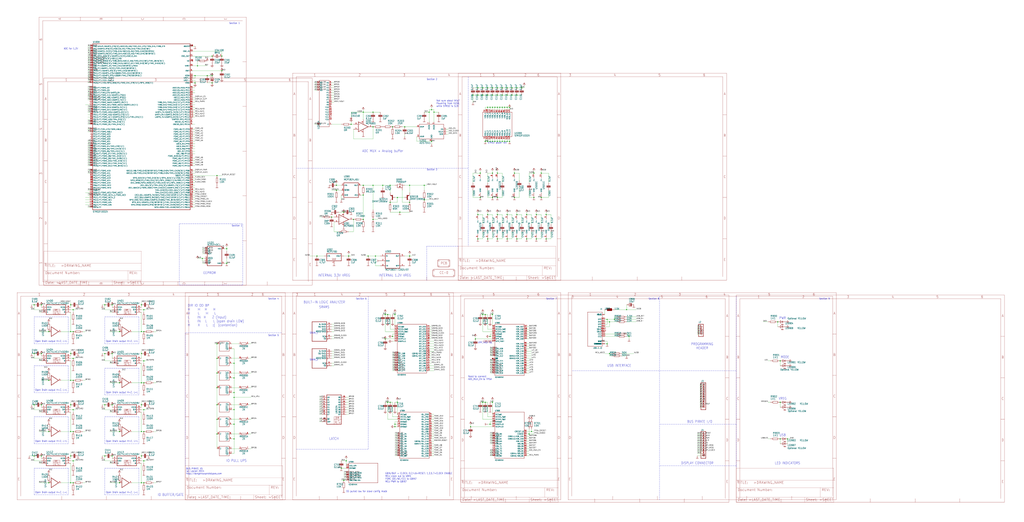
<source format=kicad_sch>
(kicad_sch (version 20211123) (generator eeschema)
  (paper "User" 1066.8 543.611)
  (junction (at 243.84 414.02))
  (junction (at 401.32 327.66))
  (junction (at 50.8 396.24))
  (junction (at 76.2 345.44))
  (junction (at 416.56 220.98))
  (junction (at 226.06 388.62))
  (junction (at 210.82 269.24))
  (junction (at 243.84 408.94))
  (junction (at 147.32 502.92))
  (junction (at 538.48 248.92))
  (junction (at 528.32 147.32))
  (junction (at 109.22 474.98))
  (junction (at 149.86 398.78))
  (junction (at 502.92 99.06))
  (junction (at 528.32 248.92))
  (junction (at 73.66 317.5))
  (junction (at 345.44 226.06))
  (junction (at 497.84 99.06))
  (junction (at 563.88 205.74))
  (junction (at 50.8 502.92))
  (junction (at 441.96 208.28))
  (junction (at 520.7 147.32))
  (junction (at 548.64 248.92))
  (junction (at 508 223.52))
  (junction (at 515.62 111.76))
  (junction (at 556.26 205.74))
  (junction (at 510.54 147.32))
  (junction (at 149.86 426.72))
  (junction (at 408.94 132.08))
  (junction (at 226.06 358.14))
  (junction (at 523.24 91.44))
  (junction (at 518.16 205.74))
  (junction (at 388.62 228.6))
  (junction (at 401.32 353.06))
  (junction (at 523.24 147.32))
  (junction (at 533.4 99.06))
  (junction (at 513.08 180.34))
  (junction (at 350.52 193.04))
  (junction (at 43.18 421.64))
  (junction (at 515.62 147.32))
  (junction (at 513.08 205.74))
  (junction (at 543.56 91.44))
  (junction (at 43.18 474.98))
  (junction (at 149.86 322.58))
  (junction (at 363.22 266.7))
  (junction (at 558.8 223.52))
  (junction (at 378.46 116.84))
  (junction (at 147.32 368.3))
  (junction (at 518.16 248.92))
  (junction (at 243.84 457.2))
  (junction (at 35.56 421.64))
  (junction (at 231.14 73.66))
  (junction (at 497.84 91.44))
  (junction (at 568.96 223.52))
  (junction (at 510.54 350.52))
  (junction (at 502.92 327.66))
  (junction (at 505.46 419.1))
  (junction (at 147.32 317.5))
  (junction (at 226.06 421.64))
  (junction (at 411.48 444.5))
  (junction (at 510.54 111.76))
  (junction (at 500.38 205.74))
  (junction (at 76.2 426.72))
  (junction (at 421.64 132.08))
  (junction (at 243.84 426.72))
  (junction (at 535.94 205.74))
  (junction (at 502.92 419.1))
  (junction (at 441.96 193.04))
  (junction (at 492.76 99.06))
  (junction (at 513.08 327.66))
  (junction (at 518.16 223.52))
  (junction (at 452.12 116.84))
  (junction (at 215.9 78.74))
  (junction (at 388.62 132.08))
  (junction (at 523.24 99.06))
  (junction (at 76.2 322.58))
  (junction (at 518.16 111.76))
  (junction (at 388.62 193.04))
  (junction (at 231.14 58.42))
  (junction (at 812.8 375.92))
  (junction (at 518.16 99.06))
  (junction (at 226.06 436.88))
  (junction (at 652.78 322.58))
  (junction (at 355.6 487.68))
  (junction (at 236.22 274.32))
  (junction (at 147.32 398.78))
  (junction (at 116.84 421.64))
  (junction (at 528.32 111.76))
  (junction (at 149.86 375.92))
  (junction (at 50.8 449.58))
  (junction (at 236.22 259.08))
  (junction (at 518.16 180.34))
  (junction (at 124.46 345.44))
  (junction (at 124.46 398.78))
  (junction (at 378.46 203.2))
  (junction (at 500.38 180.34))
  (junction (at 203.2 86.36))
  (junction (at 525.78 111.76))
  (junction (at 426.72 193.04))
  (junction (at 525.78 147.32))
  (junction (at 35.56 317.5))
  (junction (at 147.32 474.98))
  (junction (at 632.46 358.14))
  (junction (at 508 111.76))
  (junction (at 497.84 248.92))
  (junction (at 124.46 502.92))
  (junction (at 513.08 147.32))
  (junction (at 116.84 368.3))
  (junction (at 203.2 78.74))
  (junction (at 43.18 317.5))
  (junction (at 538.48 91.44))
  (junction (at 414.02 205.74))
  (junction (at 812.8 457.2))
  (junction (at 147.32 449.58))
  (junction (at 820.42 457.2))
  (junction (at 388.62 116.84))
  (junction (at 495.3 353.06))
  (junction (at 535.94 180.34))
  (junction (at 50.8 345.44))
  (junction (at 520.7 111.76))
  (junction (at 635 335.28))
  (junction (at 568.96 248.92))
  (junction (at 116.84 474.98))
  (junction (at 513.08 91.44))
  (junction (at 43.18 368.3))
  (junction (at 449.58 114.3))
  (junction (at 508 248.92))
  (junction (at 109.22 317.5))
  (junction (at 411.48 327.66))
  (junction (at 226.06 403.86))
  (junction (at 226.06 452.12))
  (junction (at 378.46 193.04))
  (junction (at 73.66 396.24))
  (junction (at 109.22 368.3))
  (junction (at 508 147.32))
  (junction (at 530.86 111.76))
  (junction (at 502.92 91.44))
  (junction (at 73.66 345.44))
  (junction (at 518.16 147.32))
  (junction (at 513.08 111.76))
  (junction (at 403.86 419.1))
  (junction (at 109.22 421.64))
  (junction (at 538.48 99.06))
  (junction (at 655.32 350.52))
  (junction (at 553.72 449.58))
  (junction (at 398.78 193.04))
  (junction (at 383.54 266.7))
  (junction (at 408.94 350.52))
  (junction (at 73.66 449.58))
  (junction (at 73.66 474.98))
  (junction (at 530.86 147.32))
  (junction (at 149.86 449.58))
  (junction (at 812.8 419.1))
  (junction (at 403.86 327.66))
  (junction (at 73.66 368.3))
  (junction (at 360.68 480.06))
  (junction (at 406.4 419.1))
  (junction (at 73.66 502.92))
  (junction (at 76.2 373.38))
  (junction (at 378.46 228.6))
  (junction (at 406.4 210.82))
  (junction (at 365.76 129.54))
  (junction (at 551.18 452.12))
  (junction (at 243.84 441.96))
  (junction (at 528.32 91.44))
  (junction (at 518.16 91.44))
  (junction (at 558.8 248.92))
  (junction (at 513.08 99.06))
  (junction (at 358.14 500.38))
  (junction (at 149.86 480.06))
  (junction (at 505.46 327.66))
  (junction (at 635 368.3))
  (junction (at 548.64 223.52))
  (junction (at 226.06 182.88))
  (junction (at 358.14 220.98))
  (junction (at 76.2 449.58))
  (junction (at 149.86 502.92))
  (junction (at 330.2 266.7))
  (junction (at 368.3 228.6))
  (junction (at 76.2 396.24))
  (junction (at 490.22 444.5))
  (junction (at 243.84 378.46))
  (junction (at 449.58 147.32))
  (junction (at 76.2 480.06))
  (junction (at 406.4 193.04))
  (junction (at 563.88 180.34))
  (junction (at 513.08 419.1))
  (junction (at 810.26 335.28))
  (junction (at 220.98 78.74))
  (junction (at 226.06 373.38))
  (junction (at 411.48 441.96))
  (junction (at 243.84 393.7))
  (junction (at 497.84 223.52))
  (junction (at 447.04 116.84))
  (junction (at 124.46 449.58))
  (junction (at 76.2 502.92))
  (junction (at 391.16 266.7))
  (junction (at 640.08 332.74))
  (junction (at 533.4 91.44))
  (junction (at 426.72 266.7))
  (junction (at 510.54 441.96))
  (junction (at 149.86 345.44))
  (junction (at 147.32 421.64))
  (junction (at 528.32 99.06))
  (junction (at 556.26 180.34))
  (junction (at 73.66 421.64))
  (junction (at 116.84 317.5))
  (junction (at 35.56 474.98))
  (junction (at 528.32 223.52))
  (junction (at 632.46 332.74))
  (junction (at 426.72 210.82))
  (junction (at 147.32 345.44))
  (junction (at 505.46 147.32))
  (junction (at 508 91.44))
  (junction (at 220.98 86.36))
  (junction (at 508 99.06))
  (junction (at 538.48 223.52))
  (junction (at 205.74 68.58))
  (junction (at 350.52 198.12))
  (junction (at 523.24 111.76))
  (junction (at 414.02 419.1))
  (junction (at 220.98 58.42))
  (junction (at 35.56 368.3))
  (wire (pts (xy 731.52 419.1) (xy 728.98 419.1)))
  (wire (pts (xy 226.06 388.62) (xy 226.06 373.38)))
  (wire (pts (xy 553.72 233.68) (xy 553.72 223.52)))
  (wire (pts (xy 528.32 220.98) (xy 528.32 223.52)))
  (wire (pts (xy 200.66 152.4) (xy 203.2 152.4)))
  (wire (pts (xy 492.76 180.34) (xy 492.76 190.5)))
  (wire (pts (xy 574.04 223.52) (xy 568.96 223.52)))
  (wire (pts (xy 449.58 434.34) (xy 452.12 434.34)))
  (wire (pts (xy 497.84 91.44) (xy 502.92 91.44)))
  (wire (pts (xy 548.64 388.62) (xy 551.18 388.62)))
  (wire (pts (xy 93.98 170.18) (xy 91.44 170.18)))
  (wire (pts (xy 520.7 144.78) (xy 520.7 147.32)))
  (wire (pts (xy 731.52 416.56) (xy 728.98 416.56)))
  (wire (pts (xy 378.46 116.84) (xy 378.46 124.46)))
  (wire (pts (xy 43.18 429.26) (xy 40.64 429.26)))
  (wire (pts (xy 345.44 106.68) (xy 347.98 106.68)))
  (wire (pts (xy 731.52 454.66) (xy 726.44 454.66)))
  (wire (pts (xy 200.66 78.74) (xy 203.2 78.74)))
  (wire (pts (xy 411.48 347.98) (xy 408.94 347.98)))
  (wire (pts (xy 93.98 165.1) (xy 91.44 165.1)))
  (wire (pts (xy 543.56 91.44) (xy 538.48 91.44)))
  (wire (pts (xy 551.18 452.12) (xy 556.26 452.12)))
  (wire (pts (xy 731.52 408.94) (xy 728.98 408.94)))
  (wire (pts (xy 490.22 444.5) (xy 490.22 441.96)))
  (wire (pts (xy 93.98 198.12) (xy 91.44 198.12)))
  (wire (pts (xy 63.5 345.44) (xy 73.66 345.44)))
  (wire (pts (xy 447.04 345.44) (xy 449.58 345.44)))
  (wire (pts (xy 513.08 111.76) (xy 510.54 111.76)))
  (wire (pts (xy 50.8 396.24) (xy 43.18 396.24)))
  (polyline (pts (xy 144.78 434.34) (xy 144.78 462.28)))
  (polyline (pts (xy 109.22 515.62) (xy 109.22 487.68)))
  (wire (pts (xy 124.46 398.78) (xy 114.3 398.78)))
  (wire (pts (xy 345.44 129.54) (xy 355.6 129.54)))
  (wire (pts (xy 109.22 480.06) (xy 116.84 480.06)))
  (wire (pts (xy 93.98 162.56) (xy 91.44 162.56)))
  (wire (pts (xy 388.62 228.6) (xy 393.7 228.6)))
  (wire (pts (xy 449.58 454.66) (xy 452.12 454.66)))
  (wire (pts (xy 375.92 193.04) (xy 378.46 193.04)))
  (wire (pts (xy 73.66 345.44) (xy 76.2 345.44)))
  (wire (pts (xy 200.66 154.94) (xy 203.2 154.94)))
  (wire (pts (xy 35.56 368.3) (xy 35.56 373.38)))
  (wire (pts (xy 335.28 439.42) (xy 332.74 439.42)))
  (wire (pts (xy 513.08 147.32) (xy 515.62 147.32)))
  (wire (pts (xy 505.46 111.76) (xy 505.46 114.3)))
  (polyline (pts (xy 687.07 308.61) (xy 687.07 485.14)))
  (polyline (pts (xy 109.22 487.68) (xy 144.78 487.68)))
  (wire (pts (xy 640.08 330.2) (xy 642.62 330.2)))
  (wire (pts (xy 200.66 119.38) (xy 203.2 119.38)))
  (wire (pts (xy 447.04 358.14) (xy 452.12 358.14)))
  (wire (pts (xy 510.54 347.98) (xy 510.54 350.52)))
  (wire (pts (xy 109.22 368.3) (xy 106.68 368.3)))
  (wire (pts (xy 345.44 353.06) (xy 347.98 353.06)))
  (wire (pts (xy 358.14 220.98) (xy 353.06 220.98)))
  (wire (pts (xy 518.16 99.06) (xy 523.24 99.06)))
  (wire (pts (xy 652.78 370.84) (xy 647.7 370.84)))
  (wire (pts (xy 375.92 203.2) (xy 378.46 203.2)))
  (wire (pts (xy 93.98 215.9) (xy 91.44 215.9)))
  (wire (pts (xy 632.46 337.82) (xy 632.46 332.74)))
  (wire (pts (xy 548.64 370.84) (xy 553.72 370.84)))
  (wire (pts (xy 388.62 144.78) (xy 368.3 144.78)))
  (wire (pts (xy 35.56 322.58) (xy 43.18 322.58)))
  (wire (pts (xy 820.42 457.2) (xy 820.42 462.28)))
  (wire (pts (xy 345.44 101.6) (xy 347.98 101.6)))
  (wire (pts (xy 363.22 241.3) (xy 368.3 241.3)))
  (polyline (pts (xy 35.56 358.14) (xy 35.56 330.2)))
  (wire (pts (xy 513.08 439.42) (xy 510.54 439.42)))
  (wire (pts (xy 548.64 464.82) (xy 551.18 464.82)))
  (wire (pts (xy 401.32 327.66) (xy 398.78 327.66)))
  (wire (pts (xy 200.66 137.16) (xy 203.2 137.16)))
  (wire (pts (xy 548.64 457.2) (xy 551.18 457.2)))
  (wire (pts (xy 411.48 370.84) (xy 408.94 370.84)))
  (wire (pts (xy 116.84 368.3) (xy 116.84 373.38)))
  (wire (pts (xy 434.34 132.08) (xy 421.64 132.08)))
  (wire (pts (xy 426.72 266.7) (xy 429.26 266.7)))
  (wire (pts (xy 93.98 48.26) (xy 91.44 48.26)))
  (wire (pts (xy 528.32 114.3) (xy 528.32 111.76)))
  (wire (pts (xy 728.98 342.9) (xy 726.44 342.9)))
  (wire (pts (xy 520.7 114.3) (xy 520.7 111.76)))
  (wire (pts (xy 502.92 241.3) (xy 502.92 248.92)))
  (wire (pts (xy 563.88 241.3) (xy 563.88 248.92)))
  (wire (pts (xy 200.66 114.3) (xy 203.2 114.3)))
  (wire (pts (xy 93.98 68.58) (xy 91.44 68.58)))
  (wire (pts (xy 93.98 73.66) (xy 91.44 73.66)))
  (wire (pts (xy 642.62 350.52) (xy 629.92 350.52)))
  (wire (pts (xy 449.58 444.5) (xy 452.12 444.5)))
  (wire (pts (xy 109.22 474.98) (xy 109.22 480.06)))
  (wire (pts (xy 502.92 223.52) (xy 497.84 223.52)))
  (wire (pts (xy 50.8 502.92) (xy 40.64 502.92)))
  (wire (pts (xy 447.04 355.6) (xy 452.12 355.6)))
  (wire (pts (xy 553.72 248.92) (xy 548.64 248.92)))
  (polyline (pts (xy 109.22 358.14) (xy 109.22 330.2)))
  (wire (pts (xy 414.02 462.28) (xy 411.48 462.28)))
  (wire (pts (xy 449.58 436.88) (xy 452.12 436.88)))
  (wire (pts (xy 93.98 205.74) (xy 88.9 205.74)))
  (wire (pts (xy 205.74 68.58) (xy 200.66 68.58)))
  (wire (pts (xy 43.18 375.92) (xy 40.64 375.92)))
  (wire (pts (xy 513.08 345.44) (xy 502.92 345.44)))
  (wire (pts (xy 513.08 144.78) (xy 513.08 147.32)))
  (wire (pts (xy 411.48 350.52) (xy 408.94 350.52)))
  (polyline (pts (xy 71.12 408.94) (xy 35.56 408.94)))
  (wire (pts (xy 226.06 373.38) (xy 226.06 358.14)))
  (wire (pts (xy 35.56 474.98) (xy 35.56 480.06)))
  (wire (pts (xy 414.02 454.66) (xy 411.48 454.66)))
  (wire (pts (xy 414.02 419.1) (xy 414.02 416.56)))
  (wire (pts (xy 421.64 266.7) (xy 426.72 266.7)))
  (wire (pts (xy 93.98 134.62) (xy 91.44 134.62)))
  (wire (pts (xy 635 368.3) (xy 629.92 368.3)))
  (wire (pts (xy 243.84 457.2) (xy 243.84 441.96)))
  (wire (pts (xy 358.14 500.38) (xy 355.6 500.38)))
  (wire (pts (xy 548.64 368.3) (xy 553.72 368.3)))
  (wire (pts (xy 500.38 177.8) (xy 500.38 180.34)))
  (wire (pts (xy 93.98 213.36) (xy 88.9 213.36)))
  (wire (pts (xy 642.62 347.98) (xy 629.92 347.98)))
  (wire (pts (xy 406.4 419.1) (xy 403.86 419.1)))
  (wire (pts (xy 632.46 332.74) (xy 640.08 332.74)))
  (wire (pts (xy 629.92 337.82) (xy 632.46 337.82)))
  (wire (pts (xy 574.04 248.92) (xy 568.96 248.92)))
  (wire (pts (xy 449.58 439.42) (xy 452.12 439.42)))
  (wire (pts (xy 426.72 220.98) (xy 416.56 220.98)))
  (wire (pts (xy 401.32 325.12) (xy 401.32 327.66)))
  (wire (pts (xy 543.56 241.3) (xy 543.56 248.92)))
  (wire (pts (xy 345.44 365.76) (xy 347.98 365.76)))
  (wire (pts (xy 508 111.76) (xy 505.46 111.76)))
  (wire (pts (xy 629.92 355.6) (xy 632.46 355.6)))
  (wire (pts (xy 510.54 114.3) (xy 510.54 111.76)))
  (wire (pts (xy 330.2 86.36) (xy 327.66 86.36)))
  (wire (pts (xy 563.88 223.52) (xy 558.8 223.52)))
  (wire (pts (xy 533.4 241.3) (xy 533.4 248.92)))
  (wire (pts (xy 200.66 213.36) (xy 203.2 213.36)))
  (wire (pts (xy 510.54 147.32) (xy 513.08 147.32)))
  (wire (pts (xy 213.36 271.78) (xy 210.82 271.78)))
  (wire (pts (xy 35.56 368.3) (xy 33.02 368.3)))
  (wire (pts (xy 528.32 144.78) (xy 528.32 147.32)))
  (polyline (pts (xy 767.08 441.96) (xy 767.08 485.14)))
  (wire (pts (xy 513.08 370.84) (xy 510.54 370.84)))
  (wire (pts (xy 93.98 101.6) (xy 91.44 101.6)))
  (wire (pts (xy 464.82 137.16) (xy 467.36 137.16)))
  (wire (pts (xy 802.64 375.92) (xy 800.1 375.92)))
  (wire (pts (xy 215.9 68.58) (xy 205.74 68.58)))
  (wire (pts (xy 513.08 91.44) (xy 518.16 91.44)))
  (wire (pts (xy 360.68 414.02) (xy 363.22 414.02)))
  (wire (pts (xy 259.08 388.62) (xy 261.62 388.62)))
  (wire (pts (xy 731.52 469.9) (xy 726.44 469.9)))
  (wire (pts (xy 241.3 472.44) (xy 243.84 472.44)))
  (polyline (pts (xy 71.12 434.34) (xy 71.12 462.28)))
  (wire (pts (xy 452.12 114.3) (xy 452.12 116.84)))
  (wire (pts (xy 403.86 419.1) (xy 401.32 419.1)))
  (wire (pts (xy 563.88 248.92) (xy 558.8 248.92)))
  (wire (pts (xy 505.46 147.32) (xy 505.46 144.78)))
  (wire (pts (xy 513.08 474.98) (xy 510.54 474.98)))
  (wire (pts (xy 93.98 55.88) (xy 91.44 55.88)))
  (wire (pts (xy 248.92 452.12) (xy 241.3 452.12)))
  (wire (pts (xy 447.04 365.76) (xy 452.12 365.76)))
  (wire (pts (xy 93.98 53.34) (xy 91.44 53.34)))
  (wire (pts (xy 731.52 424.18) (xy 728.98 424.18)))
  (wire (pts (xy 513.08 444.5) (xy 490.22 444.5)))
  (wire (pts (xy 200.66 111.76) (xy 203.2 111.76)))
  (wire (pts (xy 441.96 208.28) (xy 447.04 208.28)))
  (wire (pts (xy 93.98 147.32) (xy 91.44 147.32)))
  (wire (pts (xy 365.76 127) (xy 365.76 129.54)))
  (polyline (pts (xy 767.08 485.14) (xy 767.08 487.68)))
  (wire (pts (xy 447.04 340.36) (xy 449.58 340.36)))
  (wire (pts (xy 200.66 208.28) (xy 203.2 208.28)))
  (wire (pts (xy 200.66 106.68) (xy 203.2 106.68)))
  (wire (pts (xy 533.4 248.92) (xy 528.32 248.92)))
  (wire (pts (xy 421.64 205.74) (xy 414.02 205.74)))
  (wire (pts (xy 731.52 457.2) (xy 726.44 457.2)))
  (wire (pts (xy 414.02 434.34) (xy 408.94 434.34)))
  (wire (pts (xy 93.98 157.48) (xy 91.44 157.48)))
  (wire (pts (xy 406.4 193.04) (xy 411.48 193.04)))
  (wire (pts (xy 629.92 340.36) (xy 635 340.36)))
  (wire (pts (xy 538.48 220.98) (xy 538.48 223.52)))
  (wire (pts (xy 548.64 353.06) (xy 551.18 353.06)))
  (wire (pts (xy 800.1 457.2) (xy 802.64 457.2)))
  (wire (pts (xy 368.3 144.78) (xy 368.3 134.62)))
  (wire (pts (xy 93.98 208.28) (xy 88.9 208.28)))
  (wire (pts (xy 360.68 416.56) (xy 363.22 416.56)))
  (wire (pts (xy 93.98 177.8) (xy 91.44 177.8)))
  (wire (pts (xy 421.64 193.04) (xy 426.72 193.04)))
  (wire (pts (xy 731.52 474.98) (xy 726.44 474.98)))
  (wire (pts (xy 449.58 449.58) (xy 452.12 449.58)))
  (wire (pts (xy 93.98 172.72) (xy 91.44 172.72)))
  (wire (pts (xy 447.04 342.9) (xy 449.58 342.9)))
  (wire (pts (xy 360.68 492.76) (xy 358.14 492.76)))
  (wire (pts (xy 203.2 78.74) (xy 215.9 78.74)))
  (wire (pts (xy 513.08 457.2) (xy 510.54 457.2)))
  (wire (pts (xy 640.08 322.58) (xy 652.78 322.58)))
  (wire (pts (xy 652.78 332.74) (xy 662.94 332.74)))
  (wire (pts (xy 86.36 449.58) (xy 88.9 449.58)))
  (wire (pts (xy 548.64 449.58) (xy 553.72 449.58)))
  (wire (pts (xy 200.66 165.1) (xy 203.2 165.1)))
  (wire (pts (xy 213.36 264.16) (xy 210.82 264.16)))
  (wire (pts (xy 345.44 91.44) (xy 347.98 91.44)))
  (wire (pts (xy 528.32 147.32) (xy 530.86 147.32)))
  (polyline (pts (xy 144.78 358.14) (xy 109.22 358.14)))
  (wire (pts (xy 335.28 419.1) (xy 332.74 419.1)))
  (wire (pts (xy 200.66 167.64) (xy 203.2 167.64)))
  (wire (pts (xy 414.02 439.42) (xy 411.48 439.42)))
  (wire (pts (xy 551.18 198.12) (xy 551.18 205.74)))
  (wire (pts (xy 533.4 223.52) (xy 528.32 223.52)))
  (wire (pts (xy 548.64 363.22) (xy 551.18 363.22)))
  (polyline (pts (xy 144.78 487.68) (xy 144.78 515.62)))
  (wire (pts (xy 513.08 368.3) (xy 510.54 368.3)))
  (wire (pts (xy 541.02 205.74) (xy 541.02 195.58)))
  (wire (pts (xy 137.16 398.78) (xy 147.32 398.78)))
  (polyline (pts (xy 477.52 256.54) (xy 444.5 256.54)))
  (wire (pts (xy 513.08 340.36) (xy 513.08 327.66)))
  (wire (pts (xy 200.66 121.92) (xy 203.2 121.92)))
  (wire (pts (xy 533.4 91.44) (xy 538.48 91.44)))
  (wire (pts (xy 335.28 431.8) (xy 332.74 431.8)))
  (wire (pts (xy 378.46 193.04) (xy 388.62 193.04)))
  (wire (pts (xy 347.98 226.06) (xy 345.44 226.06)))
  (wire (pts (xy 248.92 436.88) (xy 241.3 436.88)))
  (wire (pts (xy 73.66 429.26) (xy 73.66 449.58)))
  (polyline (pts (xy 252.73 296.926) (xy 252.73 233.172)))
  (wire (pts (xy 548.64 378.46) (xy 551.18 378.46)))
  (wire (pts (xy 513.08 378.46) (xy 510.54 378.46)))
  (wire (pts (xy 635 335.28) (xy 642.62 335.28)))
  (wire (pts (xy 243.84 378.46) (xy 243.84 363.22)))
  (wire (pts (xy 213.36 274.32) (xy 210.82 274.32)))
  (wire (pts (xy 93.98 63.5) (xy 91.44 63.5)))
  (wire (pts (xy 447.04 373.38) (xy 449.58 373.38)))
  (wire (pts (xy 226.06 403.86) (xy 226.06 388.62)))
  (wire (pts (xy 200.66 193.04) (xy 203.2 193.04)))
  (wire (pts (xy 43.18 421.64) (xy 43.18 424.18)))
  (wire (pts (xy 508 147.32) (xy 510.54 147.32)))
  (polyline (pts (xy 71.12 462.28) (xy 35.56 462.28)))
  (wire (pts (xy 528.32 111.76) (xy 525.78 111.76)))
  (wire (pts (xy 411.48 378.46) (xy 408.94 378.46)))
  (wire (pts (xy 411.48 375.92) (xy 408.94 375.92)))
  (wire (pts (xy 419.1 210.82) (xy 426.72 210.82)))
  (wire (pts (xy 513.08 452.12) (xy 510.54 452.12)))
  (wire (pts (xy 147.32 322.58) (xy 149.86 322.58)))
  (wire (pts (xy 73.66 424.18) (xy 73.66 421.64)))
  (wire (pts (xy 518.16 111.76) (xy 515.62 111.76)))
  (wire (pts (xy 508 91.44) (xy 513.08 91.44)))
  (wire (pts (xy 330.2 91.44) (xy 327.66 91.44)))
  (wire (pts (xy 241.3 426.72) (xy 243.84 426.72)))
  (wire (pts (xy 149.86 322.58) (xy 152.4 322.58)))
  (wire (pts (xy 513.08 375.92) (xy 510.54 375.92)))
  (wire (pts (xy 261.62 358.14) (xy 259.08 358.14)))
  (wire (pts (xy 571.5 198.12) (xy 571.5 205.74)))
  (wire (pts (xy 200.66 53.34) (xy 231.14 53.34)))
  (wire (pts (xy 414.02 452.12) (xy 411.48 452.12)))
  (wire (pts (xy 109.22 317.5) (xy 109.22 322.58)))
  (wire (pts (xy 363.22 266.7) (xy 363.22 264.16)))
  (wire (pts (xy 528.32 91.44) (xy 533.4 91.44)))
  (wire (pts (xy 558.8 220.98) (xy 558.8 223.52)))
  (wire (pts (xy 241.3 457.2) (xy 243.84 457.2)))
  (wire (pts (xy 226.06 182.88) (xy 231.14 182.88)))
  (wire (pts (xy 200.66 93.98) (xy 203.2 93.98)))
  (wire (pts (xy 513.08 327.66) (xy 513.08 325.12)))
  (wire (pts (xy 50.8 345.44) (xy 40.64 345.44)))
  (wire (pts (xy 647.7 368.3) (xy 660.4 368.3)))
  (wire (pts (xy 147.32 378.46) (xy 147.32 398.78)))
  (wire (pts (xy 635 340.36) (xy 635 335.28)))
  (wire (pts (xy 93.98 119.38) (xy 91.44 119.38)))
  (wire (pts (xy 93.98 121.92) (xy 91.44 121.92)))
  (wire (pts (xy 398.78 195.58) (xy 398.78 193.04)))
  (wire (pts (xy 360.68 495.3) (xy 358.14 495.3)))
  (wire (pts (xy 652.78 322.58) (xy 652.78 317.5)))
  (wire (pts (xy 203.2 83.82) (xy 203.2 86.36)))
  (wire (pts (xy 330.2 266.7) (xy 337.82 266.7)))
  (wire (pts (xy 147.32 368.3) (xy 147.32 365.76)))
  (wire (pts (xy 200.66 142.24) (xy 203.2 142.24)))
  (wire (pts (xy 508 220.98) (xy 508 223.52)))
  (wire (pts (xy 124.46 449.58) (xy 114.3 449.58)))
  (wire (pts (xy 203.2 86.36) (xy 200.66 86.36)))
  (wire (pts (xy 368.3 241.3) (xy 368.3 228.6)))
  (wire (pts (xy 73.66 317.5) (xy 73.66 314.96)))
  (wire (pts (xy 508 419.1) (xy 505.46 419.1)))
  (wire (pts (xy 360.68 421.64) (xy 363.22 421.64)))
  (wire (pts (xy 147.32 429.26) (xy 147.32 449.58)))
  (wire (pts (xy 513.08 388.62) (xy 510.54 388.62)))
  (wire (pts (xy 414.02 469.9) (xy 411.48 469.9)))
  (polyline (pts (xy 109.22 330.2) (xy 144.78 330.2)))
  (wire (pts (xy 449.58 114.3) (xy 452.12 114.3)))
  (wire (pts (xy 200.66 83.82) (xy 203.2 83.82)))
  (wire (pts (xy 200.66 200.66) (xy 203.2 200.66)))
  (wire (pts (xy 449.58 464.82) (xy 452.12 464.82)))
  (wire (pts (xy 637.54 370.84) (xy 635 370.84)))
  (wire (pts (xy 652.78 347.98) (xy 655.32 347.98)))
  (wire (pts (xy 149.86 325.12) (xy 149.86 322.58)))
  (polyline (pts (xy 767.08 441.96) (xy 687.07 441.96)))
  (wire (pts (xy 243.84 426.72) (xy 243.84 414.02)))
  (wire (pts (xy 93.98 60.96) (xy 91.44 60.96)))
  (wire (pts (xy 345.44 373.38) (xy 347.98 373.38)))
  (wire (pts (xy 147.32 320.04) (xy 147.32 317.5)))
  (wire (pts (xy 200.66 139.7) (xy 203.2 139.7)))
  (polyline (pts (xy 144.78 462.28) (xy 109.22 462.28)))
  (wire (pts (xy 236.22 274.32) (xy 233.68 274.32)))
  (wire (pts (xy 76.2 322.58) (xy 78.74 322.58)))
  (polyline (pts (xy 383.54 308.61) (xy 383.54 467.868)))
  (wire (pts (xy 731.52 452.12) (xy 726.44 452.12)))
  (wire (pts (xy 391.16 276.86) (xy 391.16 266.7)))
  (wire (pts (xy 449.58 431.8) (xy 452.12 431.8)))
  (wire (pts (xy 652.78 322.58) (xy 662.94 322.58)))
  (wire (pts (xy 200.66 195.58) (xy 203.2 195.58)))
  (wire (pts (xy 259.08 452.12) (xy 261.62 452.12)))
  (wire (pts (xy 513.08 342.9) (xy 508 342.9)))
  (wire (pts (xy 43.18 317.5) (xy 43.18 320.04)))
  (wire (pts (xy 93.98 66.04) (xy 91.44 66.04)))
  (wire (pts (xy 116.84 378.46) (xy 114.3 378.46)))
  (wire (pts (xy 149.86 480.06) (xy 152.4 480.06)))
  (wire (pts (xy 414.02 444.5) (xy 411.48 444.5)))
  (wire (pts (xy 728.98 347.98) (xy 726.44 347.98)))
  (wire (pts (xy 513.08 383.54) (xy 510.54 383.54)))
  (wire (pts (xy 93.98 160.02) (xy 91.44 160.02)))
  (wire (pts (xy 513.08 248.92) (xy 508 248.92)))
  (polyline (pts (xy 35.56 381) (xy 71.12 381)))
  (wire (pts (xy 508 144.78) (xy 508 147.32)))
  (wire (pts (xy 147.32 317.5) (xy 147.32 314.96)))
  (wire (pts (xy 73.66 320.04) (xy 73.66 317.5)))
  (wire (pts (xy 335.28 226.06) (xy 332.74 226.06)))
  (wire (pts (xy 411.48 368.3) (xy 408.94 368.3)))
  (wire (pts (xy 378.46 116.84) (xy 365.76 116.84)))
  (wire (pts (xy 116.84 474.98) (xy 116.84 477.52)))
  (polyline (pts (xy 487.68 80.01) (xy 487.68 256.54)))
  (wire (pts (xy 35.56 421.64) (xy 33.02 421.64)))
  (wire (pts (xy 35.56 480.06) (xy 43.18 480.06)))
  (wire (pts (xy 147.32 373.38) (xy 147.32 368.3)))
  (wire (pts (xy 513.08 365.76) (xy 510.54 365.76)))
  (wire (pts (xy 411.48 441.96) (xy 411.48 444.5)))
  (wire (pts (xy 73.66 474.98) (xy 73.66 472.44)))
  (wire (pts (xy 147.32 421.64) (xy 147.32 419.1)))
  (wire (pts (xy 345.44 340.36) (xy 347.98 340.36)))
  (wire (pts (xy 548.64 386.08) (xy 551.18 386.08)))
  (wire (pts (xy 406.4 200.66) (xy 406.4 193.04)))
  (wire (pts (xy 406.4 327.66) (xy 403.86 327.66)))
  (wire (pts (xy 411.48 386.08) (xy 408.94 386.08)))
  (wire (pts (xy 515.62 144.78) (xy 515.62 147.32)))
  (wire (pts (xy 543.56 99.06) (xy 538.48 99.06)))
  (wire (pts (xy 345.44 93.98) (xy 347.98 93.98)))
  (wire (pts (xy 147.32 345.44) (xy 149.86 345.44)))
  (polyline (pts (xy 193.04 346.71) (xy 193.04 485.14)))
  (wire (pts (xy 86.36 396.24) (xy 88.9 396.24)))
  (wire (pts (xy 360.68 431.8) (xy 363.22 431.8)))
  (wire (pts (xy 795.02 335.28) (xy 800.1 335.28)))
  (wire (pts (xy 259.08 373.38) (xy 261.62 373.38)))
  (wire (pts (xy 116.84 325.12) (xy 114.3 325.12)))
  (wire (pts (xy 731.52 403.86) (xy 728.98 403.86)))
  (wire (pts (xy 73.66 421.64) (xy 73.66 419.1)))
  (wire (pts (xy 345.44 350.52) (xy 347.98 350.52)))
  (wire (pts (xy 411.48 355.6) (xy 408.94 355.6)))
  (wire (pts (xy 513.08 353.06) (xy 495.3 353.06)))
  (wire (pts (xy 508 205.74) (xy 508 198.12)))
  (wire (pts (xy 513.08 241.3) (xy 513.08 248.92)))
  (wire (pts (xy 525.78 144.78) (xy 525.78 147.32)))
  (wire (pts (xy 434.34 147.32) (xy 434.34 142.24)))
  (wire (pts (xy 500.38 205.74) (xy 492.76 205.74)))
  (wire (pts (xy 629.92 332.74) (xy 632.46 332.74)))
  (wire (pts (xy 35.56 373.38) (xy 43.18 373.38)))
  (wire (pts (xy 210.82 271.78) (xy 210.82 269.24)))
  (polyline (pts (xy 109.22 462.28) (xy 109.22 434.34)))
  (wire (pts (xy 243.84 441.96) (xy 243.84 426.72)))
  (wire (pts (xy 73.66 502.92) (xy 76.2 502.92)))
  (wire (pts (xy 147.32 426.72) (xy 149.86 426.72)))
  (wire (pts (xy 86.36 345.44) (xy 88.9 345.44)))
  (wire (pts (xy 378.46 203.2) (xy 378.46 228.6)))
  (wire (pts (xy 200.66 205.74) (xy 203.2 205.74)))
  (wire (pts (xy 513.08 223.52) (xy 508 223.52)))
  (wire (pts (xy 35.56 317.5) (xy 35.56 322.58)))
  (polyline (pts (xy 35.56 408.94) (xy 35.56 381)))
  (wire (pts (xy 414.02 436.88) (xy 403.86 436.88)))
  (wire (pts (xy 200.66 182.88) (xy 226.06 182.88)))
  (wire (pts (xy 802.64 419.1) (xy 800.1 419.1)))
  (wire (pts (xy 548.64 472.44) (xy 551.18 472.44)))
  (wire (pts (xy 502.92 99.06) (xy 497.84 99.06)))
  (polyline (pts (xy 71.12 330.2) (xy 71.12 358.14)))
  (wire (pts (xy 109.22 375.92) (xy 116.84 375.92)))
  (wire (pts (xy 513.08 363.22) (xy 510.54 363.22)))
  (wire (pts (xy 411.48 419.1) (xy 414.02 419.1)))
  (wire (pts (xy 523.24 241.3) (xy 523.24 248.92)))
  (polyline (pts (xy 767.08 308.61) (xy 767.08 441.96)))
  (wire (pts (xy 502.92 327.66) (xy 505.46 327.66)))
  (wire (pts (xy 447.04 381) (xy 452.12 381)))
  (wire (pts (xy 360.68 426.72) (xy 363.22 426.72)))
  (wire (pts (xy 447.04 116.84) (xy 441.96 116.84)))
  (wire (pts (xy 378.46 116.84) (xy 378.46 114.3)))
  (wire (pts (xy 556.26 180.34) (xy 551.18 180.34)))
  (wire (pts (xy 360.68 419.1) (xy 363.22 419.1)))
  (wire (pts (xy 388.62 193.04) (xy 398.78 193.04)))
  (wire (pts (xy 109.22 317.5) (xy 106.68 317.5)))
  (wire (pts (xy 548.64 345.44) (xy 551.18 345.44)))
  (wire (pts (xy 149.86 426.72) (xy 149.86 429.26)))
  (wire (pts (xy 200.66 187.96) (xy 203.2 187.96)))
  (wire (pts (xy 513.08 99.06) (xy 508 99.06)))
  (wire (pts (xy 231.14 53.34) (xy 231.14 58.42)))
  (wire (pts (xy 345.44 345.44) (xy 347.98 345.44)))
  (wire (pts (xy 200.66 180.34) (xy 203.2 180.34)))
  (wire (pts (xy 414.02 464.82) (xy 411.48 464.82)))
  (wire (pts (xy 408.94 434.34) (xy 408.94 419.1)))
  (wire (pts (xy 652.78 335.28) (xy 662.94 335.28)))
  (wire (pts (xy 215.9 86.36) (xy 220.98 86.36)))
  (wire (pts (xy 76.2 480.06) (xy 76.2 482.6)))
  (wire (pts (xy 73.66 373.38) (xy 76.2 373.38)))
  (wire (pts (xy 411.48 439.42) (xy 411.48 441.96)))
  (wire (pts (xy 513.08 180.34) (xy 508 180.34)))
  (polyline (pts (xy 35.56 434.34) (xy 71.12 434.34)))
  (wire (pts (xy 508 342.9) (xy 508 327.66)))
  (wire (pts (xy 93.98 83.82) (xy 91.44 83.82)))
  (wire (pts (xy 447.04 350.52) (xy 449.58 350.52)))
  (wire (pts (xy 147.32 424.18) (xy 147.32 421.64)))
  (wire (pts (xy 360.68 485.14) (xy 360.68 480.06)))
  (wire (pts (xy 33.02 317.5) (xy 35.56 317.5)))
  (wire (pts (xy 414.02 205.74) (xy 411.48 205.74)))
  (polyline (pts (xy 767.08 485.14) (xy 687.07 485.14)))
  (wire (pts (xy 568.96 220.98) (xy 568.96 223.52)))
  (polyline (pts (xy 186.944 233.172) (xy 186.944 296.926)))
  (wire (pts (xy 502.92 325.12) (xy 502.92 327.66)))
  (wire (pts (xy 548.64 340.36) (xy 551.18 340.36)))
  (wire (pts (xy 548.64 383.54) (xy 551.18 383.54)))
  (wire (pts (xy 93.98 152.4) (xy 91.44 152.4)))
  (wire (pts (xy 408.94 327.66) (xy 411.48 327.66)))
  (polyline (pts (xy 144.78 330.2) (xy 144.78 358.14)))
  (wire (pts (xy 345.44 86.36) (xy 347.98 86.36)))
  (wire (pts (xy 731.52 467.36) (xy 726.44 467.36)))
  (wire (pts (xy 388.62 116.84) (xy 378.46 116.84)))
  (wire (pts (xy 731.52 459.74) (xy 726.44 459.74)))
  (wire (pts (xy 93.98 81.28) (xy 91.44 81.28)))
  (wire (pts (xy 388.62 218.44) (xy 388.62 193.04)))
  (wire (pts (xy 200.66 157.48) (xy 203.2 157.48)))
  (wire (pts (xy 520.7 147.32) (xy 523.24 147.32)))
  (wire (pts (xy 508 441.96) (xy 510.54 441.96)))
  (wire (pts (xy 419.1 132.08) (xy 421.64 132.08)))
  (wire (pts (xy 513.08 381) (xy 510.54 381)))
  (wire (pts (xy 149.86 426.72) (xy 152.4 426.72)))
  (wire (pts (xy 203.2 81.28) (xy 203.2 78.74)))
  (wire (pts (xy 388.62 132.08) (xy 388.62 144.78)))
  (wire (pts (xy 449.58 111.76) (xy 449.58 114.3)))
  (wire (pts (xy 523.24 114.3) (xy 523.24 111.76)))
  (wire (pts (xy 93.98 104.14) (xy 91.44 104.14)))
  (wire (pts (xy 513.08 350.52) (xy 510.54 350.52)))
  (wire (pts (xy 360.68 497.84) (xy 358.14 497.84)))
  (wire (pts (xy 548.64 452.12) (xy 551.18 452.12)))
  (polyline (pts (xy 293.37 346.71) (xy 193.04 346.71)))
  (wire (pts (xy 426.72 200.66) (xy 426.72 193.04)))
  (wire (pts (xy 241.3 441.96) (xy 243.84 441.96)))
  (wire (pts (xy 502.92 248.92) (xy 497.84 248.92)))
  (wire (pts (xy 93.98 71.12) (xy 91.44 71.12)))
  (wire (pts (xy 200.66 134.62) (xy 203.2 134.62)))
  (wire (pts (xy 355.6 198.12) (xy 350.52 198.12)))
  (wire (pts (xy 574.04 233.68) (xy 574.04 223.52)))
  (wire (pts (xy 200.66 91.44) (xy 203.2 91.44)))
  (wire (pts (xy 513.08 180.34) (xy 513.08 177.8)))
  (wire (pts (xy 449.58 441.96) (xy 452.12 441.96)))
  (wire (pts (xy 447.04 383.54) (xy 452.12 383.54)))
  (wire (pts (xy 200.66 144.78) (xy 203.2 144.78)))
  (wire (pts (xy 551.18 447.04) (xy 551.18 452.12)))
  (wire (pts (xy 200.66 177.8) (xy 203.2 177.8)))
  (wire (pts (xy 629.92 322.58) (xy 629.92 327.66)))
  (wire (pts (xy 226.06 436.88) (xy 226.06 421.64)))
  (wire (pts (xy 642.62 332.74) (xy 640.08 332.74)))
  (wire (pts (xy 553.72 241.3) (xy 553.72 248.92)))
  (wire (pts (xy 259.08 436.88) (xy 261.62 436.88)))
  (wire (pts (xy 345.44 96.52) (xy 347.98 96.52)))
  (wire (pts (xy 574.04 241.3) (xy 574.04 248.92)))
  (wire (pts (xy 553.72 449.58) (xy 556.26 449.58)))
  (wire (pts (xy 200.66 198.12) (xy 203.2 198.12)))
  (wire (pts (xy 810.26 335.28) (xy 810.26 340.36)))
  (wire (pts (xy 30.48 474.98) (xy 35.56 474.98)))
  (wire (pts (xy 508 180.34) (xy 508 190.5)))
  (wire (pts (xy 76.2 373.38) (xy 78.74 373.38)))
  (wire (pts (xy 406.4 210.82) (xy 414.02 210.82)))
  (wire (pts (xy 523.24 91.44) (xy 528.32 91.44)))
  (wire (pts (xy 200.66 73.66) (xy 231.14 73.66)))
  (wire (pts (xy 502.92 223.52) (xy 502.92 233.68)))
  (wire (pts (xy 93.98 210.82) (xy 88.9 210.82)))
  (wire (pts (xy 200.66 215.9) (xy 203.2 215.9)))
  (wire (pts (xy 86.36 502.92) (xy 88.9 502.92)))
  (wire (pts (xy 93.98 124.46) (xy 91.44 124.46)))
  (wire (pts (xy 548.64 347.98) (xy 551.18 347.98)))
  (wire (pts (xy 731.52 421.64) (xy 728.98 421.64)))
  (wire (pts (xy 548.64 220.98) (xy 548.64 223.52)))
  (wire (pts (xy 411.48 381) (xy 408.94 381)))
  (wire (pts (xy 243.84 363.22) (xy 241.3 363.22)))
  (wire (pts (xy 200.66 147.32) (xy 203.2 147.32)))
  (wire (pts (xy 147.32 398.78) (xy 149.86 398.78)))
  (wire (pts (xy 200.66 170.18) (xy 203.2 170.18)))
  (polyline (pts (xy 767.08 386.08) (xy 595.63 386.08)))
  (wire (pts (xy 347.98 231.14) (xy 347.98 241.3)))
  (wire (pts (xy 449.58 459.74) (xy 452.12 459.74)))
  (wire (pts (xy 355.6 208.28) (xy 355.6 203.2)))
  (wire (pts (xy 210.82 269.24) (xy 205.74 269.24)))
  (wire (pts (xy 731.52 464.82) (xy 726.44 464.82)))
  (wire (pts (xy 226.06 452.12) (xy 226.06 436.88)))
  (wire (pts (xy 116.84 317.5) (xy 116.84 320.04)))
  (wire (pts (xy 345.44 370.84) (xy 347.98 370.84)))
  (wire (pts (xy 248.92 358.14) (xy 241.3 358.14)))
  (wire (pts (xy 508 99.06) (xy 502.92 99.06)))
  (wire (pts (xy 513.08 454.66) (xy 510.54 454.66)))
  (wire (pts (xy 248.92 373.38) (xy 241.3 373.38)))
  (wire (pts (xy 200.66 81.28) (xy 203.2 81.28)))
  (wire (pts (xy 523.24 91.44) (xy 518.16 91.44)))
  (wire (pts (xy 401.32 345.44) (xy 401.32 327.66)))
  (wire (pts (xy 93.98 76.2) (xy 91.44 76.2)))
  (wire (pts (xy 50.8 449.58) (xy 40.64 449.58)))
  (wire (pts (xy 147.32 482.6) (xy 147.32 502.92)))
  (wire (pts (xy 563.88 205.74) (xy 571.5 205.74)))
  (wire (pts (xy 513.08 205.74) (xy 508 205.74)))
  (wire (pts (xy 363.22 266.7) (xy 365.76 266.7)))
  (wire (pts (xy 335.28 436.88) (xy 332.74 436.88)))
  (polyline (pts (xy 144.78 515.62) (xy 109.22 515.62)))
  (wire (pts (xy 35.56 421.64) (xy 35.56 426.72)))
  (wire (pts (xy 655.32 347.98) (xy 655.32 350.52)))
  (wire (pts (xy 76.2 426.72) (xy 76.2 429.26)))
  (wire (pts (xy 358.14 266.7) (xy 363.22 266.7)))
  (wire (pts (xy 411.48 342.9) (xy 406.4 342.9)))
  (wire (pts (xy 93.98 114.3) (xy 91.44 114.3)))
  (wire (pts (xy 147.32 375.92) (xy 149.86 375.92)))
  (wire (pts (xy 551.18 205.74) (xy 556.26 205.74)))
  (wire (pts (xy 93.98 154.94) (xy 91.44 154.94)))
  (wire (pts (xy 414.02 467.36) (xy 411.48 467.36)))
  (wire (pts (xy 73.66 396.24) (xy 76.2 396.24)))
  (wire (pts (xy 248.92 403.86) (xy 241.3 403.86)))
  (wire (pts (xy 226.06 358.14) (xy 223.52 358.14)))
  (wire (pts (xy 93.98 129.54) (xy 91.44 129.54)))
  (wire (pts (xy 322.58 266.7) (xy 330.2 266.7)))
  (wire (pts (xy 345.44 99.06) (xy 347.98 99.06)))
  (wire (pts (xy 43.18 421.64) (xy 43.688 421.64)))
  (wire (pts (xy 93.98 86.36) (xy 91.44 86.36)))
  (wire (pts (xy 513.08 441.96) (xy 510.54 441.96)))
  (wire (pts (xy 510.54 439.42) (xy 510.54 441.96)))
  (wire (pts (xy 497.84 99.06) (xy 492.76 99.06)))
  (wire (pts (xy 355.6 487.68) (xy 360.68 487.68)))
  (wire (pts (xy 508 114.3) (xy 508 111.76)))
  (wire (pts (xy 419.1 198.12) (xy 419.1 210.82)))
  (wire (pts (xy 447.04 347.98) (xy 449.58 347.98)))
  (wire (pts (xy 731.52 472.44) (xy 726.44 472.44)))
  (wire (pts (xy 137.16 502.92) (xy 147.32 502.92)))
  (wire (pts (xy 523.24 190.5) (xy 523.24 180.34)))
  (wire (pts (xy 243.84 408.94) (xy 243.84 393.7)))
  (wire (pts (xy 137.16 449.58) (xy 147.32 449.58)))
  (wire (pts (xy 73.66 370.84) (xy 73.66 368.3)))
  (wire (pts (xy 541.02 180.34) (xy 535.94 180.34)))
  (wire (pts (xy 505.46 419.1) (xy 502.92 419.1)))
  (wire (pts (xy 335.28 424.18) (xy 332.74 424.18)))
  (wire (pts (xy 345.44 88.9) (xy 347.98 88.9)))
  (wire (pts (xy 530.86 147.32) (xy 530.86 144.78)))
  (wire (pts (xy 93.98 96.52) (xy 91.44 96.52)))
  (wire (pts (xy 147.32 325.12) (xy 147.32 345.44)))
  (wire (pts (xy 411.48 325.12) (xy 411.48 327.66)))
  (wire (pts (xy 411.48 383.54) (xy 408.94 383.54)))
  (wire (pts (xy 106.68 421.64) (xy 109.22 421.64)))
  (wire (pts (xy 523.24 198.12) (xy 523.24 205.74)))
  (wire (pts (xy 523.24 144.78) (xy 523.24 147.32)))
  (wire (pts (xy 335.28 421.64) (xy 332.74 421.64)))
  (wire (pts (xy 447.04 370.84) (xy 449.58 370.84)))
  (wire (pts (xy 502.92 91.44) (xy 508 91.44)))
  (wire (pts (xy 414.02 474.98) (xy 411.48 474.98)))
  (wire (pts (xy 530.86 111.76) (xy 528.32 111.76)))
  (wire (pts (xy 360.68 480.06) (xy 360.68 477.52)))
  (wire (pts (xy 205.74 63.5) (xy 205.74 68.58)))
  (polyline (pts (xy 186.944 233.172) (xy 252.73 233.172)))
  (wire (pts (xy 535.94 177.8) (xy 535.94 180.34)))
  (wire (pts (xy 731.52 411.48) (xy 728.98 411.48)))
  (wire (pts (xy 502.92 419.1) (xy 500.38 419.1)))
  (wire (pts (xy 200.66 203.2) (xy 203.2 203.2)))
  (wire (pts (xy 632.46 355.6) (xy 632.46 358.14)))
  (wire (pts (xy 73.66 322.58) (xy 76.2 322.58)))
  (wire (pts (xy 124.46 502.92) (xy 114.3 502.92)))
  (wire (pts (xy 200.66 101.6) (xy 203.2 101.6)))
  (wire (pts (xy 93.98 91.44) (xy 91.44 91.44)))
  (wire (pts (xy 76.2 322.58) (xy 76.2 325.12)))
  (wire (pts (xy 629.92 358.14) (xy 632.46 358.14)))
  (wire (pts (xy 447.04 386.08) (xy 452.12 386.08)))
  (wire (pts (xy 525.78 147.32) (xy 528.32 147.32)))
  (wire (pts (xy 73.66 477.52) (xy 73.66 474.98)))
  (wire (pts (xy 335.28 429.26) (xy 332.74 429.26)))
  (wire (pts (xy 243.84 393.7) (xy 243.84 378.46)))
  (wire (pts (xy 73.66 482.6) (xy 73.66 502.92)))
  (wire (pts (xy 548.64 360.68) (xy 551.18 360.68)))
  (wire (pts (xy 548.64 462.28) (xy 551.18 462.28)))
  (wire (pts (xy 502.92 345.44) (xy 502.92 327.66)))
  (wire (pts (xy 513.08 469.9) (xy 510.54 469.9)))
  (wire (pts (xy 160.02 398.78) (xy 162.56 398.78)))
  (wire (pts (xy 452.12 127) (xy 452.12 116.84)))
  (wire (pts (xy 335.28 426.72) (xy 332.74 426.72)))
  (wire (pts (xy 464.82 139.7) (xy 467.36 139.7)))
  (wire (pts (xy 259.08 421.64) (xy 261.62 421.64)))
  (wire (pts (xy 248.92 388.62) (xy 241.3 388.62)))
  (wire (pts (xy 355.6 193.04) (xy 350.52 193.04)))
  (wire (pts (xy 391.16 266.7) (xy 383.54 266.7)))
  (wire (pts (xy 345.44 104.14) (xy 347.98 104.14)))
  (wire (pts (xy 812.8 419.1) (xy 812.8 424.18)))
  (wire (pts (xy 63.5 396.24) (xy 73.66 396.24)))
  (wire (pts (xy 637.54 368.3) (xy 635 368.3)))
  (wire (pts (xy 533.4 233.68) (xy 533.4 223.52)))
  (wire (pts (xy 731.52 414.02) (xy 728.98 414.02)))
  (wire (pts (xy 513.08 462.28) (xy 510.54 462.28)))
  (wire (pts (xy 523.24 147.32) (xy 525.78 147.32)))
  (wire (pts (xy 226.06 421.64) (xy 226.06 403.86)))
  (wire (pts (xy 728.98 345.44) (xy 726.44 345.44)))
  (wire (pts (xy 535.94 205.74) (xy 541.02 205.74)))
  (wire (pts (xy 93.98 50.8) (xy 91.44 50.8)))
  (polyline (pts (xy 109.22 383.54) (xy 144.78 383.54)))
  (wire (pts (xy 523.24 111.76) (xy 520.7 111.76)))
  (wire (pts (xy 449.58 469.9) (xy 452.12 469.9)))
  (wire (pts (xy 149.86 375.92) (xy 152.4 375.92)))
  (wire (pts (xy 513.08 347.98) (xy 510.54 347.98)))
  (wire (pts (xy 73.66 368.3) (xy 73.66 365.76)))
  (wire (pts (xy 200.66 109.22) (xy 203.2 109.22)))
  (wire (pts (xy 330.2 93.98) (xy 327.66 93.98)))
  (polyline (pts (xy 444.5 256.54) (xy 444.5 292.1)))
  (wire (pts (xy 259.08 403.86) (xy 261.62 403.86)))
  (wire (pts (xy 513.08 386.08) (xy 510.54 386.08)))
  (wire (pts (xy 447.04 127) (xy 447.04 116.84)))
  (wire (pts (xy 137.16 345.44) (xy 147.32 345.44)))
  (wire (pts (xy 200.66 149.86) (xy 203.2 149.86)))
  (wire (pts (xy 43.18 325.12) (xy 40.64 325.12)))
  (wire (pts (xy 330.2 88.9) (xy 327.66 88.9)))
  (wire (pts (xy 508 434.34) (xy 508 419.1)))
  (wire (pts (xy 449.58 452.12) (xy 452.12 452.12)))
  (wire (pts (xy 449.58 467.36) (xy 452.12 467.36)))
  (wire (pts (xy 200.66 190.5) (xy 203.2 190.5)))
  (wire (pts (xy 93.98 149.86) (xy 91.44 149.86)))
  (wire (pts (xy 406.4 342.9) (xy 406.4 327.66)))
  (polyline (pts (xy 487.68 175.26) (xy 308.61 175.26)))
  (wire (pts (xy 548.64 375.92) (xy 551.18 375.92)))
  (wire (pts (xy 76.2 480.06) (xy 78.74 480.06)))
  (wire (pts (xy 93.98 99.06) (xy 91.44 99.06)))
  (wire (pts (xy 533.4 99.06) (xy 528.32 99.06)))
  (wire (pts (xy 353.06 241.3) (xy 347.98 241.3)))
  (wire (pts (xy 398.78 193.04) (xy 406.4 193.04)))
  (wire (pts (xy 236.22 256.54) (xy 236.22 259.08)))
  (wire (pts (xy 355.6 480.06) (xy 360.68 480.06)))
  (wire (pts (xy 408.94 419.1) (xy 406.4 419.1)))
  (wire (pts (xy 116.84 421.64) (xy 116.84 424.18)))
  (wire (pts (xy 518.16 180.34) (xy 518.16 177.8)))
  (wire (pts (xy 652.78 350.52) (xy 655.32 350.52)))
  (wire (pts (xy 335.28 414.02) (xy 332.74 414.02)))
  (wire (pts (xy 640.08 332.74) (xy 640.08 330.2)))
  (wire (pts (xy 523.24 99.06) (xy 528.32 99.06)))
  (wire (pts (xy 523.24 233.68) (xy 523.24 223.52)))
  (wire (pts (xy 563.88 177.8) (xy 563.88 180.34)))
  (wire (pts (xy 147.32 474.98) (xy 147.32 472.44)))
  (wire (pts (xy 447.04 368.3) (xy 449.58 368.3)))
  (wire (pts (xy 200.66 185.42) (xy 203.2 185.42)))
  (wire (pts (xy 426.72 264.16) (xy 426.72 266.7)))
  (wire (pts (xy 93.98 109.22) (xy 88.9 109.22)))
  (wire (pts (xy 35.56 421.64) (xy 36.068 421.64)))
  (wire (pts (xy 236.22 259.08) (xy 236.22 261.62)))
  (wire (pts (xy 93.98 78.74) (xy 91.44 78.74)))
  (wire (pts (xy 546.1 91.44) (xy 546.1 88.9)))
  (wire (pts (xy 106.68 474.98) (xy 109.22 474.98)))
  (wire (pts (xy 243.84 414.02) (xy 243.84 408.94)))
  (wire (pts (xy 350.52 198.12) (xy 345.44 198.12)))
  (wire (pts (xy 449.58 474.98) (xy 452.12 474.98)))
  (wire (pts (xy 548.64 358.14) (xy 551.18 358.14)))
  (wire (pts (xy 441.96 193.04) (xy 441.96 198.12)))
  (wire (pts (xy 93.98 203.2) (xy 91.44 203.2)))
  (wire (pts (xy 200.66 172.72) (xy 203.2 172.72)))
  (polyline (pts (xy 71.12 381) (xy 71.12 408.94)))
  (wire (pts (xy 408.94 347.98) (xy 408.94 350.52)))
  (wire (pts (xy 518.16 220.98) (xy 518.16 223.52)))
  (wire (pts (xy 515.62 111.76) (xy 513.08 111.76)))
  (wire (pts (xy 411.48 373.38) (xy 408.94 373.38)))
  (wire (pts (xy 548.64 459.74) (xy 551.18 459.74)))
  (wire (pts (xy 553.72 447.04) (xy 553.72 449.58)))
  (polyline (pts (xy 109.22 411.48) (xy 109.22 383.54)))
  (wire (pts (xy 548.64 342.9) (xy 551.18 342.9)))
  (wire (pts (xy 93.98 127) (xy 91.44 127)))
  (wire (pts (xy 236.22 274.32) (xy 236.22 269.24)))
  (polyline (pts (xy 35.56 462.28) (xy 35.56 434.34)))
  (wire (pts (xy 345.44 337.82) (xy 347.98 337.82)))
  (wire (pts (xy 345.44 378.46) (xy 347.98 378.46)))
  (wire (pts (xy 510.54 144.78) (xy 510.54 147.32)))
  (wire (pts (xy 403.86 436.88) (xy 403.86 419.1)))
  (wire (pts (xy 213.36 261.62) (xy 210.82 261.62)))
  (wire (pts (xy 502.92 327.66) (xy 500.38 327.66)))
  (wire (pts (xy 383.54 266.7) (xy 381 266.7)))
  (wire (pts (xy 414.02 210.82) (xy 414.02 205.74)))
  (wire (pts (xy 63.5 502.92) (xy 73.66 502.92)))
  (wire (pts (xy 543.56 223.52) (xy 538.48 223.52)))
  (wire (pts (xy 213.36 259.08) (xy 210.82 259.08)))
  (wire (pts (xy 492.76 91.44) (xy 497.84 91.44)))
  (wire (pts (xy 147.32 449.58) (xy 149.86 449.58)))
  (wire (pts (xy 513.08 459.74) (xy 510.54 459.74)))
  (wire (pts (xy 449.58 472.44) (xy 452.12 472.44)))
  (wire (pts (xy 350.52 193.04) (xy 350.52 190.5)))
  (wire (pts (xy 449.58 447.04) (xy 452.12 447.04)))
  (wire (pts (xy 200.66 96.52) (xy 203.2 96.52)))
  (wire (pts (xy 523.24 248.92) (xy 518.16 248.92)))
  (wire (pts (xy 149.86 480.06) (xy 149.86 482.6)))
  (wire (pts (xy 505.46 147.32) (xy 508 147.32)))
  (polyline (pts (xy 71.12 487.68) (xy 71.12 515.62)))
  (wire (pts (xy 149.86 375.92) (xy 149.86 378.46)))
  (wire (pts (xy 548.64 474.98) (xy 551.18 474.98)))
  (wire (pts (xy 543.56 91.44) (xy 546.1 91.44)))
  (wire (pts (xy 548.64 373.38) (xy 553.72 373.38)))
  (wire (pts (xy 215.9 78.74) (xy 220.98 78.74)))
  (wire (pts (xy 73.66 449.58) (xy 76.2 449.58)))
  (wire (pts (xy 360.68 424.18) (xy 363.22 424.18)))
  (wire (pts (xy 513.08 436.88) (xy 502.92 436.88)))
  (wire (pts (xy 396.24 266.7) (xy 391.16 266.7)))
  (wire (pts (xy 551.18 180.34) (xy 551.18 190.5)))
  (wire (pts (xy 513.08 233.68) (xy 513.08 223.52)))
  (wire (pts (xy 508 327.66) (xy 505.46 327.66)))
  (wire (pts (xy 248.92 421.64) (xy 241.3 421.64)))
  (wire (pts (xy 497.84 220.98) (xy 497.84 223.52)))
  (wire (pts (xy 449.58 457.2) (xy 452.12 457.2)))
  (wire (pts (xy 43.18 482.6) (xy 40.64 482.6)))
  (wire (pts (xy 513.08 434.34) (xy 508 434.34)))
  (wire (pts (xy 200.66 210.82) (xy 203.2 210.82)))
  (wire (pts (xy 492.76 106.68) (xy 492.76 99.06)))
  (polyline (pts (xy 71.12 515.62) (xy 35.56 515.62)))
  (wire (pts (xy 655.32 350.52) (xy 655.32 353.06)))
  (wire (pts (xy 109.22 322.58) (xy 116.84 322.58)))
  (wire (pts (xy 500.38 180.34) (xy 492.76 180.34)))
  (wire (pts (xy 518.16 147.32) (xy 520.7 147.32)))
  (wire (pts (xy 447.04 375.92) (xy 449.58 375.92)))
  (wire (pts (xy 563.88 180.34) (xy 571.5 180.34)))
  (wire (pts (xy 335.28 416.56) (xy 332.74 416.56)))
  (wire (pts (xy 563.88 233.68) (xy 563.88 223.52)))
  (wire (pts (xy 492.76 205.74) (xy 492.76 198.12)))
  (wire (pts (xy 513.08 416.56) (xy 513.08 419.1)))
  (wire (pts (xy 518.16 180.34) (xy 523.24 180.34)))
  (wire (pts (xy 259.08 467.36) (xy 261.62 467.36)))
  (wire (pts (xy 411.48 327.66) (xy 411.48 340.36)))
  (wire (pts (xy 548.64 469.9) (xy 551.18 469.9)))
  (wire (pts (xy 147.32 502.92) (xy 149.86 502.92)))
  (wire (pts (xy 116.84 429.26) (xy 114.3 429.26)))
  (wire (pts (xy 345.44 368.3) (xy 347.98 368.3)))
  (wire (pts (xy 414.02 459.74) (xy 411.48 459.74)))
  (wire (pts (xy 160.02 345.44) (xy 162.56 345.44)))
  (wire (pts (xy 518.16 144.78) (xy 518.16 147.32)))
  (wire (pts (xy 73.66 325.12) (xy 73.66 345.44)))
  (wire (pts (xy 447.04 114.3) (xy 449.58 114.3)))
  (wire (pts (xy 200.66 104.14) (xy 203.2 104.14)))
  (wire (pts (xy 652.78 330.2) (xy 662.94 330.2)))
  (wire (pts (xy 812.8 457.2) (xy 812.8 462.28)))
  (wire (pts (xy 629.92 335.28) (xy 635 335.28)))
  (polyline (pts (xy 144.78 411.48) (xy 109.22 411.48)))
  (wire (pts (xy 93.98 180.34) (xy 91.44 180.34)))
  (wire (pts (xy 403.86 416.56) (xy 403.86 419.1)))
  (wire (pts (xy 160.02 449.58) (xy 162.56 449.58)))
  (wire (pts (xy 360.68 429.26) (xy 363.22 429.26)))
  (wire (pts (xy 421.64 139.7) (xy 421.64 142.24)))
  (wire (pts (xy 345.44 381) (xy 347.98 381)))
  (wire (pts (xy 147.32 480.06) (xy 149.86 480.06)))
  (wire (pts (xy 520.7 111.76) (xy 518.16 111.76)))
  (polyline (pts (xy 109.22 434.34) (xy 144.78 434.34)))
  (wire (pts (xy 243.84 472.44) (xy 243.84 457.2)))
  (wire (pts (xy 414.02 431.8) (xy 414.02 419.1)))
  (wire (pts (xy 360.68 500.38) (xy 358.14 500.38)))
  (wire (pts (xy 345.44 342.9) (xy 347.98 342.9)))
  (wire (pts (xy 200.66 160.02) (xy 203.2 160.02)))
  (wire (pts (xy 464.82 134.62) (xy 467.36 134.62)))
  (wire (pts (xy 426.72 193.04) (xy 441.96 193.04)))
  (wire (pts (xy 200.66 58.42) (xy 220.98 58.42)))
  (wire (pts (xy 449.58 462.28) (xy 452.12 462.28)))
  (wire (pts (xy 510.54 111.76) (xy 508 111.76)))
  (wire (pts (xy 124.46 345.44) (xy 114.3 345.44)))
  (wire (pts (xy 447.04 353.06) (xy 449.58 353.06)))
  (wire (pts (xy 515.62 147.32) (xy 518.16 147.32)))
  (wire (pts (xy 93.98 111.76) (xy 91.44 111.76)))
  (wire (pts (xy 73.66 375.92) (xy 73.66 396.24)))
  (wire (pts (xy 513.08 431.8) (xy 513.08 419.1)))
  (wire (pts (xy 447.04 378.46) (xy 449.58 378.46)))
  (wire (pts (xy 525.78 114.3) (xy 525.78 111.76)))
  (wire (pts (xy 93.98 167.64) (xy 91.44 167.64)))
  (wire (pts (xy 200.66 116.84) (xy 203.2 116.84)))
  (wire (pts (xy 241.3 408.94) (xy 243.84 408.94)))
  (wire (pts (xy 571.5 190.5) (xy 571.5 180.34)))
  (wire (pts (xy 515.62 114.3) (xy 515.62 111.76)))
  (wire (pts (xy 93.98 93.98) (xy 91.44 93.98)))
  (wire (pts (xy 109.22 426.72) (xy 116.84 426.72)))
  (wire (pts (xy 226.06 467.36) (xy 226.06 452.12)))
  (polyline (pts (xy 383.54 467.868) (xy 308.61 467.868)))
  (wire (pts (xy 93.98 190.5) (xy 91.44 190.5)))
  (polyline (pts (xy 687.07 485.14) (xy 687.07 520.7)))
  (wire (pts (xy 414.02 441.96) (xy 411.48 441.96)))
  (wire (pts (xy 502.92 416.56) (xy 502.92 419.1)))
  (wire (pts (xy 73.66 480.06) (xy 76.2 480.06)))
  (polyline (pts (xy 35.56 515.62) (xy 35.56 487.68)))
  (polyline (pts (xy 35.56 330.2) (xy 71.12 330.2)))
  (wire (pts (xy 76.2 426.72) (xy 78.74 426.72)))
  (wire (pts (xy 200.66 48.26) (xy 203.2 48.26)))
  (wire (pts (xy 513.08 472.44) (xy 510.54 472.44)))
  (wire (pts (xy 449.58 147.32) (xy 434.34 147.32)))
  (wire (pts (xy 513.08 327.66) (xy 510.54 327.66)))
  (wire (pts (xy 414.02 472.44) (xy 411.48 472.44)))
  (wire (pts (xy 411.48 345.44) (xy 401.32 345.44)))
  (wire (pts (xy 63.5 449.58) (xy 73.66 449.58)))
  (wire (pts (xy 330.2 129.54) (xy 327.66 129.54)))
  (wire (pts (xy 447.04 116.84) (xy 447.04 114.3)))
  (wire (pts (xy 116.84 482.6) (xy 114.3 482.6)))
  (wire (pts (xy 731.52 406.4) (xy 728.98 406.4)))
  (wire (pts (xy 160.02 502.92) (xy 162.56 502.92)))
  (wire (pts (xy 820.42 457.2) (xy 822.96 457.2)))
  (wire (pts (xy 243.84 414.02) (xy 261.62 414.02)))
  (wire (pts (xy 518.16 114.3) (xy 518.16 111.76)))
  (wire (pts (xy 513.08 419.1) (xy 510.54 419.1)))
  (wire (pts (xy 548.64 365.76) (xy 553.72 365.76)))
  (wire (pts (xy 93.98 200.66) (xy 88.9 200.66)))
  (wire (pts (xy 147.32 477.52) (xy 147.32 474.98)))
  (wire (pts (xy 391.16 276.86) (xy 396.24 276.86)))
  (wire (pts (xy 447.04 360.68) (xy 452.12 360.68)))
  (wire (pts (xy 93.98 137.16) (xy 91.44 137.16)))
  (wire (pts (xy 731.52 462.28) (xy 726.44 462.28)))
  (wire (pts (xy 406.4 220.98) (xy 416.56 220.98)))
  (wire (pts (xy 241.3 378.46) (xy 243.84 378.46)))
  (wire (pts (xy 728.98 340.36) (xy 726.44 340.36)))
  (wire (pts (xy 93.98 116.84) (xy 91.44 116.84)))
  (wire (pts (xy 73.66 426.72) (xy 76.2 426.72)))
  (wire (pts (xy 447.04 363.22) (xy 452.12 363.22)))
  (wire (pts (xy 812.8 375.92) (xy 812.8 381)))
  (polyline (pts (xy 71.12 358.14) (xy 35.56 358.14)))
  (wire (pts (xy 530.86 114.3) (xy 530.86 111.76)))
  (wire (pts (xy 93.98 58.42) (xy 91.44 58.42)))
  (wire (pts (xy 548.64 381) (xy 551.18 381)))
  (wire (pts (xy 109.22 421.64) (xy 109.22 426.72)))
  (wire (pts (xy 533.4 99.06) (xy 538.48 99.06)))
  (wire (pts (xy 411.48 353.06) (xy 401.32 353.06)))
  (wire (pts (xy 518.16 205.74) (xy 523.24 205.74)))
  (wire (pts (xy 241.3 393.7) (xy 243.84 393.7)))
  (wire (pts (xy 43.18 474.98) (xy 43.18 477.52)))
  (polyline (pts (xy 144.78 383.54) (xy 144.78 411.48)))
  (wire (pts (xy 731.52 401.32) (xy 728.98 401.32)))
  (wire (pts (xy 513.08 99.06) (xy 518.16 99.06)))
  (wire (pts (xy 525.78 111.76) (xy 523.24 111.76)))
  (wire (pts (xy 365.76 129.54) (xy 368.3 129.54)))
  (wire (pts (xy 248.92 467.36) (xy 241.3 467.36)))
  (wire (pts (xy 35.56 426.72) (xy 43.18 426.72)))
  (wire (pts (xy 233.68 259.08) (xy 236.22 259.08)))
  (wire (pts (xy 365.76 116.84) (xy 365.76 121.92)))
  (wire (pts (xy 523.24 223.52) (xy 518.16 223.52)))
  (wire (pts (xy 635 370.84) (xy 635 368.3)))
  (wire (pts (xy 541.02 187.96) (xy 541.02 180.34)))
  (wire (pts (xy 213.36 269.24) (xy 210.82 269.24)))
  (polyline (pts (xy 35.56 487.68) (xy 71.12 487.68)))
  (wire (pts (xy 109.22 368.3) (xy 109.22 375.92)))
  (polyline (pts (xy 186.944 296.926) (xy 252.73 296.926)))
  (wire (pts (xy 452.12 116.84) (xy 457.2 116.84)))
  (wire (pts (xy 449.58 147.32) (xy 449.58 149.86)))
  (wire (pts (xy 444.5 193.04) (xy 441.96 193.04)))
  (wire (pts (xy 200.66 129.54) (xy 203.2 129.54)))
  (wire (pts (xy 543.56 233.68) (xy 543.56 223.52)))
  (wire (pts (xy 548.64 350.52) (xy 551.18 350.52)))
  (wire (pts (xy 502.92 436.88) (xy 502.92 419.1)))
  (wire (pts (xy 43.18 368.3) (xy 43.18 370.84)))
  (wire (pts (xy 553.72 223.52) (xy 548.64 223.52)))
  (wire (pts (xy 401.32 327.66) (xy 403.86 327.66)))
  (wire (pts (xy 556.26 177.8) (xy 556.26 180.34)))
  (wire (pts (xy 388.62 116.84) (xy 396.24 116.84)))
  (wire (pts (xy 414.02 457.2) (xy 411.48 457.2)))
  (wire (pts (xy 513.08 114.3) (xy 513.08 111.76)))
  (wire (pts (xy 495.3 350.52) (xy 495.3 353.06)))
  (wire (pts (xy 548.64 467.36) (xy 551.18 467.36)))
  (wire (pts (xy 548.64 454.66) (xy 551.18 454.66)))
  (wire (pts (xy 543.56 248.92) (xy 538.48 248.92)))
  (text "INTERNAL 1.2V VREG" (at 411.48 287.02 180) (effects (font (size 2.54 2.159))))
  (text "Ian Lesnet 2014" (at 193.802 491.998 180) (effects (font (size 1.778 1.5113)) (justify left bottom)))
  (text "USB INTERFACE" (at 645.16 381 180) (effects (font (size 2.54 2.159))))
  (text "SRAM_1" (at 322.58 347.98 180) (effects (font (size 1.778 1.5113)) (justify left bottom)))
  (text "STM32 power rail" (at 508 149.86 180) (effects (font (size 1.778 1.5113)) (justify left bottom)))
  (text "VREG" (at 815.34 415.29 180) (effects (font (size 2.54 2.159))))
  (text "DISPLAY CONNECTOR" (at 726.44 482.6 180) (effects (font (size 2.54 2.159))))
  (text "EEPROM" (at 218.44 284.48 180) (effects (font (size 2.54 2.159))))
  (text "Open Drain output H=Z, L=L" (at 127 459.74 180) (effects (font (size 1.778 1.5113))))
  (text "BUS PIRATE I/O" (at 728.98 439.42 180) (effects (font (size 2.54 2.159))))
  (text "Section 1" (at 238.76 25.4 180) (effects (font (size 1.778 1.5113)) (justify left bottom)))
  (text "LATCH" (at 347.98 457.2 180) (effects (font (size 2.54 2.159))))
  (text "INTERNAL 3.3V VREG" (at 347.98 287.02 180) (effects (font (size 2.54 2.159))))
  (text "GBIN/BUF = CLOCK; 0,2,4,6=RESET; 1,3,5,7=CLOCK ENABLE\nMCU clock out to GBIN\nFSMC (OE/WE/CE) to GBIN?\nMCU PWM to GBIN?" (at 401.32 502.92 0) (effects (font (size 1.778 1.5113)) (justify left bottom)))
  (text "IO BUFFER/GATE" (at 177.8 515.62 180) (effects (font (size 2.54 2.159))))
  (text "Not sure about this?\nPowering from VUSB,\nwhile STM32 is 3.3V" (at 454.66 111.76 0) (effects (font (size 1.778 1.5113)) (justify left bottom)))
  (text "BUS PIRATE V5" (at 193.802 489.458 180) (effects (font (size 1.778 1.5113)) (justify left bottom)))
  (text "Section 8" (at 675.64 312.42 180) (effects (font (size 1.778 1.5113)) (justify left bottom)))
  (text "Open Drain output H=Z, L=L" (at 127 408.94 180) (effects (font (size 1.778 1.5113))))
  (text "BUILT-IN LOGIC ANALYZER" (at 337.82 314.96 180) (effects (font (size 2.54 2.159))))
  (text "Open Drain output H=Z, L=L" (at 127 355.6 180) (effects (font (size 1.778 1.5113))))
  (text "DIR IO OD BP\nH     H   H    H\nH     L    H    L\nL     IN  H    Z (input)\nL     IN   L    L (open drain LOW)\nH     X    L   :(  (contention)" (at 195.58 340.36 0) (effects (font (size 2.54 2.159)) (justify left bottom)))
  (text "Section 6" (at 370.84 312.42 180) (effects (font (size 1.778 1.5113)) (justify left bottom)))
  (text "USB" (at 815.34 453.39 180) (effects (font (size 2.54 2.159))))
  (text "Open Drain output H=Z, L=L" (at 53.34 406.4 180) (effects (font (size 1.778 1.5113))))
  (text "ADC MUX + Analog buffer" (at 398.78 157.48 180) (effects (font (size 2.54 2.159))))
  (text "SS pulled low for slave config mode" (at 360.68 513.08 180) (effects (font (size 1.778 1.5113)) (justify left bottom)))
  (text "SRAMS" (at 337.82 320.04 180) (effects (font (size 2.54 2.159))))
  (text "Section 5" (at 279.4 350.52 180) (effects (font (size 1.778 1.5113)) (justify left bottom)))
  (text "Section 9" (at 853.44 312.42 180) (effects (font (size 1.778 1.5113)) (justify left bottom)))
  (text "IO PULL UPS" (at 246.38 480.06 180) (effects (font (size 2.54 2.159))))
  (text "Open Drain output H=Z, L=L" (at 53.34 355.6 180) (effects (font (size 1.778 1.5113))))
  (text "Need to connect\nADC_MUX_EN to FPGA" (at 487.68 396.24 180) (effects (font (size 1.778 1.5113)) (justify left bottom)))
  (text "Section 2" (at 444.5 83.82 180) (effects (font (size 1.778 1.5113)) (justify left bottom)))
  (text "VPP_FAST NC" (at 497.84 358.14 180) (effects (font (size 1.778 1.5113)) (justify left bottom)))
  (text "Section 7" (at 568.96 312.42 180) (effects (font (size 1.778 1.5113)) (justify left bottom)))
  (text "Section 1" (at 241.3 236.22 180) (effects (font (size 1.778 1.5113)) (justify left bottom)))
  (text "PWR" (at 815.34 331.47 180) (effects (font (size 2.54 2.159))))
  (text "SRAM_2" (at 322.58 375.92 180) (effects (font (size 1.778 1.5113)) (justify left bottom)))
  (text "Section 4" (at 279.4 312.42 180) (effects (font (size 1.778 1.5113)) (justify left bottom)))
  (text "http://dangerousprototypes.com" (at 193.802 494.538 180) (effects (font (size 1.778 1.5113)) (justify left bottom)))
  (text "Open Drain output H=Z, L=L" (at 127 513.08 180) (effects (font (size 1.778 1.5113))))
  (text "Open Drain output H=Z, L=L" (at 53.34 513.08 180) (effects (font (size 1.778 1.5113))))
  (text "Section 3" (at 444.5 177.8 180) (effects (font (size 1.778 1.5113)) (justify left bottom)))
  (text "LED INDICATORS" (at 820.42 482.6 180) (effects (font (size 2.54 2.159))))
  (text "MODE" (at 817.88 372.11 180) (effects (font (size 2.54 2.159))))
  (text "Open Drain output H=Z, L=L" (at 53.34 459.74 180) (effects (font (size 1.778 1.5113))))
  (text "PROGRAMMING\nHEADER" (at 731.52 360.68 180) (effects (font (size 2.54 2.159))))
  (text "ADC for 1.2V" (at 81.28 50.8 180) (effects (font (size 1.778 1.5113)) (justify right)))
  (label "FSMC_A6" (at 510.54 462.28 0) (effects (font (size 1.2446 1.2446))))
  (label "DISPLAY_AUX1" (at 726.44 454.66 0) (effects (font (size 1.2446 1.2446))))
  (label "GND" (at 200.66 48.26 180) (effects (font (size 1.016 1.016))))
  (label "LAT_DIR" (at 553.72 368.3 0) (effects (font (size 1.2446 1.2446))))
  (label "ADC_MUX_EN" (at 551.18 469.9 0) (effects (font (size 1.2446 1.2446))))
  (label "GND" (at 109.22 480.06 180) (effects (font (size 1.016 1.016))))
  (label "VREF/VOUT" (at 147.32 419.1 0) (effects (font (size 1.2446 1.2446))))
  (label "BUFDIR5" (at 152.4 375.92 0) (effects (font (size 1.2446 1.2446))))
  (label "DISPLAY_SPI_MISO" (at 91.44 63.5 0) (effects (font (size 1.2446 1.2446))))
  (label "GND" (at 35.56 426.72 180) (effects (font (size 1.016 1.016))))
  (label "BUFIO5" (at 510.54 365.76 0) (effects (font (size 1.2446 1.2446))))
  (label "FSMC_A3" (at 411.48 464.82 0) (effects (font (size 1.2446 1.2446))))
  (label "MCU_INT2" (at 408.94 375.92 0) (effects (font (size 1.2446 1.2446))))
  (label "FSMC_D9" (at 91.44 165.1 0) (effects (font (size 1.2446 1.2446))))
  (label "BUFIO0" (at 551.18 342.9 0) (effects (font (size 1.2446 1.2446))))
  (label "MASTER_RESET" (at 452.12 459.74 0) (effects (font (size 1.2446 1.2446))))
  (label "SRAM1_SIO0" (at 408.94 381 0) (effects (font (size 1.2446 1.2446))))
  (label "BUFIO4" (at 114.3 325.12 0) (effects (font (size 1.2446 1.2446))))
  (label "BPIO2" (at 261.62 403.86 0) (effects (font (size 1.2446 1.2446))))
  (label "VUSB" (at 551.18 180.34 0) (effects (font (size 1.2446 1.2446))))
  (label "FSMC_D14" (at 452.12 436.88 0) (effects (font (size 1.2446 1.2446))))
  (label "BPIO4" (at 347.98 96.52 0) (effects (font (size 1.2446 1.2446))))
  (label "VREGEN" (at 91.44 147.32 0) (effects (font (size 1.2446 1.2446))))
  (label "FSMC_A10" (at 510.54 454.66 0) (effects (font (size 1.2446 1.2446))))
  (label "BUFIO7" (at 551.18 464.82 0) (effects (font (size 1.2446 1.2446))))
  (label "LAT0" (at 553.72 370.84 0) (effects (font (size 1.2446 1.2446))))
  (label "BUFDIR4" (at 152.4 322.58 0) (effects (font (size 1.2446 1.2446))))
  (label "BUFOD0" (at 40.64 345.44 0) (effects (font (size 1.2446 1.2446))))
  (label "BUFDIR6" (at 551.18 454.66 0) (effects (font (size 1.2446 1.2446))))
  (label "BPIO6" (at 261.62 467.36 0) (effects (font (size 1.2446 1.2446))))
  (label "FSMC_D3" (at 411.48 454.66 0) (effects (font (size 1.2446 1.2446))))
  (label "SRAM1_CLOCK" (at 408.94 386.08 0) (effects (font (size 1.2446 1.2446))))
  (label "BUFOD3" (at 40.64 502.92 0) (effects (font (size 1.2446 1.2446))))
  (label "3V3" (at 518.16 177.8 90) (effects (font (size 1.2446 1.2446))))
  (label "GND" (at 502.92 241.3 0) (effects (font (size 1.016 1.016))))
  (label "3V3" (at 116.84 368.3 0) (effects (font (size 1.2446 1.2446))))
  (label "GND" (at 629.92 355.6 180) (effects (font (size 1.016 1.016))))
  (label "1V2" (at 408.94 327.66 0) (effects (font (size 1.2446 1.2446))))
  (label "BPIO2" (at 88.9 449.58 0) (effects (font (size 1.2446 1.2446))))
  (label "BUFOD6" (at 551.18 459.74 0) (effects (font (size 1.2446 1.2446))))
  (label "ADC_MUX_S3" (at 510.54 388.62 0) (effects (font (size 1.2446 1.2446))))
  (label "FSMC_D7" (at 91.44 160.02 0) (effects (font (size 1.2446 1.2446))))
  (label "FPGA_PROG_MISO" (at 358.14 492.76 0) (effects (font (size 1.2446 1.2446))))
  (label "GND" (at 574.04 241.3 0) (effects (font (size 1.016 1.016))))
  (label "SRAM0_SIO2" (at 347.98 342.9 0) (effects (font (size 1.2446 1.2446))))
  (label "VUSB" (at 355.6 220.98 0) (effects (font (size 1.2446 1.2446))))
  (label "VREF/VOUT" (at 147.32 314.96 0) (effects (font (size 1.2446 1.2446))))
  (label "3V3" (at 43.18 421.64 0) (effects (font (size 1.2446 1.2446))))
  (label "SWCLK" (at 91.44 83.82 0) (effects (font (size 1.2446 1.2446))))
  (label "VUSB" (at 535.94 177.8 0) (effects (font (size 1.2446 1.2446))))
  (label "SRAM0_SIO1" (at 449.58 345.44 0) (effects (font (size 1.2446 1.2446))))
  (label "SRAM1_SIO0" (at 347.98 365.76 0) (effects (font (size 1.2446 1.2446))))
  (label "3V3" (at 538.48 220.98 0) (effects (font (size 1.2446 1.2446))))
  (label "FSMC_D13" (at 91.44 111.76 0) (effects (font (size 1.2446 1.2446))))
  (label "LAT0" (at 332.74 414.02 0) (effects (font (size 1.2446 1.2446))))
  (label "VUSB" (at 662.94 322.58 0) (effects (font (size 1.2446 1.2446))))
  (label "VREF/VOUT" (at 147.32 472.44 0) (effects (font (size 1.2446 1.2446))))
  (label "FSMC_D1" (at 91.44 129.54 0) (effects (font (size 1.2446 1.2446))))
  (label "BPIO5" (at 162.56 398.78 0) (effects (font (size 1.2446 1.2446))))
  (label "BUFOD7" (at 114.3 502.92 0) (effects (font (size 1.2446 1.2446))))
  (label "DISPLAY_SPI_MOSI" (at 91.44 66.04 0) (effects (font (size 1.2446 1.2446))))
  (label "FSMC_D10" (at 452.12 447.04 0) (effects (font (size 1.2446 1.2446))))
  (label "GND" (at 109.22 426.72 180) (effects (font (size 1.016 1.016))))
  (label "GND" (at 652.78 347.98 180) (effects (font (size 1.016 1.016))))
  (label "DISPLAY_AUX1" (at 203.2 180.34 0) (effects (font (size 1.2446 1.2446))))
  (label "SRAM1_SIO3" (at 452.12 383.54 0) (effects (font (size 1.2446 1.2446))))
  (label "ADC_CLOCK" (at 510.54 474.98 0) (effects (font (size 1.2446 1.2446))))
  (label "GND" (at 513.08 205.74 0) (effects (font (size 1.016 1.016))))
  (label "SRAM1_SIO1" (at 347.98 368.3 0) (effects (font (size 1.2446 1.2446))))
  (label "ADC_MUX_S2" (at 510.54 386.08 0) (effects (font (size 1.2446 1.2446))))
  (label "3V3" (at 205.74 269.24 0) (effects (font (size 1.2446 1.2446))))
  (label "ADC_MUX_EN" (at 327.66 129.54 0) (effects (font (size 1.2446 1.2446))))
  (label "MCU_INT3" (at 452.12 363.22 0) (effects (font (size 1.2446 1.2446))))
  (label "DISPLAY_D/P" (at 726.44 459.74 0) (effects (font (size 1.2446 1.2446))))
  (label "BUFOD5" (at 114.3 398.78 0) (effects (font (size 1.2446 1.2446))))
  (label "FSMC_A5" (at 203.2 147.32 0) (effects (font (size 1.2446 1.2446))))
  (label "3V3" (at 45.72 383.54 0) (effects (font (size 1.2446 1.2446))))
  (label "DISPLAY_RESET" (at 231.14 182.88 0) (effects (font (size 1.2446 1.2446))))
  (label "FSMC_D11" (at 452.12 444.5 0) (effects (font (size 1.2446 1.2446))))
  (label "BUFIO7" (at 114.3 482.6 0) (effects (font (size 1.2446 1.2446))))
  (label "ADC_DATA" (at 467.36 139.7 0) (effects (font (size 1.2446 1.2446))))
  (label "BPIO6" (at 347.98 101.6 0) (effects (font (size 1.2446 1.2446))))
  (label "1V2" (at 414.02 416.56 0) (effects (font (size 1.2446 1.2446))))
  (label "VREF/VOUT" (at 728.98 421.64 0) (effects (font (size 1.2446 1.2446))))
  (label "BUFDIR0" (at 551.18 340.36 0) (effects (font (size 1.2446 1.2446))))
  (label "DISPLAY_D/P" (at 203.2 104.14 0) (effects (font (size 1.2446 1.2446))))
  (label "MCU_AUX4" (at 452.12 365.76 0) (effects (font (size 1.2446 1.2446))))
  (label "GND" (at 109.22 322.58 180) (effects (font (size 1.016 1.016))))
  (label "GND" (at 35.56 322.58 180) (effects (font (size 1.016 1.016))))
  (label "SRAM0_CLOCK" (at 347.98 350.52 0) (effects (font (size 1.2446 1.2446))))
  (label "USB_DET" (at 662.94 330.2 0) (effects (font (size 1.2446 1.2446))))
  (label "FSMC_D0" (at 91.44 127 0) (effects (font (size 1.2446 1.2446))))
  (label "VUSB" (at 381 266.7 180) (effects (font (size 1.2446 1.2446))))
  (label "FSMC_D13" (at 452.12 434.34 0) (effects (font (size 1.2446 1.2446))))
  (label "LAT_OE" (at 553.72 365.76 0) (effects (font (size 1.2446 1.2446))))
  (label "3V3" (at 43.18 368.3 0) (effects (font (size 1.2446 1.2446))))
  (label "SRAM0_SIO3" (at 347.98 345.44 0) (effects (font (size 1.2446 1.2446))))
  (label "LD1" (at 91.44 86.36 0) (effects (font (size 1.2446 1.2446))))
  (label "MCU_PWM0" (at 91.44 73.66 0) (effects (font (size 1.2446 1.2446))))
  (label "MCU_AUX5" (at 449.58 373.38 0) (effects (font (size 1.2446 1.2446))))
  (label "ADC_MUX_S2" (at 327.66 91.44 0) (effects (font (size 1.2446 1.2446))))
  (label "BUFDIR5" (at 510.54 368.3 0) (effects (font (size 1.2446 1.2446))))
  (label "3V3" (at 558.8 220.98 0) (effects (font (size 1.2446 1.2446))))
  (label "GND" (at 523.24 241.3 0) (effects (font (size 1.016 1.016))))
  (label "BPIO5" (at 728.98 414.02 0) (effects (font (size 1.2446 1.2446))))
  (label "GND" (at 500.38 205.74 0) (effects (font (size 1.016 1.016))))
  (label "RST" (at 213.36 68.58 0) (effects (font (size 1.2446 1.2446))))
  (label "FLASH_MISO" (at 203.2 187.96 0) (effects (font (size 1.2446 1.2446))))
  (label "DISPLAY_PWM" (at 726.44 457.2 0) (effects (font (size 1.2446 1.2446))))
  (label "BPIO0" (at 363.22 414.02 0) (effects (font (size 1.2446 1.2446))))
  (label "FSMC_A0" (at 203.2 134.62 0) (effects (font (size 1.2446 1.2446))))
  (label "GND" (at 533.4 241.3 0) (effects (font (size 1.016 1.016))))
  (label "3V3" (at 401.32 419.1 0) (effects (font (size 1.2446 1.2446))))
  (label "VREF/VOUT" (at 223.52 358.14 0) (effects (font (size 1.2446 1.2446))))
  (label "FSMC_A5" (at 411.48 469.9 0) (effects (font (size 1.2446 1.2446))))
  (label "FSMC_D8" (at 91.44 162.56 0) (effects (font (size 1.2446 1.2446))))
  (label "FPGA_CDONE" (at 556.26 452.12 0) (effects (font (size 1.2446 1.2446))))
  (label "3V3" (at 553.72 434.34 0) (effects (font (size 1.2446 1.2446))))
  (label "1V2" (at 510.54 419.1 0) (effects (font (size 1.2446 1.2446))))
  (label "3V3" (at 231.14 73.66 0) (effects (font (size 1.2446 1.2446))))
  (label "FSMC_A0" (at 411.48 457.2 0) (effects (font (size 1.2446 1.2446))))
  (label "MCU_PWM0" (at 449.58 368.3 0) (effects (font (size 1.2446 1.2446))))
  (label "USB_DET" (at 91.44 149.86 0) (effects (font (size 1.2446 1.2446))))
  (label "DISPLAY_SPI_MISO" (at 726.44 467.36 0) (effects (font (size 1.2446 1.2446))))
  (label "3V3" (at 518.16 220.98 0) (effects (font (size 1.2446 1.2446))))
  (label "BPIO5" (at 363.22 426.72 0) (effects (font (size 1.2446 1.2446))))
  (label "BUFDIR0" (at 78.74 322.58 0) (effects (font (size 1.2446 1.2446))))
  (label "SRAM1_CS" (at 452.12 381 0) (effects (font (size 1.2446 1.2446))))
  (label "3V3" (at 496.57 180.34 90) (effects (font (size 1.2446 1.2446))))
  (label "FSMC_NE3_CE" (at 91.44 203.2 0) (effects (font (size 1.2446 1.2446))))
  (label "BUFIO6" (at 551.18 457.2 0) (effects (font (size 1.2446 1.2446))))
  (label "FLASH_MISO" (at 210.82 261.62 0) (effects (font (size 1.2446 1.2446))))
  (label "BUFIO1" (at 40.64 375.92 0) (effects (font (size 1.2446 1.2446))))
  (label "FSMC_D4" (at 91.44 152.4 0) (effects (font (size 1.2446 1.2446))))
  (label "GND" (at 421.64 139.7 0) (effects (font (size 1.016 1.016))))
  (label "BUFIO2" (at 40.64 429.26 0) (effects (font (size 1.2446 1.2446))))
  (label "BPIO0" (at 261.62 373.38 0) (effects (font (size 1.2446 1.2446))))
  (label "LD1" (at 800.1 375.92 180) (effects (font (size 1.2446 1.2446))))
  (label "3V3" (at 218.44 78.74 0) (effects (font (size 1.2446 1.2446))))
  (label "VUSB" (at 350.52 190.5 180) (effects (font (size 1.2446 1.2446))))
  (label "VUSB" (at 322.58 266.7 180) (effects (font (size 1.2446 1.2446))))
  (label "3V3" (at 542.29 91.44 0) (effects (font (size 1.2446 1.2446))))
  (label "MCU_ADC0" (at 393.7 228.6 0) (effects (font (size 1.2446 1.2446))))
  (label "GND" (at 449.58 147.32 0) (effects (font (size 1.016 1.016))))
  (label "FSMC_D3" (at 91.44 93.98 0) (effects (font (size 1.2446 1.2446))))
  (label "SRAM1_SIO3" (at 347.98 373.38 0) (effects (font (size 1.2446 1.2446))))
  (label "BPIO1" (at 261.62 358.14 0) (effects (font (size 1.2446 1.2446))))
  (label "LAT_OE" (at 332.74 436.88 0) (effects (font (size 1.2446 1.2446))))
  (label "BPIO4" (at 261.62 436.88 0) (effects (font (size 1.2446 1.2446))))
  (label "GND" (at 109.22 375.92 180) (effects (font (size 1.016 1.016))))
  (label "VREF/VOUT" (at 347.98 106.68 0) (effects (font (size 1.2446 1.2446))))
  (label "FSMC_D5" (at 452.12 472.44 0) (effects (font (size 1.2446 1.2446))))
  (label "ADC_MUX_S1" (at 327.66 88.9 0) (effects (font (size 1.2446 1.2446))))
  (label "BUFDIR7" (at 551.18 462.28 0) (effects (font (size 1.2446 1.2446))))
  (label "SRAM0_CLOCK" (at 449.58 347.98 0) (effects (font (size 1.2446 1.2446))))
  (label "FLASH_CS" (at 210.82 274.32 0) (effects (font (size 1.2446 1.2446))))
  (label "FSMC_D2" (at 411.48 452.12 0) (effects (font (size 1.2446 1.2446))))
  (label "3V3" (at 43.18 474.98 0) (effects (font (size 1.2446 1.2446))))
  (label "BPIO4" (at 162.56 345.44 0) (effects (font (size 1.2446 1.2446))))
  (label "GND" (at 728.98 424.18 0) (effects (font (size 1.2446 1.2446))))
  (label "VREF/VOUT" (at 73.66 419.1 0) (effects (font (size 1.2446 1.2446))))
  (label "ADC_CLOCK" (at 467.36 137.16 0) (effects (font (size 1.2446 1.2446))))
  (label "LAT4" (at 332.74 424.18 0) (effects (font (size 1.2446 1.2446))))
  (label "VREF/VOUT" (at 444.5 193.04 0) (effects (font (size 1.2446 1.2446))))
  (label "LAT_DIR" (at 332.74 439.42 0) (effects (font (size 1.2446 1.2446))))
  (label "SRAM1_SIO2" (at 347.98 370.84 0) (effects (font (size 1.2446 1.2446))))
  (label "BUFDIR2" (at 78.74 426.72 0) (effects (font (size 1.2446 1.2446))))
  (label "FSMC_A2" (at 411.48 462.28 0) (effects (font (size 1.2446 1.2446))))
  (label "LAT2" (at 332.74 419.1 0) (effects (font (size 1.2446 1.2446))))
  (label "3V3" (at 497.84 220.98 0) (effects (font (size 1.2446 1.2446))))
  (label "MCU_ADC0" (at 91.44 48.26 0) (effects (font (size 1.2446 1.2446))))
  (label "FSMC_A1" (at 203.2 137.16 0) (effects (font (size 1.2446 1.2446))))
  (label "FSMC_A9" (at 510.54 459.74 0) (effects (font (size 1.2446 1.2446))))
  (label "BUFOD5" (at 510.54 363.22 0) (effects (font (size 1.2446 1.2446))))
  (label "BUFOD1" (at 408.94 368.3 0) (effects (font (size 1.2446 1.2446))))
  (label "LAT7" (at 551.18 388.62 0) (effects (font (size 1.2446 1.2446))))
  (label "BUFIO0" (at 40.64 325.12 0) (effects (font (size 1.2446 1.2446))))
  (label "MCU_ADC3" (at 91.44 55.88 0) (effects (font (size 1.2446 1.2446))))
  (label "USB_D-" (at 91.44 76.2 0) (effects (font (size 1.2446 1.2446))))
  (label "ADC_DATA" (at 510.54 472.44 0) (effects (font (size 1.2446 1.2446))))
  (label "MCU_ADC2" (at 447.04 208.28 0) (effects (font (size 1.2446 1.2446))))
  (label "FSMC_NWE_WE" (at 91.44 104.14 0) (effects (font (size 1.2446 1.2446))))
  (label "DISPLAY_PWM" (at 203.2 177.8 0) (effects (font (size 1.2446 1.2446))))
  (label "MCU_AUX3" (at 452.12 360.68 0) (effects (font (size 1.2446 1.2446))))
  (label "BUFIO1" (at 408.94 370.84 0) (effects (font (size 1.2446 1.2446))))
  (label "FSMC_NE3_CE" (at 452.12 457.2 0) (effects (font (size 1.2446 1.2446))))
  (label "MCU_ADC2" (at 91.44 53.34 0) (effects (font (size 1.2446 1.2446))))
  (label "FSMC_NWE_WE" (at 411.48 474.98 0) (effects (font (size 1.2446 1.2446))))
  (label "SRAM0_SIO2" (at 449.58 350.52 0) (effects (font (size 1.2446 1.2446))))
  (label "3V3" (at 116.84 317.5 0) (effects (font (size 1.2446 1.2446))))
  (label "3V3" (at 116.84 421.64 0) (effects (font (size 1.2446 1.2446))))
  (label "FPGA_CRESET" (at 556.26 449.58 0) (effects (font (size 1.2446 1.2446))))
  (label "SWDIO" (at 91.44 81.28 0) (effects (font (size 1.2446 1.2446))))
  (label "FPGA_PROG_CS" (at 355.6 500.38 0) (effects (font (size 1.2446 1.2446))))
  (label "BPIO2" (at 347.98 91.44 0) (effects (font (size 1.2446 1.2446))))
  (label "FSMC_D6" (at 91.44 157.48 0) (effects (font (size 1.2446 1.2446))))
  (label "USBLED" (at 800.1 457.2 180) (effects (font (size 1.2446 1.2446))))
  (label "BPIO5" (at 347.98 99.06 0) (effects (font (size 1.2446 1.2446))))
  (label "GND" (at 426.72 220.98 0) (effects (font (size 1.016 1.016))))
  (label "3V3" (at 551.18 434.34 0) (effects (font (size 1.2446 1.2446))))
  (label "1V2" (at 490.22 441.96 0) (effects (font (size 1.2446 1.2446))))
  (label "SRAM0_SIO0" (at 449.58 353.06 0) (effects (font (size 1.2446 1.2446))))
  (label "ADC_MUX_S0" (at 510.54 381 0) (effects (font (size 1.2446 1.2446))))
  (label "MCU_AUX0" (at 203.2 114.3 0) (effects (font (size 1.2446 1.2446))))
  (label "BPIO0" (at 728.98 401.32 0) (effects (font (size 1.2446 1.2446))))
  (label "GND" (at 518.16 205.74 180) (effects (font (size 1.016 1.016))))
  (label "3V3" (at 50.8 490.22 0) (effects (font (size 1.2446 1.2446))))
  (label "FSMC_NOE_OE" (at 91.44 101.6 0) (effects (font (size 1.2446 1.2446))))
  (label "3V3" (at 508 180.34 90) (effects (font (size 1.2446 1.2446))))
  (label "FSMC_D12" (at 452.12 441.96 0) (effects (font (size 1.2446 1.2446))))
  (label "FSMC_D10" (at 91.44 167.64 0) (effects (font (size 1.2446 1.2446))))
  (label "FPGA_PROG_CS" (at 203.2 208.28 0) (effects (font (size 1.2446 1.2446))))
  (label "1V2" (at 429.26 266.7 0) (effects (font (size 1.2446 1.2446))))
  (label "FSMC_A1" (at 411.48 459.74 0) (effects (font (size 1.2446 1.2446))))
  (label "FSMC_D11" (at 91.44 170.18 0) (effects (font (size 1.2446 1.2446))))
  (label "FSMC_D12" (at 91.44 172.72 0) (effects (font (size 1.2446 1.2446))))
  (label "3V3" (at 500.38 419.1 0) (effects (font (size 1.2446 1.2446))))
  (label "GND" (at 551.18 198.12 0) (effects (font (size 1.016 1.016))))
  (label "MCU_INT0" (at 91.44 134.62 0) (effects (font (size 1.2446 1.2446))))
  (label "GND" (at 355.6 487.68 180) (effects (font (size 1.016 1.016))))
  (label "DISPLAY_SPI_CLOCK" (at 726.44 469.9 0) (effects (font (size 1.2446 1.2446))))
  (label "FSMC_A6" (at 203.2 165.1 0) (effects (font (size 1.2446 1.2446))))
  (label "BPIO4" (at 363.22 424.18 0) (effects (font (size 1.2446 1.2446))))
  (label "3V3" (at 548.64 220.98 0) (effects (font (size 1.2446 1.2446))))
  (label "FSMC_D2" (at 91.44 91.44 0) (effects (font (size 1.2446 1.2446))))
  (label "VREF/VOUT" (at 73.66 472.44 0) (effects (font (size 1.2446 1.2446))))
  (label "3V3" (at 365.76 266.7 0) (effects (font (size 1.2446 1.2446))))
  (label "MCU_PWM1" (at 551.18 474.98 0) (effects (font (size 1.2446 1.2446))))
  (label "GND" (at 731.52 474.98 0) (effects (font (size 1.016 1.016))))
  (label "3V3" (at 568.96 220.98 0) (effects (font (size 1.2446 1.2446))))
  (label "BUFDIR2" (at 551.18 358.14 0) (effects (font (size 1.2446 1.2446))))
  (label "MCU_INT0" (at 449.58 375.92 0) (effects (font (size 1.2446 1.2446))))
  (label "BPIO2" (at 728.98 406.4 0) (effects (font (size 1.2446 1.2446))))
  (label "MCU_INT3" (at 91.44 96.52 0) (effects (font (size 1.2446 1.2446))))
  (label "BUFIO2" (at 551.18 360.68 0) (effects (font (size 1.2446 1.2446))))
  (label "BUFOD3" (at 551.18 353.06 0) (effects (font (size 1.2446 1.2446))))
  (label "BPIO7" (at 261.62 452.12 0) (effects (font (size 1.2446 1.2446))))
  (label "VUSB" (at 563.88 177.8 0) (effects (font (size 1.2446 1.2446))))
  (label "SRAM0_CS" (at 347.98 353.06 0) (effects (font (size 1.2446 1.2446))))
  (label "BUFOD2" (at 40.64 449.58 0) (effects (font (size 1.2446 1.2446))))
  (label "BUFOD6" (at 114.3 449.58 0) (effects (font (size 1.2446 1.2446))))
  (label "MCU_AUX0" (at 408.94 378.46 0) (effects (font (size 1.2446 1.2446))))
  (label "BPIO1" (at 728.98 403.86 0) (effects (font (size 1.2446 1.2446))))
  (label "FSMC_D15" (at 91.44 116.84 0) (effects (font (size 1.2446 1.2446))))
  (label "MASTER_RESET" (at 91.44 198.12 0) (effects (font (size 1.2446 1.2446))))
  (label "FPGA_PROG_MOSI" (at 358.14 495.3 0) (effects (font (size 1.2446 1.2446))))
  (label "FPGA_PROG_CLOCK" (at 203.2 210.82 0) (effects (font (size 1.2446 1.2446))))
  (label "FSMC_A8" (at 203.2 170.18 0) (effects (font (size 1.2446 1.2446))))
  (label "BUFDIR3" (at 78.74 480.06 0) (effects (font (size 1.2446 1.2446))))
  (label "3V3" (at 398.78 327.66 0) (effects (font (size 1.2446 1.2446))))
  (label "LAT5" (at 332.74 426.72 0) (effects (font (size 1.2446 1.2446))))
  (label "FSMC_D8" (at 452.12 464.82 0) (effects (font (size 1.2446 1.2446))))
  (label "FPGA_PROG_MISO" (at 203.2 213.36 0) (effects (font (size 1.2446 1.2446))))
  (label "BPIO3" (at 728.98 408.94 0) (effects (font (size 1.2446 1.2446))))
  (label "FSMC_D7" (at 452.12 467.36 0) (effects (font (size 1.2446 1.2446))))
  (label "3V3" (at 50.8 436.88 0) (effects (font (size 1.2446 1.2446))))
  (label "USB_D-" (at 662.94 335.28 0) (effects (font (size 1.2446 1.2446))))
  (label "BUFIO3" (at 40.64 482.6 0) (effects (font (size 1.2446 1.2446))))
  (label "GND" (at 652.78 370.84 0) (effects (font (size 1.016 1.016))))
  (label "BPIO3" (at 88.9 502.92 0) (effects (font (size 1.2446 1.2446))))
  (label "BPIO3" (at 347.98 93.98 0) (effects (font (size 1.2446 1.2446))))
  (label "3V3" (at 441.96 116.84 0) (effects (font (size 1.2446 1.2446))))
  (label "LAT7" (at 332.74 431.8 0) (effects (font (size 1.2446 1.2446))))
  (label "DISPLAY_CS" (at 726.44 462.28 0) (effects (font (size 1.2446 1.2446))))
  (label "BUFIO5" (at 114.3 378.46 0) (effects (font (size 1.2446 1.2446))))
  (label "VREG_DAC" (at 332.74 226.06 0) (effects (font (size 1.2446 1.2446))))
  (label "1V2" (at 91.44 50.8 0) (effects (font (size 1.2446 1.2446))))
  (label "BPIO6" (at 728.98 416.56 0) (effects (font (size 1.2446 1.2446))))
  (label "FSMC_A4" (at 203.2 144.78 0) (effects (font (size 1.2446 1.2446))))
  (label "SRAM0_SIO0" (at 347.98 337.82 0) (effects (font (size 1.2446 1.2446))))
  (label "3V3" (at 50.8 332.74 0) (effects (font (size 1.2446 1.2446))))
  (label "BPIO0" (at 347.98 86.36 0) (effects (font (size 1.2446 1.2446))))
  (label "FSMC_D0" (at 452.12 452.12 0) (effects (font (size 1.2446 1.2446))))
  (label "BUFDIR6" (at 152.4 426.72 0) (effects (font (size 1.2446 1.2446))))
  (label "GND" (at 543.56 241.3 0) (effects (font (size 1.016 1.016))))
  (label "MCU_INT2" (at 91.44 180.34 0) (effects (font (size 1.2446 1.2446))))
  (label "FSMC_A3" (at 203.2 142.24 0) (effects (font (size 1.2446 1.2446))))
  (label "ADC_MUX_S0" (at 327.66 86.36 0) (effects (font (size 1.2446 1.2446))))
  (label "GND" (at 35.56 373.38 180) (effects (font (size 1.016 1.016))))
  (label "DISPLAY_RESET" (at 726.44 452.12 0) (effects (font (size 1.2446 1.2446))))
  (label "LAT6" (at 332.74 429.26 0) (effects (font (size 1.2446 1.2446))))
  (label "SRAM0_SIO3" (at 449.58 342.9 0) (effects (font (size 1.2446 1.2446))))
  (label "GND" (at 355.6 208.28 0) (effects (font (size 1.016 1.016))))
  (label "MCU_INT1" (at 449.58 378.46 0) (effects (font (size 1.2446 1.2446))))
  (label "FLASH_CS" (at 91.44 215.9 0) (effects (font (size 1.2446 1.2446))))
  (label "BUFOD0" (at 551.18 345.44 0) (effects (font (size 1.2446 1.2446))))
  (label "FLASH_SCK" (at 210.82 264.16 0) (effects (font (size 1.2446 1.2446))))
  (label "GND" (at 513.08 439.42 0) (effects (font (size 1.016 1.016))))
  (label "BUFOD4" (at 510.54 370.84 0) (effects (font (size 1.2446 1.2446))))
  (label "3V3" (at 726.44 472.44 0) (effects (font (size 1.2446 1.2446))))
  (label "LAT6" (at 551.18 386.08 0) (effects (font (size 1.2446 1.2446))))
  (label "BPIO5" (at 261.62 421.64 0) (effects (font (size 1.2446 1.2446))))
  (label "SRAM1_CS" (at 347.98 381 0) (effects (font (size 1.2446 1.2446))))
  (label "BPIO2" (at 363.22 419.1 0) (effects (font (size 1.2446 1.2446))))
  (label "BPIO6" (at 162.56 449.58 0) (effects (font (size 1.2446 1.2446))))
  (label "BPIO6" (at 363.22 429.26 0) (effects (font (size 1.2446 1.2446))))
  (label "GND" (at 822.96 457.2 0) (effects (font (size 1.2446 1.2446))))
  (label "FPGA_PROG_CLOCK" (at 358.14 497.84 0) (effects (font (size 1.2446 1.2446))))
  (label "BPIO3" (at 363.22 421.64 0) (effects (font (size 1.2446 1.2446))))
  (label "BUFOD4" (at 114.3 345.44 0) (effects (font (size 1.2446 1.2446))))
  (label "BPIO1" (at 363.22 416.56 0) (effects (font (size 1.2446 1.2446))))
  (label "VREGEN" (at 345.44 198.12 0) (effects (font (size 1.2446 1.2446))))
  (label "BUFDIR4" (at 510.54 378.46 0) (effects (font (size 1.2446 1.2446))))
  (label "VREGEN" (at 800.1 419.1 180) (effects (font (size 1.2446 1.2446))))
  (label "BUFDIR7" (at 152.4 480.06 0) (effects (font (size 1.2446 1.2446))))
  (label "BPIO7" (at 363.22 431.8 0) (effects (font (size 1.2446 1.2446))))
  (label "3V3" (at 530.86 114.3 0) (effects (font (size 1.2446 1.2446))))
  (label "FSMC_A10" (at 91.44 177.8 0) (effects (font (size 1.2446 1.2446))))
  (label "ADC_MUX_S1" (at 510.54 383.54 0) (effects (font (size 1.2446 1.2446))))
  (label "ADC_CS" (at 510.54 469.9 0) (effects (font (size 1.2446 1.2446))))
  (label "MCU_VPU" (at 91.44 71.12 0) (effects (font (size 1.2446 1.2446))))
  (label "GND" (at 553.72 241.3 0) (effects (font (size 1.016 1.016))))
  (label "MCU_AUX3" (at 203.2 121.92 0) (effects (font (size 1.2446 1.2446))))
  (label "ADC_CS" (at 467.36 134.62 0) (effects (font (size 1.2446 1.2446))))
  (label "1V2" (at 510.54 327.66 0) (effects (font (size 1.2446 1.2446))))
  (label "3V3" (at 795.02 335.28 0) (effects (font (size 1.2446 1.2446))))
  (label "BUFOD7" (at 551.18 467.36 0) (effects (font (size 1.2446 1.2446))))
  (label "VUSB" (at 660.4 368.3 0) (effects (font (size 1.2446 1.2446))))
  (label "GND" (at 726.44 342.9 0) (effects (font (size 1.2446 1.2446))))
  (label "FSMC_D1" (at 452.12 454.66 0) (effects (font (size 1.2446 1.2446))))
  (label "BUFIO4" (at 510.54 375.92 0) (effects (font (size 1.2446 1.2446))))
  (label "USB_D+" (at 91.44 78.74 0) (effects (font (size 1.2446 1.2446))))
  (label "SRAM0_SIO1" (at 347.98 340.36 0) (effects (font (size 1.2446 1.2446))))
  (label "BPIO1" (at 88.9 396.24 0) (effects (font (size 1.2446 1.2446))))
  (label "BPIO1" (at 347.98 88.9 0) (effects (font (size 1.2446 1.2446))))
  (label "GND" (at 35.56 480.06 180) (effects (font (size 1.016 1.016))))
  (label "GND" (at 505.46 147.32 0) (effects (font (size 1.016 1.016))))
  (label "BUFIO3" (at 551.18 350.52 0) (effects (font (size 1.2446 1.2446))))
  (label "VUSB" (at 372.11 116.84 0) (effects (font (size 1.2446 1.2446))))
  (label "BPIO7" (at 162.56 502.92 0) (effects (font (size 1.2446 1.2446))))
  (label "BUFDIR1" (at 408.94 373.38 0) (effects (font (size 1.2446 1.2446))))
  (label "SRAM1_CLOCK" (at 347.98 378.46 0) (effects (font (size 1.2446 1.2446))))
  (label "MCU_AUX1" (at 452.12 355.6 0) (effects (font (size 1.2446 1.2446))))
  (label "MCU_AUX2" (at 203.2 119.38 0) (effects (font (size 1.2446 1.2446))))
  (label "BUFIO6" (at 114.3 429.26 0) (effects (font (size 1.2446 1.2446))))
  (label "GND" (at 563.88 205.74 180) (effects (font (size 1.016 1.016))))
  (label "FSMC_A8" (at 510.54 457.2 0) (effects (font (size 1.2446 1.2446))))
  (label "FPGA_CDONE" (at 203.2 203.2 0) (effects (font (size 1.2446 1.2446))))
  (label "3V3" (at 124.46 436.88 0) (effects (font (size 1.2446 1.2446))))
  (label "3V3" (at 233.68 259.08 90) (effects (font (size 1.2446 1.2446))))
  (label "BPIO7" (at 728.98 419.1 0) (effects (font (size 1.2446 1.2446))))
  (label "GND" (at 236.22 274.32 0) (effects (font (size 1.016 1.016))))
  (label "GND" (at 513.08 241.3 0) (effects (font (size 1.016 1.016))))
  (label "VREG_DAC" (at 91.44 58.42 0) (effects (font (size 1.2446 1.2446))))
  (label "3V3" (at 508 220.98 0) (effects (font (size 1.2446 1.2446))))
  (label "3V3" (at 528.32 220.98 0) (effects (font (size 1.2446 1.2446))))
  (label "MCU_INT1" (at 91.44 137.16 0) (effects (font (size 1.2446 1.2446))))
  (label "3V3" (at 726.44 340.36 0) (effects (font (size 1.2446 1.2446))))
  (label "DISPLAY_CS" (at 203.2 101.6 0) (effects (font (size 1.2446 1.2446))))
  (label "3V3" (at 124.46 332.74 0) (effects (font (size 1.2446 1.2446))))
  (label "MCU_VPU" (at 261.62 414.02 0) (effects (font (size 1.2446 1.2446))))
  (label "FSMC_D15" (at 452.12 439.42 0) (effects (font (size 1.2446 1.2446))))
  (label "FSMC_D4" (at 452.12 474.98 0) (effects (font (size 1.2446 1.2446))))
  (label "DISPLAY_SPI_CLOCK" (at 91.44 60.96 0) (effects (font (size 1.2446 1.2446))))
  (label "LAT2" (at 551.18 375.92 0) (effects (font (size 1.2446 1.2446))))
  (label "FLASH_SCK" (at 203.2 185.42 0) (effects (font (size 1.2446 1.2446))))
  (label "FSMC_D14" (at 91.44 114.3 0) (effects (font (size 1.2446 1.2446))))
  (label "3V3" (at 43.18 317.5 0) (effects (font (size 1.2446 1.2446))))
  (label "VREF/VOUT" (at 147.32 365.76 0) (effects (font (size 1.2446 1.2446))))
  (label "3V3" (at 127 386.08 0) (effects (font (size 1.2446 1.2446))))
  (label "SRAM1_SIO1" (at 452.12 386.08 0) (effects (font (size 1.2446 1.2446))))
  (label "GND" (at 563.88 241.3 0) (effects (font (size 1.016 1.016))))
  (label "3V3" (at 124.46 490.22 0) (effects (font (size 1.2446 1.2446))))
  (label "FSMC_A7" (at 203.2 167.64 0) (effects (font (size 1.2446 1.2446))))
  (label "SRAM1_SIO2" (at 408.94 383.54 0) (effects (font (size 1.2446 1.2446))))
  (label "3V3" (at 355.6 480.06 0) (effects (font (size 1.2446 1.2446))))
  (label "BUFDIR1" (at 78.74 373.38 0) (effects (font (size 1.2446 1.2446))))
  (label "FLASH_MOSI" (at 210.82 259.08 0) (effects (font (size 1.2446 1.2446))))
  (label "BUFOD2" (at 551.18 363.22 0) (effects (font (size 1.2446 1.2446))))
  (label "MCU_AUX1" (at 203.2 116.84 0) (effects (font (size 1.2446 1.2446))))
  (label "FSMC_D6" (at 452.12 469.9 0) (effects (font (size 1.2446 1.2446))))
  (label "FSMC_A7" (at 510.54 452.12 0) (effects (font (size 1.2446 1.2446))))
  (label "BPIO0" (at 88.9 345.44 0) (effects (font (size 1.2446 1.2446))))
  (label "MCU_AUX5" (at 203.2 200.66 0) (effects (font (size 1.2446 1.2446))))
  (label "FPGA_CRESET" (at 203.2 205.74 0) (effects (font (size 1.2446 1.2446))))
  (label "SWCLK" (at 726.44 347.98 0) (effects (font (size 1.2446 1.2446))))
  (label "ADC_MUX_S3" (at 327.66 93.98 0) (effects (font (size 1.2446 1.2446))))
  (label "FSMC_A2" (at 203.2 139.7 0) (effects (font (size 1.2446 1.2446))))
  (label "MCU_MCO" (at 91.44 68.58 0) (effects (font (size 1.2446 1.2446))))
  (label "USB_D+" (at 662.94 332.74 0) (effects (font (size 1.2446 1.2446))))
  (label "FSMC_NOE_OE" (at 411.48 472.44 0) (effects (font (size 1.2446 1.2446))))
  (label "LAT3" (at 332.74 421.64 0) (effects (font (size 1.2446 1.2446))))
  (label "MCU_PWM1" (at 203.2 106.68 0) (effects (font (size 1.2446 1.2446))))
  (label "VREF/VOUT" (at 73.66 314.96 180) (effects (font (size 1.2446 1.2446))))
  (label "1V2" (at 401.32 353.06 180) (effects (font (size 1.2446 1.2446))))
  (label "MCU_AUX4" (at 203.2 198.12 0) (effects (font (size 1.2446 1.2446))))
  (label "SRAM0_CS" (at 449.58 340.36 0) (effects (font (size 1.2446 1.2446))))
  (label "FSMC_D5" (at 91.44 154.94 0) (effects (font (size 1.2446 1.2446))))
  (label "BPIO4" (at 728.98 411.48 0) (effects (font (size 1.2446 1.2446))))
  (label "FSMC_A9" (at 203.2 172.72 0) (effects (font (size 1.2446 1.2446))))
  (label "MCU_ADC3" (at 629.92 368.3 180) (effects (font (size 1.2446 1.2446))))
  (label "MCU_MCO" (at 449.58 370.84 0) (effects (font (size 1.2446 1.2446))))
  (label "GND" (at 492.76 106.68 0) (effects (font (size 1.016 1.016))))
  (label "LAT1" (at 332.74 416.56 0) (effects (font (size 1.2446 1.2446))))
  (label "DISPLAY_SPI_MOSI" (at 726.44 464.82 0) (effects (font (size 1.2446 1.2446))))
  (label "FLASH_MOSI" (at 203.2 190.5 0) (effects (font (size 1.2446 1.2446))))
  (label "FSMC_A4" (at 411.48 467.36 0) (effects (font (size 1.2446 1.2446))))
  (label "BUFDIR3" (at 551.18 347.98 0) (effects (font (size 1.2446 1.2446))))
  (label "GND" (at 535.94 205.74 180) (effects (font (size 1.016 1.016))))
  (label "BPIO3" (at 261.62 388.62 0) (effects (font (size 1.2446 1.2446))))
  (label "BUFOD1" (at 43.18 396.24 0) (effects (font (size 1.2446 1.2446))))
  (label "FPGA_PROG_MOSI" (at 203.2 215.9 0) (effects (font (size 1.2446 1.2446))))
  (label "SWDIO" (at 726.44 345.44 0) (effects (font (size 1.2446 1.2446))))
  (label "LAT4" (at 551.18 381 0) (effects (font (size 1.2446 1.2446))))
  (label "LAT3" (at 551.18 378.46 0) (effects (font (size 1.2446 1.2446))))
  (label "LAT5" (at 551.18 383.54 0) (effects (font (size 1.2446 1.2446))))
  (label "VREF/VOUT" (at 73.66 365.76 0) (effects (font (size 1.2446 1.2446))))
  (label "LAT1" (at 553.72 373.38 0) (effects (font (size 1.2446 1.2446))))
  (label "FSMC_D9" (at 452.12 449.58 0) (effects (font (size 1.2446 1.2446))))
  (label "BPIO7" (at 347.98 104.14 0) (effects (font (size 1.2446 1.2446))))
  (label "3V3" (at 116.84 474.98 0) (effects (font (size 1.2446 1.2446))))
  (label "MCU_AUX2" (at 452.12 358.14 0) (effects (font (size 1.2446 1.2446))))
  (label "USBLED" (at 91.44 99.06 0) (effects (font (size 1.2446 1.2446))))
  (label "3V3" (at 500.38 327.66 0) (effects (font (size 1.2446 1.2446))))
  (label "3V3" (at 213.36 60.96 0) (effects (font (size 1.2446 1.2446))))
  (label "3V3" (at 495.3 350.52 180) (effects (font (size 1.2446 1.2446))))
  (global_label "VPP_FAST" (shape bidirectional) (at 513.08 355.6 180) (effects (font (size 1.016 1.016))) (property "Intersheet References" "${INTERSHEET_REFS}" (effects hide)))
  (symbol (lib_id "eagleSchem-eagle-import:CAPACITOR_NPOL-0402") (at 411.48 424.18 0) (unit 1)
    (property "Reference" "C710" (at 414.02 421.64 0) (effects (font (size 1.778 1.5113)) (justify left bottom)))
    (property "Value" "0.1uF" (at 414.02 424.18 0) (effects (font (size 1.778 1.5113)) (justify left bottom)))
    (property "Footprint" "eagleSchem:C402" (effects hide))
  )
  (symbol (lib_id "eagleSchem-eagle-import:VCC") (at 116.84 419.1 0) (unit 1)
    (property "Reference" "#P+11" (effects hide))
    (property "Value" "VCC" (effects hide))
    (property "Footprint" "eagleSchem:" (effects hide))
  )
  (symbol (lib_id "eagleSchem-eagle-import:LED-0805") (at 815.34 462.28 90) (unit 1)
    (property "Reference" "LED907" (at 820.42 464.82 90) (effects (font (size 1.778 1.5113)) (justify right top)))
    (property "Value" "Optional YELLOW" (at 820.42 467.868 90) (effects (font (size 1.778 1.5113)) (justify right top)))
    (property "Footprint" "eagleSchem:LED-805" (effects hide))
  )
  (symbol (lib_id "eagleSchem-eagle-import:IC_BUFF_74LVC1G07") (at 548.64 236.22 0) (unit 2)
    (property "Reference" "U407" (at 551.18 236.22 90) (effects (font (size 1.778 1.778))))
    (property "Value" "74LVC1G07DBV" (effects hide))
    (property "Footprint" "eagleSchem:SC-70-5" (effects hide))
  )
  (symbol (lib_id "eagleSchem-eagle-import:SUPPLY_GND") (at 76.2 462.28 0) (unit 1)
    (property "Reference" "#GND10" (effects hide))
    (property "Value" "SUPPLY_GND" (effects hide))
    (property "Footprint" "eagleSchem:" (effects hide))
  )
  (symbol (lib_id "eagleSchem-eagle-import:CAPACITOR_NPOL-0402") (at 406.4 424.18 0) (unit 1)
    (property "Reference" "C709" (at 406.4 429.26 90) (effects (font (size 1.778 1.5113)) (justify left bottom)))
    (property "Value" "0.1uF" (at 408.94 429.26 90) (effects (font (size 1.778 1.5113)) (justify left bottom)))
    (property "Footprint" "eagleSchem:C402" (effects hide))
  )
  (symbol (lib_id "eagleSchem-eagle-import:CAPACITOR_NPOL-0402") (at 492.76 96.52 0) (unit 1)
    (property "Reference" "C106" (at 492.76 104.14 90) (effects (font (size 1.778 1.5113)) (justify left bottom)))
    (property "Value" "0.1uF" (at 492.76 93.98 90) (effects (font (size 1.778 1.5113)) (justify left bottom)))
    (property "Footprint" "eagleSchem:C402" (effects hide))
  )
  (symbol (lib_id "eagleSchem-eagle-import:IC_BUFF_74LVC1G07") (at 558.8 236.22 0) (unit 2)
    (property "Reference" "U411" (at 561.34 236.22 90) (effects (font (size 1.778 1.778))))
    (property "Value" "74LVC1G07DBV" (effects hide))
    (property "Footprint" "eagleSchem:SC-70-5" (effects hide))
  )
  (symbol (lib_id "eagleSchem-eagle-import:SUPPLY_GND") (at 81.28 477.52 0) (unit 1)
    (property "Reference" "#GND16" (effects hide))
    (property "Value" "SUPPLY_GND" (effects hide))
    (property "Footprint" "eagleSchem:" (effects hide))
  )
  (symbol (lib_id "eagleSchem-eagle-import:SUPPLY_+3V3") (at 236.22 256.54 0) (unit 1)
    (property "Reference" "#+3V32" (effects hide))
    (property "Value" "SUPPLY_+3V3" (effects hide))
    (property "Footprint" "eagleSchem:" (effects hide))
  )
  (symbol (lib_id "eagleSchem-eagle-import:CON_HEADER_1X10-RIGHT_ANGLED_PTH_SHROUDED") (at 731.52 414.02 0) (unit 1)
    (property "Reference" "J3" (at 730.25 398.145 0) (effects (font (size 1.778 1.5113)) (justify left bottom)))
    (property "Value" "CON_HEADER_1X10-RIGHT_ANGLED_PTH_SHROUDED" (effects hide))
    (property "Footprint" "eagleSchem:M1X10_MALE_RIGHT_ANGLES_PTH_SHROUDED" (effects hide))
  )
  (symbol (lib_id "eagleSchem-eagle-import:CAPACITOR_NPOL-0402") (at 152.4 474.98 90) (unit 1)
    (property "Reference" "C415" (at 154.94 472.44 90) (effects (font (size 1.778 1.5113)) (justify right top)))
    (property "Value" "0.1uF" (at 154.94 474.98 90) (effects (font (size 1.778 1.5113)) (justify right top)))
    (property "Footprint" "eagleSchem:C402" (effects hide))
  )
  (symbol (lib_id "eagleSchem-eagle-import:SUPPLY_+3V3") (at 363.22 264.16 0) (unit 1)
    (property "Reference" "#+3V34" (effects hide))
    (property "Value" "SUPPLY_+3V3" (effects hide))
    (property "Footprint" "eagleSchem:" (effects hide))
  )
  (symbol (lib_id "eagleSchem-eagle-import:FRAME_A_L") (at 304.8 520.7 0) (unit 1)
    (property "Reference" "#FRAME4" (effects hide))
    (property "Value" "FRAME_A_L" (effects hide))
    (property "Footprint" "eagleSchem:" (effects hide))
  )
  (symbol (lib_id "eagleSchem-eagle-import:RESISTOR-0402") (at 50.8 391.16 90) (unit 1)
    (property "Reference" "R408" (at 43.18 388.62 90) (effects (font (size 1.778 1.778)) (justify right top)))
    (property "Value" "100K" (at 43.18 391.16 90) (effects (font (size 1.778 1.778)) (justify right top)))
    (property "Footprint" "eagleSchem:R402" (effects hide))
  )
  (symbol (lib_id "eagleSchem-eagle-import:SUPPLY_GND") (at 342.9 195.58 0) (unit 1)
    (property "Reference" "#GND38" (effects hide))
    (property "Value" "SUPPLY_GND" (effects hide))
    (property "Footprint" "eagleSchem:" (effects hide))
  )
  (symbol (lib_id "eagleSchem-eagle-import:CAPACITOR_NPOL-0402") (at 401.32 424.18 0) (unit 1)
    (property "Reference" "C708" (at 393.7 424.18 0) (effects (font (size 1.778 1.5113)) (justify left bottom)))
    (property "Value" "0.1uF" (at 393.7 426.72 0) (effects (font (size 1.778 1.5113)) (justify left bottom)))
    (property "Footprint" "eagleSchem:C402" (effects hide))
  )
  (symbol (lib_id "eagleSchem-eagle-import:SUPPLY_GND") (at 76.2 386.08 0) (unit 1)
    (property "Reference" "#GND7" (effects hide))
    (property "Value" "SUPPLY_GND" (effects hide))
    (property "Footprint" "eagleSchem:" (effects hide))
  )
  (symbol (lib_id "eagleSchem-eagle-import:IC_BUFF_SN74LVC1T45DBV-SC-70-6") (at 58.42 426.72 0) (unit 1)
    (property "Reference" "U408" (at 48.26 418.465 0) (effects (font (size 1.778 1.778)) (justify left bottom)))
    (property "Value" "SN74LVC1T45DBV" (at 48.26 420.878 0) (effects (font (size 1.778 1.778)) (justify left bottom)))
    (property "Footprint" "eagleSchem:SC-70-6" (effects hide))
  )
  (symbol (lib_id "eagleSchem-eagle-import:GND") (at 408.94 337.82 0) (unit 1)
    (property "Reference" "#SUPPLY20" (effects hide))
    (property "Value" "GND" (effects hide))
    (property "Footprint" "eagleSchem:" (effects hide))
  )
  (symbol (lib_id "eagleSchem-eagle-import:CAPACITOR_NPOL-0402") (at 505.46 424.18 0) (unit 1)
    (property "Reference" "C712" (at 505.46 429.26 90) (effects (font (size 1.778 1.5113)) (justify left bottom)))
    (property "Value" "0.1uF" (at 508 429.26 90) (effects (font (size 1.778 1.5113)) (justify left bottom)))
    (property "Footprint" "eagleSchem:C402" (effects hide))
  )
  (symbol (lib_id "eagleSchem-eagle-import:CAPACITOR_NPOL-0402") (at 421.64 137.16 0) (unit 1)
    (property "Reference" "C203" (at 424.18 137.16 0) (effects (font (size 1.778 1.5113)) (justify left bottom)))
    (property "Value" "1.5nF" (at 424.18 139.7 0) (effects (font (size 1.778 1.5113)) (justify left bottom)))
    (property "Footprint" "eagleSchem:C402" (effects hide))
  )
  (symbol (lib_id "eagleSchem-eagle-import:RESISTOR-0402") (at 81.28 396.24 180) (unit 1)
    (property "Reference" "R425" (at 78.74 391.16 0) (effects (font (size 1.778 1.778)) (justify right top)))
    (property "Value" "220R" (at 78.74 393.7 0) (effects (font (size 1.778 1.778)) (justify right top)))
    (property "Footprint" "eagleSchem:R402" (effects hide))
  )
  (symbol (lib_id "eagleSchem-eagle-import:RESISTOR-0402") (at 378.46 233.68 270) (unit 1)
    (property "Reference" "R308" (at 370.84 233.68 90) (effects (font (size 1.778 1.778)) (justify left bottom)))
    (property "Value" "10K" (at 370.84 236.22 90) (effects (font (size 1.778 1.778)) (justify left bottom)))
    (property "Footprint" "eagleSchem:R402" (effects hide))
  )
  (symbol (lib_id "eagleSchem-eagle-import:PCB_DP_RECTANGLE-50X100") (at 462.28 274.32 0) (unit 1)
    (property "Reference" "PCB1" (effects hide))
    (property "Value" "PCB_DP_RECTANGLE-50X100" (effects hide))
    (property "Footprint" "eagleSchem:DP10050_V1" (effects hide))
  )
  (symbol (lib_id "eagleSchem-eagle-import:CAPACITOR_NPOL-0402") (at 543.56 236.22 180) (unit 1)
    (property "Reference" "C420" (at 543.56 241.3 90) (effects (font (size 1.778 1.5113)) (justify left bottom)))
    (property "Value" "0.1uF" (at 543.56 226.06 90) (effects (font (size 1.778 1.5113)) (justify left bottom)))
    (property "Footprint" "eagleSchem:C402" (effects hide))
  )
  (symbol (lib_id "eagleSchem-eagle-import:LED-0805") (at 812.8 340.36 90) (unit 1)
    (property "Reference" "LED900" (at 817.88 342.9 90) (effects (font (size 1.778 1.5113)) (justify right top)))
    (property "Value" "YELLOW" (at 830.58 342.9 90) (effects (font (size 1.778 1.5113)) (justify right top)))
    (property "Footprint" "eagleSchem:LED-805" (effects hide))
  )
  (symbol (lib_id "eagleSchem-eagle-import:IC_MCP1824_ADJ") (at 365.76 198.12 0) (unit 1)
    (property "Reference" "U300" (at 358.14 184.785 0) (effects (font (size 1.778 1.5113)) (justify left bottom)))
    (property "Value" "MCP1824_ADJ" (at 358.14 187.96 0) (effects (font (size 1.778 1.5113)) (justify left bottom)))
    (property "Footprint" "eagleSchem:SOT-23-5" (effects hide))
  )
  (symbol (lib_id "eagleSchem-eagle-import:RNETWORK") (at 254 452.12 0) (unit 1)
    (property "Reference" "RN501" (at 254 454.66 0) (effects (font (size 1.778 1.5113))))
    (property "Value" "2K" (at 254 457.2 0) (effects (font (size 1.778 1.5113))))
    (property "Footprint" "eagleSchem:RN8P-4R-CRA06S" (effects hide))
  )
  (symbol (lib_id "eagleSchem-eagle-import:CAPACITOR_NPOL-0402") (at 231.14 63.5 0) (unit 1)
    (property "Reference" "C101" (at 233.68 63.5 0) (effects (font (size 1.778 1.5113)) (justify left bottom)))
    (property "Value" "22pF" (at 233.68 66.04 0) (effects (font (size 1.778 1.5113)) (justify left bottom)))
    (property "Footprint" "eagleSchem:C402" (effects hide))
  )
  (symbol (lib_id "eagleSchem-eagle-import:SUPPLY_GND") (at 632.46 360.68 0) (unit 1)
    (property "Reference" "#GND79" (effects hide))
    (property "Value" "SUPPLY_GND" (effects hide))
    (property "Footprint" "eagleSchem:" (effects hide))
  )
  (symbol (lib_id "eagleSchem-eagle-import:RESISTOR-0603") (at 805.18 335.28 180) (unit 1)
    (property "Reference" "R900" (at 802.64 330.2 0) (effects (font (size 1.778 1.778)) (justify right top)))
    (property "Value" "1K1" (at 802.64 332.74 0) (effects (font (size 1.778 1.778)) (justify right top)))
    (property "Footprint" "eagleSchem:R603" (effects hide))
  )
  (symbol (lib_id "eagleSchem-eagle-import:SUPPLY_GND") (at 441.96 127 0) (unit 1)
    (property "Reference" "#GND88" (effects hide))
    (property "Value" "SUPPLY_GND" (effects hide))
    (property "Footprint" "eagleSchem:" (effects hide))
  )
  (symbol (lib_id "eagleSchem-eagle-import:RESISTOR-0402") (at 50.8 497.84 90) (unit 1)
    (property "Reference" "R420" (at 43.18 495.3 90) (effects (font (size 1.778 1.778)) (justify right top)))
    (property "Value" "100K" (at 43.18 497.84 90) (effects (font (size 1.778 1.778)) (justify right top)))
    (property "Footprint" "eagleSchem:R402" (effects hide))
  )
  (symbol (lib_id "eagleSchem-eagle-import:IC_UC_STM32F103ZX") (at 518.16 129.54 0) (unit 2)
    (property "Reference" "U100" (at 535.94 139.7 0) (effects (font (size 1.778 1.5113)) (justify left bottom)))
    (property "Value" "STM32F103ZX" (at 535.94 142.24 0) (effects (font (size 1.778 1.5113)) (justify left bottom)))
    (property "Footprint" "eagleSchem:TQFP-144" (effects hide))
  )
  (symbol (lib_id "eagleSchem-eagle-import:GND") (at 231.14 68.58 0) (unit 1)
    (property "Reference" "#SUPPLY6" (effects hide))
    (property "Value" "GND" (effects hide))
    (property "Footprint" "eagleSchem:" (effects hide))
  )
  (symbol (lib_id "eagleSchem-eagle-import:CAPACITOR_NPOL-0402") (at 571.5 193.04 180) (unit 1)
    (property "Reference" "C501" (at 571.5 198.12 90) (effects (font (size 1.778 1.5113)) (justify left bottom)))
    (property "Value" "0.1uF" (at 571.5 182.88 90) (effects (font (size 1.778 1.5113)) (justify left bottom)))
    (property "Footprint" "eagleSchem:C402" (effects hide))
  )
  (symbol (lib_id "eagleSchem-eagle-import:CAPACITOR_NPOL-0603") (at 508 193.04 180) (unit 1)
    (property "Reference" "C601" (at 508 198.12 90) (effects (font (size 1.778 1.5113)) (justify left bottom)))
    (property "Value" "0.1uF" (at 508 182.88 90) (effects (font (size 1.778 1.5113)) (justify left bottom)))
    (property "Footprint" "eagleSchem:C603" (effects hide))
  )
  (symbol (lib_id "eagleSchem-eagle-import:IC_OP-AMP_MCP6001") (at 378.46 132.08 0) (unit 1)
    (property "Reference" "U201" (at 381 127 0) (effects (font (size 1.778 1.5113)) (justify left bottom)))
    (property "Value" "MCP6001" (at 381 129.54 0) (effects (font (size 1.778 1.5113)) (justify left bottom)))
    (property "Footprint" "eagleSchem:SOT-23-5" (effects hide))
  )
  (symbol (lib_id "eagleSchem-eagle-import:IC_74HCT4066PW") (at 563.88 193.04 0) (unit 5)
    (property "Reference" "U501" (at 566.42 193.04 90) (effects (font (size 1.778 1.778))))
    (property "Value" "74HCT4066PW" (effects hide))
    (property "Footprint" "eagleSchem:TSSOP-14" (effects hide))
  )
  (symbol (lib_id "eagleSchem-eagle-import:CAPACITOR_NPOL-0402") (at 500.38 424.18 0) (unit 1)
    (property "Reference" "C711" (at 492.76 424.18 0) (effects (font (size 1.778 1.5113)) (justify left bottom)))
    (property "Value" "0.1uF" (at 492.76 426.72 0) (effects (font (size 1.778 1.5113)) (justify left bottom)))
    (property "Footprint" "eagleSchem:C402" (effects hide))
  )
  (symbol (lib_id "eagleSchem-eagle-import:SUPPLY_GND") (at 505.46 441.96 270) (unit 1)
    (property "Reference" "#GND66" (effects hide))
    (property "Value" "SUPPLY_GND" (effects hide))
    (property "Footprint" "eagleSchem:" (effects hide))
  )
  (symbol (lib_id "eagleSchem-eagle-import:RESISTOR-0603") (at 441.96 203.2 270) (unit 1)
    (property "Reference" "R302" (at 444.5 203.2 90) (effects (font (size 1.778 1.778)) (justify left bottom)))
    (property "Value" "10K" (at 444.5 205.74 90) (effects (font (size 1.778 1.778)) (justify left bottom)))
    (property "Footprint" "eagleSchem:R603" (effects hide))
  )
  (symbol (lib_id "eagleSchem-eagle-import:CAPACITOR_NPOL-0402") (at 513.08 236.22 180) (unit 1)
    (property "Reference" "C417" (at 513.08 241.3 90) (effects (font (size 1.778 1.5113)) (justify left bottom)))
    (property "Value" "0.1uF" (at 513.08 226.06 90) (effects (font (size 1.778 1.5113)) (justify left bottom)))
    (property "Footprint" "eagleSchem:C402" (effects hide))
  )
  (symbol (lib_id "eagleSchem-eagle-import:VCC") (at 558.8 218.44 0) (unit 1)
    (property "Reference" "#P+23" (effects hide))
    (property "Value" "VCC" (effects hide))
    (property "Footprint" "eagleSchem:" (effects hide))
  )
  (symbol (lib_id "eagleSchem-eagle-import:IC_BUFF_74LVC1G07") (at 518.16 236.22 0) (unit 2)
    (property "Reference" "U410" (at 520.7 236.22 90) (effects (font (size 1.778 1.778))))
    (property "Value" "74LVC1G07DBV" (effects hide))
    (property "Footprint" "eagleSchem:SC-70-5" (effects hide))
  )
  (symbol (lib_id "eagleSchem-eagle-import:SUPPLY_GND") (at 510.54 429.26 0) (unit 1)
    (property "Reference" "#GND68" (effects hide))
    (property "Value" "SUPPLY_GND" (effects hide))
    (property "Footprint" "eagleSchem:" (effects hide))
  )
  (symbol (lib_id "eagleSchem-eagle-import:CAPACITOR_NPOL-0603") (at 398.78 332.74 0) (unit 1)
    (property "Reference" "C700" (at 391.16 332.74 0) (effects (font (size 1.778 1.5113)) (justify left bottom)))
    (property "Value" "0.1uF" (at 391.16 335.28 0) (effects (font (size 1.778 1.5113)) (justify left bottom)))
    (property "Footprint" "eagleSchem:C603" (effects hide))
  )
  (symbol (lib_id "eagleSchem-eagle-import:IC_FPGA_ICE40HX4K") (at 416.56 477.52 0) (unit 1)
    (property "Reference" "U700" (at 416.56 428.498 0) (effects (font (size 1.27 1.0795)) (justify left bottom)))
    (property "Value" "ICE40HX4K" (at 416.56 480.06 0) (effects (font (size 1.27 1.0795)) (justify left bottom)))
    (property "Footprint" "eagleSchem:TQFP-144" (effects hide))
  )
  (symbol (lib_id "eagleSchem-eagle-import:TRANSISTOR-BJT_DMMT3906W") (at 408.94 205.74 0) (mirror y) (unit 1)
    (property "Reference" "Q301" (at 403.86 208.28 0) (effects (font (size 1.778 1.778)) (justify left bottom)))
    (property "Value" "DMMT3906W" (at 403.86 210.82 0) (effects (font (size 1.778 1.778)) (justify left bottom)))
    (property "Footprint" "eagleSchem:SOT-363" (effects hide))
  )
  (symbol (lib_id "eagleSchem-eagle-import:SUPPLY_+3V3") (at 495.3 350.52 0) (unit 1)
    (property "Reference" "#+3V312" (effects hide))
    (property "Value" "SUPPLY_+3V3" (effects hide))
    (property "Footprint" "eagleSchem:" (effects hide))
  )
  (symbol (lib_id "eagleSchem-eagle-import:RESISTOR-0402") (at 124.46 340.36 90) (unit 1)
    (property "Reference" "R403" (at 116.84 337.82 90) (effects (font (size 1.778 1.778)) (justify right top)))
    (property "Value" "100K" (at 116.84 340.36 90) (effects (font (size 1.778 1.778)) (justify right top)))
    (property "Footprint" "eagleSchem:R402" (effects hide))
  )
  (symbol (lib_id "eagleSchem-eagle-import:CAPACITOR_NPOL-0603") (at 492.76 193.04 180) (unit 1)
    (property "Reference" "C600" (at 492.76 198.12 90) (effects (font (size 1.778 1.5113)) (justify left bottom)))
    (property "Value" "0.1uF" (at 492.76 182.88 90) (effects (font (size 1.778 1.5113)) (justify left bottom)))
    (property "Footprint" "eagleSchem:C603" (effects hide))
  )
  (symbol (lib_id "eagleSchem-eagle-import:IC_BUFF_74LVC1G07") (at 528.32 236.22 0) (unit 2)
    (property "Reference" "U403" (at 530.86 236.22 90) (effects (font (size 1.778 1.778))))
    (property "Value" "74LVC1G07DBV" (effects hide))
    (property "Footprint" "eagleSchem:SC-70-5" (effects hide))
  )
  (symbol (lib_id "eagleSchem-eagle-import:RESISTOR-0402") (at 350.52 203.2 270) (unit 1)
    (property "Reference" "R301" (at 347.98 203.2 90) (effects (font (size 1.778 1.778)) (justify right bottom)))
    (property "Value" "100K" (at 347.98 205.74 90) (effects (font (size 1.778 1.778)) (justify right bottom)))
    (property "Footprint" "eagleSchem:R402" (effects hide))
  )
  (symbol (lib_id "eagleSchem-eagle-import:IC_BUFF_74LVC245A-TSSOP20") (at 518.16 193.04 0) (unit 2)
    (property "Reference" "U602" (at 520.7 193.04 90) (effects (font (size 1.778 1.778))))
    (property "Value" "74LVC245A" (effects hide))
    (property "Footprint" "eagleSchem:TSSOP-20" (effects hide))
  )
  (symbol (lib_id "eagleSchem-eagle-import:CAPACITOR_NPOL-0402") (at 513.08 96.52 0) (unit 1)
    (property "Reference" "C110" (at 513.08 104.14 90) (effects (font (size 1.778 1.5113)) (justify left bottom)))
    (property "Value" "0.1uF" (at 513.08 93.98 90) (effects (font (size 1.778 1.5113)) (justify left bottom)))
    (property "Footprint" "eagleSchem:C402" (effects hide))
  )
  (symbol (lib_id "eagleSchem-eagle-import:SUPPLY_GND") (at 355.6 490.22 0) (unit 1)
    (property "Reference" "#GND43" (effects hide))
    (property "Value" "SUPPLY_GND" (effects hide))
    (property "Footprint" "eagleSchem:" (effects hide))
  )
  (symbol (lib_id "eagleSchem-eagle-import:CAPACITOR_NPOL-0402") (at 426.72 269.24 180) (unit 1)
    (property "Reference" "C308" (at 429.26 271.78 0) (effects (font (size 1.778 1.5113)) (justify right top)))
    (property "Value" "1uF" (at 429.26 274.32 0) (effects (font (size 1.778 1.5113)) (justify right top)))
    (property "Footprint" "eagleSchem:C402" (effects hide))
  )
  (symbol (lib_id "eagleSchem-eagle-import:CAPACITOR_NPOL-0402") (at 490.22 449.58 0) (unit 1)
    (property "Reference" "C714" (at 482.6 449.58 0) (effects (font (size 1.778 1.5113)) (justify left bottom)))
    (property "Value" "0.1uF" (at 482.6 452.12 0) (effects (font (size 1.778 1.5113)) (justify left bottom)))
    (property "Footprint" "eagleSchem:C402" (effects hide))
  )
  (symbol (lib_id "eagleSchem-eagle-import:IC_BUFF_SN74LVC1T45DBV-SC-70-6") (at 58.42 480.06 0) (unit 1)
    (property "Reference" "U412" (at 48.26 471.805 0) (effects (font (size 1.778 1.778)) (justify left bottom)))
    (property "Value" "SN74LVC1T45DBV" (at 48.26 474.218 0) (effects (font (size 1.778 1.778)) (justify left bottom)))
    (property "Footprint" "eagleSchem:SC-70-6" (effects hide))
  )
  (symbol (lib_id "eagleSchem-eagle-import:VCC") (at 50.8 383.54 0) (unit 1)
    (property "Reference" "#P+6" (effects hide))
    (property "Value" "VCC" (effects hide))
    (property "Footprint" "eagleSchem:" (effects hide))
  )
  (symbol (lib_id "eagleSchem-eagle-import:RESISTOR-0402") (at 76.2 350.52 90) (unit 1)
    (property "Reference" "R404" (at 78.74 350.52 90) (effects (font (size 1.778 1.778)) (justify right top)))
    (property "Value" "1M" (at 78.74 353.06 90) (effects (font (size 1.778 1.778)) (justify right top)))
    (property "Footprint" "eagleSchem:R402" (effects hide))
  )
  (symbol (lib_id "eagleSchem-eagle-import:VCC") (at 116.84 472.44 0) (unit 1)
    (property "Reference" "#P+12" (effects hide))
    (property "Value" "VCC" (effects hide))
    (property "Footprint" "eagleSchem:" (effects hide))
  )
  (symbol (lib_id "eagleSchem-eagle-import:GND") (at 403.86 337.82 0) (unit 1)
    (property "Reference" "#SUPPLY15" (effects hide))
    (property "Value" "GND" (effects hide))
    (property "Footprint" "eagleSchem:" (effects hide))
  )
  (symbol (lib_id "eagleSchem-eagle-import:CAPACITOR_NPOL-0402") (at 78.74 317.5 90) (unit 1)
    (property "Reference" "C401" (at 81.28 314.96 90) (effects (font (size 1.778 1.5113)) (justify right top)))
    (property "Value" "0.1uF" (at 81.28 317.5 90) (effects (font (size 1.778 1.5113)) (justify right top)))
    (property "Footprint" "eagleSchem:C402" (effects hide))
  )
  (symbol (lib_id "eagleSchem-eagle-import:RESISTOR-0402") (at 358.14 505.46 90) (unit 1)
    (property "Reference" "R702" (at 350.52 505.46 90) (effects (font (size 1.778 1.778)) (justify right top)))
    (property "Value" "10K" (at 350.52 508 90) (effects (font (size 1.778 1.778)) (justify right top)))
    (property "Footprint" "eagleSchem:R402" (effects hide))
  )
  (symbol (lib_id "eagleSchem-eagle-import:SUPPLY_GND") (at 528.32 251.46 0) (unit 1)
    (property "Reference" "#GND72" (effects hide))
    (property "Value" "SUPPLY_GND" (effects hide))
    (property "Footprint" "eagleSchem:" (effects hide))
  )
  (symbol (lib_id "eagleSchem-eagle-import:RESISTOR-0402") (at 154.94 345.44 180) (unit 1)
    (property "Reference" "R428" (at 152.4 340.36 0) (effects (font (size 1.778 1.778)) (justify right top)))
    (property "Value" "220R" (at 152.4 342.9 0) (effects (font (size 1.778 1.778)) (justify right top)))
    (property "Footprint" "eagleSchem:R402" (effects hide))
  )
  (symbol (lib_id "eagleSchem-eagle-import:SUPPLY_GND") (at 226.06 195.58 0) (unit 1)
    (property "Reference" "#GND34" (effects hide))
    (property "Value" "SUPPLY_GND" (effects hide))
    (property "Footprint" "eagleSchem:" (effects hide))
  )
  (symbol (lib_id "eagleSchem-eagle-import:GND") (at 406.4 429.26 0) (unit 1)
    (property "Reference" "#SUPPLY19" (effects hide))
    (property "Value" "GND" (effects hide))
    (property "Footprint" "eagleSchem:" (effects hide))
  )
  (symbol (lib_id "eagleSchem-eagle-import:RESISTOR-0402") (at 403.86 132.08 0) (unit 1)
    (property "Reference" "R202" (at 403.86 127 0) (effects (font (size 1.778 1.778)) (justify left bottom)))
    (property "Value" "10K" (at 403.86 129.54 0) (effects (font (size 1.778 1.778)) (justify left bottom)))
    (property "Footprint" "eagleSchem:R402" (effects hide))
  )
  (symbol (lib_id "eagleSchem-eagle-import:GND") (at 490.22 454.66 0) (unit 1)
    (property "Reference" "#SUPPLY25" (effects hide))
    (property "Value" "GND" (effects hide))
    (property "Footprint" "eagleSchem:" (effects hide))
  )
  (symbol (lib_id "eagleSchem-eagle-import:IC_BUFF_SN74LVC1T45DBV-SC-70-6") (at 58.42 322.58 0) (unit 1)
    (property "Reference" "U400" (at 48.26 314.325 0) (effects (font (size 1.778 1.778)) (justify left bottom)))
    (property "Value" "SN74LVC1T45DBV" (at 48.26 316.992 0) (effects (font (size 1.778 1.778)) (justify left bottom)))
    (property "Footprint" "eagleSchem:SC-70-6" (effects hide))
  )
  (symbol (lib_id "eagleSchem-eagle-import:CAPACITOR_NPOL-0402") (at 114.3 474.98 90) (unit 1)
    (property "Reference" "C414" (at 109.22 469.9 90) (effects (font (size 1.778 1.5113)) (justify right top)))
    (property "Value" "0.1uF" (at 109.22 472.44 90) (effects (font (size 1.778 1.5113)) (justify right top)))
    (property "Footprint" "eagleSchem:C402" (effects hide))
  )
  (symbol (lib_id "eagleSchem-eagle-import:GND") (at 231.14 83.82 0) (unit 1)
    (property "Reference" "#SUPPLY8" (effects hide))
    (property "Value" "GND" (effects hide))
    (property "Footprint" "eagleSchem:" (effects hide))
  )
  (symbol (lib_id "eagleSchem-eagle-import:SUPPLY_GND") (at 154.94 477.52 0) (unit 1)
    (property "Reference" "#GND32" (effects hide))
    (property "Value" "SUPPLY_GND" (effects hide))
    (property "Footprint" "eagleSchem:" (effects hide))
  )
  (symbol (lib_id "eagleSchem-eagle-import:SUPPLY_GND") (at 76.2 441.96 0) (unit 1)
    (property "Reference" "#GND9" (effects hide))
    (property "Value" "SUPPLY_GND" (effects hide))
    (property "Footprint" "eagleSchem:" (effects hide))
  )
  (symbol (lib_id "eagleSchem-eagle-import:GND") (at 401.32 429.26 0) (unit 1)
    (property "Reference" "#SUPPLY14" (effects hide))
    (property "Value" "GND" (effects hide))
    (property "Footprint" "eagleSchem:" (effects hide))
  )
  (symbol (lib_id "eagleSchem-eagle-import:RESISTOR-0603") (at 807.72 457.2 0) (mirror y) (unit 1)
    (property "Reference" "R903" (at 805.18 452.12 0) (effects (font (size 1.778 1.778)) (justify right bottom)))
    (property "Value" "1K1" (at 805.18 454.66 0) (effects (font (size 1.778 1.778)) (justify right bottom)))
    (property "Footprint" "eagleSchem:R603" (effects hide))
  )
  (symbol (lib_id "eagleSchem-eagle-import:GND") (at 822.96 419.1 90) (unit 1)
    (property "Reference" "#SUPPLY38" (effects hide))
    (property "Value" "GND" (effects hide))
    (property "Footprint" "eagleSchem:" (effects hide))
  )
  (symbol (lib_id "eagleSchem-eagle-import:RNETWORK") (at 254 421.64 0) (unit 3)
    (property "Reference" "RN501" (at 254 424.18 0) (effects (font (size 1.778 1.5113))))
    (property "Value" "2K" (at 254 426.72 0) (effects (font (size 1.778 1.5113))))
    (property "Footprint" "eagleSchem:RN8P-4R-CRA06S" (effects hide))
  )
  (symbol (lib_id "eagleSchem-eagle-import:SUPPLY_GND") (at 396.24 127 0) (unit 1)
    (property "Reference" "#GND55" (effects hide))
    (property "Value" "SUPPLY_GND" (effects hide))
    (property "Footprint" "eagleSchem:" (effects hide))
  )
  (symbol (lib_id "eagleSchem-eagle-import:IC_MEM_23LC1024") (at 332.74 345.44 0) (mirror y) (unit 1)
    (property "Reference" "U600" (effects hide))
    (property "Value" "23LC1024" (effects hide))
    (property "Footprint" "eagleSchem:SOIC-8" (effects hide))
  )
  (symbol (lib_id "eagleSchem-eagle-import:IC_BUFF_74LVC1G07") (at 55.88 502.92 0) (unit 1)
    (property "Reference" "U414" (at 48.26 508 90) (effects (font (size 1.778 1.778)) (justify left bottom)))
    (property "Value" "74LVC1G07DBV" (effects hide))
    (property "Footprint" "eagleSchem:SC-70-5" (effects hide))
  )
  (symbol (lib_id "eagleSchem-eagle-import:IC_74HCT4066PW") (at 233.68 406.4 0) (unit 4)
    (property "Reference" "U500" (at 236.22 406.4 90) (effects (font (size 1.778 1.778))))
    (property "Value" "74HCT4066PW" (effects hide))
    (property "Footprint" "eagleSchem:TSSOP-14" (effects hide))
  )
  (symbol (lib_id "eagleSchem-eagle-import:GND") (at 510.54 337.82 0) (unit 1)
    (property "Reference" "#SUPPLY31" (effects hide))
    (property "Value" "GND" (effects hide))
    (property "Footprint" "eagleSchem:" (effects hide))
  )
  (symbol (lib_id "eagleSchem-eagle-import:SUPPLY_GND") (at 33.02 320.04 0) (unit 1)
    (property "Reference" "#GND2" (effects hide))
    (property "Value" "SUPPLY_GND" (effects hide))
    (property "Footprint" "eagleSchem:" (effects hide))
  )
  (symbol (lib_id "eagleSchem-eagle-import:SUPPLY_GND") (at 500.38 429.26 0) (unit 1)
    (property "Reference" "#GND62" (effects hide))
    (property "Value" "SUPPLY_GND" (effects hide))
    (property "Footprint" "eagleSchem:" (effects hide))
  )
  (symbol (lib_id "eagleSchem-eagle-import:SUPPLY_GND") (at 149.86 441.96 0) (unit 1)
    (property "Reference" "#GND25" (effects hide))
    (property "Value" "SUPPLY_GND" (effects hide))
    (property "Footprint" "eagleSchem:" (effects hide))
  )
  (symbol (lib_id "eagleSchem-eagle-import:SUPPLY_+3V3") (at 401.32 325.12 0) (unit 1)
    (property "Reference" "#+3V35" (effects hide))
    (property "Value" "SUPPLY_+3V3" (effects hide))
    (property "Footprint" "eagleSchem:" (effects hide))
  )
  (symbol (lib_id "eagleSchem-eagle-import:RESISTOR-0402") (at 154.94 449.58 180) (unit 1)
    (property "Reference" "R430" (at 152.4 444.5 0) (effects (font (size 1.778 1.778)) (justify right top)))
    (property "Value" "220R" (at 152.4 447.04 0) (effects (font (size 1.778 1.778)) (justify right top)))
    (property "Footprint" "eagleSchem:R402" (effects hide))
  )
  (symbol (lib_id "eagleSchem-eagle-import:CAPACITOR_NPOL-0402") (at 457.2 121.92 0) (unit 1)
    (property "Reference" "C205" (at 459.74 121.92 0) (effects (font (size 1.778 1.5113)) (justify left bottom)))
    (property "Value" "1uF" (at 459.74 124.46 0) (effects (font (size 1.778 1.5113)) (justify left bottom)))
    (property "Footprint" "eagleSchem:C402" (effects hide))
  )
  (symbol (lib_id "eagleSchem-eagle-import:SUPPLY_GND") (at 76.2 337.82 0) (unit 1)
    (property "Reference" "#GND5" (effects hide))
    (property "Value" "SUPPLY_GND" (effects hide))
    (property "Footprint" "eagleSchem:" (effects hide))
  )
  (symbol (lib_id "eagleSchem-eagle-import:CAPACITOR_NPOL-0603") (at 236.22 266.7 0) (unit 1)
    (property "Reference" "C105" (at 238.76 266.7 0) (effects (font (size 1.778 1.5113)) (justify left bottom)))
    (property "Value" "0.1uF" (at 238.76 269.24 0) (effects (font (size 1.778 1.5113)) (justify left bottom)))
    (property "Footprint" "eagleSchem:C603" (effects hide))
  )
  (symbol (lib_id "eagleSchem-eagle-import:SUPPLY_GND") (at 365.76 223.52 0) (unit 1)
    (property "Reference" "#GND46" (effects hide))
    (property "Value" "SUPPLY_GND" (effects hide))
    (property "Footprint" "eagleSchem:" (effects hide))
  )
  (symbol (lib_id "eagleSchem-eagle-import:GND") (at 203.2 88.9 0) (unit 1)
    (property "Reference" "#SUPPLY1" (effects hide))
    (property "Value" "GND" (effects hide))
    (property "Footprint" "eagleSchem:" (effects hide))
  )
  (symbol (lib_id "eagleSchem-eagle-import:GND") (at 508 350.52 270) (unit 1)
    (property "Reference" "#SUPPLY30" (effects hide))
    (property "Value" "GND" (effects hide))
    (property "Footprint" "eagleSchem:" (effects hide))
  )
  (symbol (lib_id "eagleSchem-eagle-import:LED-0805") (at 815.34 457.2 90) (unit 1)
    (property "Reference" "LED903" (at 820.42 459.74 90) (effects (font (size 1.778 1.5113)) (justify right top)))
    (property "Value" "YELLOW" (at 833.12 459.74 90) (effects (font (size 1.778 1.5113)) (justify right top)))
    (property "Footprint" "eagleSchem:LED-805" (effects hide))
  )
  (symbol (lib_id "eagleSchem-eagle-import:VCC") (at 116.84 365.76 0) (unit 1)
    (property "Reference" "#P+10" (effects hide))
    (property "Value" "VCC" (effects hide))
    (property "Footprint" "eagleSchem:" (effects hide))
  )
  (symbol (lib_id "eagleSchem-eagle-import:SUPPLY_+3V3") (at 513.08 325.12 0) (unit 1)
    (property "Reference" "#+3V315" (effects hide))
    (property "Value" "SUPPLY_+3V3" (effects hide))
    (property "Footprint" "eagleSchem:" (effects hide))
  )
  (symbol (lib_id "eagleSchem-eagle-import:IC_BUFF_74LVC245A-TSSOP20") (at 347.98 426.72 0) (unit 1)
    (property "Reference" "U602" (at 350.52 426.72 90) (effects (font (size 1.778 1.778))))
    (property "Value" "74LVC245A" (effects hide))
    (property "Footprint" "eagleSchem:TSSOP-20" (effects hide))
  )
  (symbol (lib_id "eagleSchem-eagle-import:RESISTOR-0402") (at 124.46 444.5 90) (unit 1)
    (property "Reference" "R415" (at 116.84 441.96 90) (effects (font (size 1.778 1.778)) (justify right top)))
    (property "Value" "100K" (at 116.84 444.5 90) (effects (font (size 1.778 1.778)) (justify right top)))
    (property "Footprint" "eagleSchem:R402" (effects hide))
  )
  (symbol (lib_id "eagleSchem-eagle-import:DIODE-SOD-123") (at 365.76 124.46 90) (unit 1)
    (property "Reference" "D200" (at 365.76 118.8974 90) (effects (font (size 1.778 1.5113)) (justify right top)))
    (property "Value" "1N4148" (at 365.76 121.6914 90) (effects (font (size 1.778 1.5113)) (justify right top)))
    (property "Footprint" "eagleSchem:SOD-123" (effects hide))
  )
  (symbol (lib_id "eagleSchem-eagle-import:CAPACITOR_NPOL-0603") (at 551.18 193.04 180) (unit 1)
    (property "Reference" "C500" (at 551.18 198.12 90) (effects (font (size 1.778 1.5113)) (justify left bottom)))
    (property "Value" "0.1uF" (at 551.18 182.88 90) (effects (font (size 1.778 1.5113)) (justify left bottom)))
    (property "Footprint" "eagleSchem:C603" (effects hide))
  )
  (symbol (lib_id "eagleSchem-eagle-import:SUPPLY_GND") (at 449.58 152.4 0) (unit 1)
    (property "Reference" "#GND87" (effects hide))
    (property "Value" "SUPPLY_GND" (effects hide))
    (property "Footprint" "eagleSchem:" (effects hide))
  )
  (symbol (lib_id "eagleSchem-eagle-import:SUPPLY_GND") (at 33.02 424.18 0) (unit 1)
    (property "Reference" "#GND4" (effects hide))
    (property "Value" "SUPPLY_GND" (effects hide))
    (property "Footprint" "eagleSchem:" (effects hide))
  )
  (symbol (lib_id "eagleSchem-eagle-import:LED-0805") (at 812.8 335.28 90) (unit 1)
    (property "Reference" "LED904" (at 817.88 337.82 90) (effects (font (size 1.778 1.5113)) (justify right top)))
    (property "Value" "Optional YELLOW" (at 820.42 332.74 90) (effects (font (size 1.778 1.5113)) (justify right top)))
    (property "Footprint" "eagleSchem:LED-805" (effects hide))
  )
  (symbol (lib_id "eagleSchem-eagle-import:OSC-XTAL-12M") (at 226.06 58.42 0) (unit 1)
    (property "Reference" "XTAL100" (at 223.52 53.34 0) (effects (font (size 1.778 1.5113)) (justify left bottom)))
    (property "Value" "8Mhz" (at 223.52 55.88 0) (effects (font (size 1.778 1.5113)) (justify left bottom)))
    (property "Footprint" "eagleSchem:XTAL_4X6" (effects hide))
  )
  (symbol (lib_id "eagleSchem-eagle-import:SUPPLY_GND") (at 508 251.46 0) (unit 1)
    (property "Reference" "#GND69" (effects hide))
    (property "Value" "SUPPLY_GND" (effects hide))
    (property "Footprint" "eagleSchem:" (effects hide))
  )
  (symbol (lib_id "eagleSchem-eagle-import:RESISTOR-0402") (at 76.2 434.34 90) (unit 1)
    (property "Reference" "R412" (at 78.74 434.34 90) (effects (font (size 1.778 1.778)) (justify right top)))
    (property "Value" "100K" (at 78.74 436.88 90) (effects (font (size 1.778 1.778)) (justify right top)))
    (property "Footprint" "eagleSchem:R402" (effects hide))
  )
  (symbol (lib_id "eagleSchem-eagle-import:IC_74HCT4067") (at 337.82 106.68 0) (unit 1)
    (property "Reference" "U200" (at 332.74 134.62 90) (effects (font (size 1.778 1.778)) (justify left bottom)))
    (property "Value" "74HCT4067" (effects hide))
    (property "Footprint" "eagleSchem:TSSOP-24" (effects hide))
  )
  (symbol (lib_id "eagleSchem-eagle-import:CAPACITOR_NPOL-0402") (at 533.4 96.52 0) (unit 1)
    (property "Reference" "C114" (at 533.4 104.14 90) (effects (font (size 1.778 1.5113)) (justify left bottom)))
    (property "Value" "0.1uF" (at 533.4 93.98 90) (effects (font (size 1.778 1.5113)) (justify left bottom)))
    (property "Footprint" "eagleSchem:C402" (effects hide))
  )
  (symbol (lib_id "eagleSchem-eagle-import:SUPPLY_GND") (at 355.6 210.82 0) (unit 1)
    (property "Reference" "#GND42" (effects hide))
    (property "Value" "SUPPLY_GND" (effects hide))
    (property "Footprint" "eagleSchem:" (effects hide))
  )
  (symbol (lib_id "eagleSchem-eagle-import:IC_BUFF_74LVC1G07") (at 55.88 345.44 0) (unit 1)
    (property "Reference" "U402" (at 45.72 350.52 90) (effects (font (size 1.778 1.778)) (justify left bottom)))
    (property "Value" "74LVC1G07DBV" (effects hide))
    (property "Footprint" "eagleSchem:SC-70-5" (effects hide))
  )
  (symbol (lib_id "eagleSchem-eagle-import:CAPACITOR_NPOL-0402") (at 518.16 96.52 0) (unit 1)
    (property "Reference" "C111" (at 518.16 104.14 90) (effects (font (size 1.778 1.5113)) (justify left bottom)))
    (property "Value" "0.1uF" (at 518.16 93.98 90) (effects (font (size 1.778 1.5113)) (justify left bottom)))
    (property "Footprint" "eagleSchem:C402" (effects hide))
  )
  (symbol (lib_id "eagleSchem-eagle-import:CAPACITOR_NPOL-0402") (at 388.62 121.92 0) (unit 1)
    (property "Reference" "C201" (at 381 121.92 0) (effects (font (size 1.778 1.5113)) (justify left bottom)))
    (property "Value" "0.1uF" (at 381 124.46 0) (effects (font (size 1.778 1.5113)) (justify left bottom)))
    (property "Footprint" "eagleSchem:C402" (effects hide))
  )
  (symbol (lib_id "eagleSchem-eagle-import:SUPPLY_GND") (at 652.78 373.38 0) (unit 1)
    (property "Reference" "#GND80" (effects hide))
    (property "Value" "SUPPLY_GND" (effects hide))
    (property "Footprint" "eagleSchem:" (effects hide))
  )
  (symbol (lib_id "eagleSchem-eagle-import:MIC5205") (at 408.94 271.78 0) (unit 1)
    (property "Reference" "U303" (at 401.32 262.89 0) (effects (font (size 1.778 1.5113)) (justify left bottom)))
    (property "Value" "MCP1801T-1202I/OT" (at 401.32 281.94 0) (effects (font (size 1.778 1.5113)) (justify left bottom)))
    (property "Footprint" "eagleSchem:SOT-23-5@1" (effects hide))
  )
  (symbol (lib_id "eagleSchem-eagle-import:RESISTOR-0402") (at 388.62 233.68 270) (unit 1)
    (property "Reference" "R311" (at 391.16 233.68 90) (effects (font (size 1.778 1.778)) (justify left bottom)))
    (property "Value" "10K" (at 391.16 236.22 90) (effects (font (size 1.778 1.778)) (justify left bottom)))
    (property "Footprint" "eagleSchem:R402" (effects hide))
  )
  (symbol (lib_id "eagleSchem-eagle-import:IC_BUFF_74LVC1G07") (at 55.88 449.58 0) (unit 1)
    (property "Reference" "U410" (at 45.72 454.66 90) (effects (font (size 1.778 1.778)) (justify left bottom)))
    (property "Value" "74LVC1G07DBV" (effects hide))
    (property "Footprint" "eagleSchem:SC-70-5" (effects hide))
  )
  (symbol (lib_id "eagleSchem-eagle-import:IC_MCP1700") (at 347.98 266.7 0) (unit 1)
    (property "Reference" "U302" (at 340.36 260.858 0) (effects (font (size 1.778 1.5113)) (justify left bottom)))
    (property "Value" "MCP1700" (at 340.36 263.144 0) (effects (font (size 1.778 1.5113)) (justify left bottom)))
    (property "Footprint" "eagleSchem:SOT-89" (effects hide))
  )
  (symbol (lib_id "eagleSchem-eagle-import:CAPACITOR_NPOL-0402") (at 220.98 63.5 0) (unit 1)
    (property "Reference" "C100" (at 223.52 63.5 0) (effects (font (size 1.778 1.5113)) (justify left bottom)))
    (property "Value" "22pF" (at 223.52 66.04 0) (effects (font (size 1.778 1.5113)) (justify left bottom)))
    (property "Footprint" "eagleSchem:C402" (effects hide))
  )
  (symbol (lib_id "eagleSchem-eagle-import:GND") (at 220.98 68.58 0) (unit 1)
    (property "Reference" "#SUPPLY3" (effects hide))
    (property "Value" "GND" (effects hide))
    (property "Footprint" "eagleSchem:" (effects hide))
  )
  (symbol (lib_id "eagleSchem-eagle-import:CAPACITOR_NPOL-0402") (at 215.9 83.82 0) (unit 1)
    (property "Reference" "C103" (at 208.28 83.82 0) (effects (font (size 1.778 1.5113)) (justify left bottom)))
    (property "Value" "0.1uF" (at 208.28 86.36 0) (effects (font (size 1.778 1.5113)) (justify left bottom)))
    (property "Footprint" "eagleSchem:C402" (effects hide))
  )
  (symbol (lib_id "eagleSchem-eagle-import:VCC") (at 50.8 490.22 0) (unit 1)
    (property "Reference" "#P+8" (effects hide))
    (property "Value" "VCC" (effects hide))
    (property "Footprint" "eagleSchem:" (effects hide))
  )
  (symbol (lib_id "eagleSchem-eagle-import:SUPPLY_GND") (at 345.44 236.22 0) (unit 1)
    (property "Reference" "#GND39" (effects hide))
    (property "Value" "SUPPLY_GND" (effects hide))
    (property "Footprint" "eagleSchem:" (effects hide))
  )
  (symbol (lib_id "eagleSchem-eagle-import:GND") (at 408.94 444.5 270) (unit 1)
    (property "Reference" "#SUPPLY21" (effects hide))
    (property "Value" "GND" (effects hide))
    (property "Footprint" "eagleSchem:" (effects hide))
  )
  (symbol (lib_id "eagleSchem-eagle-import:LED-0805") (at 815.34 419.1 90) (unit 1)
    (property "Reference" "LED902" (at 820.42 421.64 90) (effects (font (size 1.778 1.5113)) (justify right top)))
    (property "Value" "YELLOW" (at 833.12 421.64 90) (effects (font (size 1.778 1.5113)) (justify right top)))
    (property "Footprint" "eagleSchem:LED-805" (effects hide))
  )
  (symbol (lib_id "eagleSchem-eagle-import:VCC") (at 43.18 365.76 0) (unit 1)
    (property "Reference" "#P+2" (effects hide))
    (property "Value" "VCC" (effects hide))
    (property "Footprint" "eagleSchem:" (effects hide))
  )
  (symbol (lib_id "eagleSchem-eagle-import:RNETWORK") (at 254 436.88 0) (unit 4)
    (property "Reference" "RN501" (at 254 439.42 0) (effects (font (size 1.778 1.5113))))
    (property "Value" "2K" (at 254 441.96 0) (effects (font (size 1.778 1.5113))))
    (property "Footprint" "eagleSchem:RN8P-4R-CRA06S" (effects hide))
  )
  (symbol (lib_id "eagleSchem-eagle-import:CAPACITOR_NPOL-0402") (at 152.4 368.3 90) (unit 1)
    (property "Reference" "C407" (at 154.94 365.76 90) (effects (font (size 1.778 1.5113)) (justify right top)))
    (property "Value" "0.1uF" (at 154.94 368.3 90) (effects (font (size 1.778 1.5113)) (justify right top)))
    (property "Footprint" "eagleSchem:C402" (effects hide))
  )
  (symbol (lib_id "eagleSchem-eagle-import:V+") (at 500.38 175.26 0) (unit 1)
    (property "Reference" "#SUPPLY28" (effects hide))
    (property "Value" "V+" (effects hide))
    (property "Footprint" "eagleSchem:" (effects hide))
  )
  (symbol (lib_id "eagleSchem-eagle-import:SUPPLY_GND") (at 556.26 208.28 0) (unit 1)
    (property "Reference" "#GND59" (effects hide))
    (property "Value" "SUPPLY_GND" (effects hide))
    (property "Footprint" "eagleSchem:" (effects hide))
  )
  (symbol (lib_id "eagleSchem-eagle-import:RESISTOR-0402") (at 414.02 132.08 0) (unit 1)
    (property "Reference" "R203" (at 414.02 127 0) (effects (font (size 1.778 1.778)) (justify left bottom)))
    (property "Value" "25R" (at 414.02 129.54 0) (effects (font (size 1.778 1.778)) (justify left bottom)))
    (property "Footprint" "eagleSchem:R402" (effects hide))
  )
  (symbol (lib_id "eagleSchem-eagle-import:CAPACITOR_NPOL-0603") (at 403.86 332.74 0) (unit 1)
    (property "Reference" "C701" (at 403.86 337.82 90) (effects (font (size 1.778 1.5113)) (justify left bottom)))
    (property "Value" "0.1uF" (at 406.4 337.82 90) (effects (font (size 1.778 1.5113)) (justify left bottom)))
    (property "Footprint" "eagleSchem:C603" (effects hide))
  )
  (symbol (lib_id "eagleSchem-eagle-import:CAPACITOR_NPOL-0402") (at 114.3 368.3 90) (unit 1)
    (property "Reference" "C406" (at 106.68 363.22 90) (effects (font (size 1.778 1.5113)) (justify right top)))
    (property "Value" "0.1uF" (at 106.68 365.76 90) (effects (font (size 1.778 1.5113)) (justify right top)))
    (property "Footprint" "eagleSchem:C402" (effects hide))
  )
  (symbol (lib_id "eagleSchem-eagle-import:RESISTOR-0402") (at 360.68 129.54 0) (mirror x) (unit 1)
    (property "Reference" "R200" (at 358.14 132.08 0) (effects (font (size 1.778 1.778)) (justify left bottom)))
    (property "Value" "0R" (at 358.14 134.62 0) (effects (font (size 1.778 1.778)) (justify left bottom)))
    (property "Footprint" "eagleSchem:R402" (effects hide))
  )
  (symbol (lib_id "eagleSchem-eagle-import:CAPACITOR_NPOL-0603") (at 538.48 96.52 0) (unit 1)
    (property "Reference" "C115" (at 538.48 104.14 90) (effects (font (size 1.778 1.5113)) (justify left bottom)))
    (property "Value" "0.1uF" (at 538.48 93.98 90) (effects (font (size 1.778 1.5113)) (justify left bottom)))
    (property "Footprint" "eagleSchem:C603" (effects hide))
  )
  (symbol (lib_id "eagleSchem-eagle-import:CAPACITOR_NPOL-0402") (at 40.64 317.5 90) (unit 1)
    (property "Reference" "C400" (at 33.02 312.42 90) (effects (font (size 1.778 1.5113)) (justify right top)))
    (property "Value" "0.1uF" (at 33.02 314.96 90) (effects (font (size 1.778 1.5113)) (justify right top)))
    (property "Footprint" "eagleSchem:C402" (effects hide))
  )
  (symbol (lib_id "eagleSchem-eagle-import:SUPPLY_GND") (at 500.38 208.28 0) (unit 1)
    (property "Reference" "#GND64" (effects hide))
    (property "Value" "SUPPLY_GND" (effects hide))
    (property "Footprint" "eagleSchem:" (effects hide))
  )
  (symbol (lib_id "eagleSchem-eagle-import:IC_MEM_W25X40CL") (at 223.52 266.7 0) (unit 1)
    (property "Reference" "U101" (at 215.9 253.6825 0) (effects (font (size 1.778 1.778)) (justify left bottom)))
    (property "Value" "W25X40CL" (at 215.9 255.905 0) (effects (font (size 1.778 1.778)) (justify left bottom)))
    (property "Footprint" "eagleSchem:SOIC-8" (effects hide))
  )
  (symbol (lib_id "eagleSchem-eagle-import:LED-0805") (at 815.34 424.18 90) (unit 1)
    (property "Reference" "LED906" (at 820.42 426.72 90) (effects (font (size 1.778 1.5113)) (justify right top)))
    (property "Value" "Optional YELLOW" (at 820.674 429.26 90) (effects (font (size 1.778 1.5113)) (justify right top)))
    (property "Footprint" "eagleSchem:LED-805" (effects hide))
  )
  (symbol (lib_id "eagleSchem-eagle-import:RESISTOR-0402") (at 124.46 497.84 90) (unit 1)
    (property "Reference" "R421" (at 116.84 497.84 90) (effects (font (size 1.778 1.778)) (justify right top)))
    (property "Value" "100K" (at 116.84 500.38 90) (effects (font (size 1.778 1.778)) (justify right top)))
    (property "Footprint" "eagleSchem:R402" (effects hide))
  )
  (symbol (lib_id "eagleSchem-eagle-import:CAPACITOR_NPOL-0603") (at 401.32 358.14 0) (unit 1)
    (property "Reference" "C706" (at 393.7 358.14 0) (effects (font (size 1.778 1.5113)) (justify left bottom)))
    (property "Value" "0.1uF" (at 393.7 360.68 0) (effects (font (size 1.778 1.5113)) (justify left bottom)))
    (property "Footprint" "eagleSchem:C603" (effects hide))
  )
  (symbol (lib_id "eagleSchem-eagle-import:IC_74HCT4066PW") (at 233.68 360.68 0) (unit 1)
    (property "Reference" "U500" (at 236.22 360.68 90) (effects (font (size 1.778 1.778))))
    (property "Value" "74HCT4066PW" (effects hide))
    (property "Footprint" "eagleSchem:TSSOP-14" (effects hide))
  )
  (symbol (lib_id "eagleSchem-eagle-import:SUPPLY_GND") (at 76.2 495.3 0) (unit 1)
    (property "Reference" "#GND11" (effects hide))
    (property "Value" "SUPPLY_GND" (effects hide))
    (property "Footprint" "eagleSchem:" (effects hide))
  )
  (symbol (lib_id "eagleSchem-eagle-import:IC_74HCT4066PW") (at 233.68 424.18 0) (unit 1)
    (property "Reference" "U501" (at 236.22 424.18 90) (effects (font (size 1.778 1.778))))
    (property "Value" "74HCT4066PW" (effects hide))
    (property "Footprint" "eagleSchem:TSSOP-14" (effects hide))
  )
  (symbol (lib_id "eagleSchem-eagle-import:SUPPLY_+3V3") (at 426.72 264.16 0) (unit 1)
    (property "Reference" "#+3V310" (effects hide))
    (property "Value" "SUPPLY_+3V3" (effects hide))
    (property "Footprint" "eagleSchem:" (effects hide))
  )
  (symbol (lib_id "eagleSchem-eagle-import:SUPPLY_GND") (at 358.14 513.08 0) (unit 1)
    (property "Reference" "#GND45" (effects hide))
    (property "Value" "SUPPLY_GND" (effects hide))
    (property "Footprint" "eagleSchem:" (effects hide))
  )
  (symbol (lib_id "eagleSchem-eagle-import:RESISTOR-0603") (at 426.72 215.9 90) (unit 1)
    (property "Reference" "R304" (at 419.1 215.9 90) (effects (font (size 1.778 1.778)) (justify right top)))
    (property "Value" "100K" (at 419.1 218.44 90) (effects (font (size 1.778 1.778)) (justify right top)))
    (property "Footprint" "eagleSchem:R603" (effects hide))
  )
  (symbol (lib_id "eagleSchem-eagle-import:SUPPLY_GND") (at 203.2 50.8 0) (unit 1)
    (property "Reference" "#GND33" (effects hide))
    (property "Value" "SUPPLY_GND" (effects hide))
    (property "Footprint" "eagleSchem:" (effects hide))
  )
  (symbol (lib_id "eagleSchem-eagle-import:SUPPLY_+3V3") (at 490.22 441.96 0) (unit 1)
    (property "Reference" "#+3V311" (effects hide))
    (property "Value" "SUPPLY_+3V3" (effects hide))
    (property "Footprint" "eagleSchem:" (effects hide))
  )
  (symbol (lib_id "eagleSchem-eagle-import:TRANSISTOR_FET_TSM2301CX") (at 416.56 195.58 90) (unit 1)
    (property "Reference" "Q300" (at 412.75 187.96 90) (effects (font (size 1.778 1.5113)) (justify right top)))
    (property "Value" "PMV65XP" (at 412.75 190.5 90) (effects (font (size 1.778 1.5113)) (justify right top)))
    (property "Footprint" "eagleSchem:SOT-23" (effects hide))
  )
  (symbol (lib_id "eagleSchem-eagle-import:CAPACITOR_NPOL-0402") (at 523.24 96.52 0) (unit 1)
    (property "Reference" "C112" (at 523.24 104.14 90) (effects (font (size 1.778 1.5113)) (justify left bottom)))
    (property "Value" "0.1uF" (at 523.24 93.98 90) (effects (font (size 1.778 1.5113)) (justify left bottom)))
    (property "Footprint" "eagleSchem:C402" (effects hide))
  )
  (symbol (lib_id "eagleSchem-eagle-import:FRAME_A_L") (at 480.06 523.24 0) (unit 2)
    (property "Reference" "#FRAME4" (effects hide))
    (property "Value" "FRAME_A_L" (effects hide))
    (property "Footprint" "eagleSchem:" (effects hide))
  )
  (symbol (lib_id "eagleSchem-eagle-import:GND") (at 505.46 337.82 0) (unit 1)
    (property "Reference" "#SUPPLY29" (effects hide))
    (property "Value" "GND" (effects hide))
    (property "Footprint" "eagleSchem:" (effects hide))
  )
  (symbol (lib_id "eagleSchem-eagle-import:VCC") (at 518.16 218.44 0) (unit 1)
    (property "Reference" "#P+19" (effects hide))
    (property "Value" "VCC" (effects hide))
    (property "Footprint" "eagleSchem:" (effects hide))
  )
  (symbol (lib_id "eagleSchem-eagle-import:CAPACITOR_NPOL-0603") (at 330.2 269.24 180) (unit 1)
    (property "Reference" "C305" (at 332.74 271.78 0) (effects (font (size 1.778 1.5113)) (justify right top)))
    (property "Value" "4.7uF" (at 332.74 274.32 0) (effects (font (size 1.778 1.5113)) (justify right top)))
    (property "Footprint" "eagleSchem:C603" (effects hide))
  )
  (symbol (lib_id "eagleSchem-eagle-import:CAPACITOR_NPOL-0402") (at 523.24 236.22 180) (unit 1)
    (property "Reference" "C418" (at 523.24 241.3 90) (effects (font (size 1.778 1.5113)) (justify left bottom)))
    (property "Value" "0.1uF" (at 523.24 226.06 90) (effects (font (size 1.778 1.5113)) (justify left bottom)))
    (property "Footprint" "eagleSchem:C402" (effects hide))
  )
  (symbol (lib_id "eagleSchem-eagle-import:RESISTOR-0402") (at 149.86 434.34 90) (unit 1)
    (property "Reference" "R413" (at 152.4 434.34 90) (effects (font (size 1.778 1.778)) (justify right top)))
    (property "Value" "100K" (at 152.4 436.88 90) (effects (font (size 1.778 1.778)) (justify right top)))
    (property "Footprint" "eagleSchem:R402" (effects hide))
  )
  (symbol (lib_id "eagleSchem-eagle-import:VCC") (at 548.64 218.44 0) (unit 1)
    (property "Reference" "#P+22" (effects hide))
    (property "Value" "VCC" (effects hide))
    (property "Footprint" "eagleSchem:" (effects hide))
  )
  (symbol (lib_id "eagleSchem-eagle-import:SUPPLY_GND") (at 149.86 495.3 0) (unit 1)
    (property "Reference" "#GND27" (effects hide))
    (property "Value" "SUPPLY_GND" (effects hide))
    (property "Footprint" "eagleSchem:" (effects hide))
  )
  (symbol (lib_id "eagleSchem-eagle-import:GND") (at 401.32 363.22 0) (unit 1)
    (property "Reference" "#SUPPLY13" (effects hide))
    (property "Value" "GND" (effects hide))
    (property "Footprint" "eagleSchem:" (effects hide))
  )
  (symbol (lib_id "eagleSchem-eagle-import:CAPACITOR_NPOL-0402") (at 574.04 236.22 180) (unit 1)
    (property "Reference" "C423" (at 574.04 241.3 90) (effects (font (size 1.778 1.5113)) (justify left bottom)))
    (property "Value" "0.1uF" (at 574.04 226.06 90) (effects (font (size 1.778 1.5113)) (justify left bottom)))
    (property "Footprint" "eagleSchem:C402" (effects hide))
  )
  (symbol (lib_id "eagleSchem-eagle-import:VCC") (at 124.46 386.08 0) (unit 1)
    (property "Reference" "#P+14" (effects hide))
    (property "Value" "VCC" (effects hide))
    (property "Footprint" "eagleSchem:" (effects hide))
  )
  (symbol (lib_id "eagleSchem-eagle-import:IC_OP-AMP_MCP6001") (at 358.14 228.6 0) (unit 1)
    (property "Reference" "U301" (at 358.14 233.68 0) (effects (font (size 1.778 1.5113)) (justify left bottom)))
    (property "Value" "MCP6001" (at 358.14 236.22 0) (effects (font (size 1.778 1.5113)) (justify left bottom)))
    (property "Footprint" "eagleSchem:SOT-23-5" (effects hide))
  )
  (symbol (lib_id "eagleSchem-eagle-import:FRAME_A_L") (at 304.8 292.1 0) (unit 1)
    (property "Reference" "#FRAME3" (effects hide))
    (property "Value" "FRAME_A_L" (effects hide))
    (property "Footprint" "eagleSchem:" (effects hide))
  )
  (symbol (lib_id "eagleSchem-eagle-import:CAPACITOR_NPOL-0402") (at 355.6 485.14 0) (unit 1)
    (property "Reference" "C715" (at 347.98 485.14 0) (effects (font (size 1.778 1.5113)) (justify left bottom)))
    (property "Value" "0.1uF" (at 347.98 487.68 0) (effects (font (size 1.778 1.5113)) (justify left bottom)))
    (property "Footprint" "eagleSchem:C402" (effects hide))
  )
  (symbol (lib_id "eagleSchem-eagle-import:IC_BUFF_SN74LVC1T45DBV-SC-70-6") (at 132.08 426.72 0) (unit 1)
    (property "Reference" "U409" (at 121.92 418.465 0) (effects (font (size 1.778 1.778)) (justify left bottom)))
    (property "Value" "SN74LVC1T45DBV" (at 121.92 420.878 0) (effects (font (size 1.778 1.778)) (justify left bottom)))
    (property "Footprint" "eagleSchem:SC-70-6" (effects hide))
  )
  (symbol (lib_id "eagleSchem-eagle-import:IC_74HCT4066PW") (at 233.68 439.42 0) (unit 2)
    (property "Reference" "U501" (at 236.22 439.42 90) (effects (font (size 1.778 1.778))))
    (property "Value" "74HCT4066PW" (effects hide))
    (property "Footprint" "eagleSchem:TSSOP-14" (effects hide))
  )
  (symbol (lib_id "eagleSchem-eagle-import:GND") (at 406.4 355.6 270) (unit 1)
    (property "Reference" "#SUPPLY18" (effects hide))
    (property "Value" "GND" (effects hide))
    (property "Footprint" "eagleSchem:" (effects hide))
  )
  (symbol (lib_id "eagleSchem-eagle-import:CAPACITOR_NPOL-0402") (at 510.54 332.74 0) (unit 1)
    (property "Reference" "C705" (at 515.62 330.2 0) (effects (font (size 1.778 1.5113)) (justify left bottom)))
    (property "Value" "0.1uF" (at 515.62 332.74 0) (effects (font (size 1.778 1.5113)) (justify left bottom)))
    (property "Footprint" "eagleSchem:C402" (effects hide))
  )
  (symbol (lib_id "eagleSchem-eagle-import:SUPPLY_GND") (at 154.94 370.84 0) (unit 1)
    (property "Reference" "#GND30" (effects hide))
    (property "Value" "SUPPLY_GND" (effects hide))
    (property "Footprint" "eagleSchem:" (effects hide))
  )
  (symbol (lib_id "eagleSchem-eagle-import:CAPACITOR_NPOL-0402") (at 553.72 236.22 180) (unit 1)
    (property "Reference" "C421" (at 553.72 241.3 90) (effects (font (size 1.778 1.5113)) (justify left bottom)))
    (property "Value" "0.1uF" (at 553.72 226.06 90) (effects (font (size 1.778 1.5113)) (justify left bottom)))
    (property "Footprint" "eagleSchem:C402" (effects hide))
  )
  (symbol (lib_id "eagleSchem-eagle-import:RESISTOR-0402") (at 642.62 368.3 0) (mirror y) (unit 1)
    (property "Reference" "R805" (at 635 368.3 0) (effects (font (size 1.778 1.778)) (justify right bottom)))
    (property "Value" "50K" (at 647.7 368.3 0) (effects (font (size 1.778 1.778)) (justify right bottom)))
    (property "Footprint" "eagleSchem:R402" (effects hide))
  )
  (symbol (lib_id "eagleSchem-eagle-import:SUPPLY_GND") (at 236.22 276.86 0) (unit 1)
    (property "Reference" "#GND35" (effects hide))
    (property "Value" "SUPPLY_GND" (effects hide))
    (property "Footprint" "eagleSchem:" (effects hide))
  )
  (symbol (lib_id "eagleSchem-eagle-import:RESISTOR-0402") (at 149.86 383.54 90) (unit 1)
    (property "Reference" "R407" (at 152.4 383.54 90) (effects (font (size 1.778 1.778)) (justify right top)))
    (property "Value" "100K" (at 152.4 386.08 90) (effects (font (size 1.778 1.778)) (justify right top)))
    (property "Footprint" "eagleSchem:R402" (effects hide))
  )
  (symbol (lib_id "eagleSchem-eagle-import:VCC") (at 124.46 436.88 0) (unit 1)
    (property "Reference" "#P+15" (effects hide))
    (property "Value" "VCC" (effects hide))
    (property "Footprint" "eagleSchem:" (effects hide))
  )
  (symbol (lib_id "eagleSchem-eagle-import:IC_BUFF_74LVC1G07") (at 508 236.22 0) (unit 2)
    (property "Reference" "U406" (at 510.54 236.22 90) (effects (font (size 1.778 1.778))))
    (property "Value" "74LVC1G07DBV" (effects hide))
    (property "Footprint" "eagleSchem:SC-70-5" (effects hide))
  )
  (symbol (lib_id "eagleSchem-eagle-import:VCC") (at 50.8 436.88 0) (unit 1)
    (property "Reference" "#P+7" (effects hide))
    (property "Value" "VCC" (effects hide))
    (property "Footprint" "eagleSchem:" (effects hide))
  )
  (symbol (lib_id "eagleSchem-eagle-import:CAPACITOR_NPOL-0402") (at 396.24 121.92 0) (unit 1)
    (property "Reference" "C202" (at 398.78 121.92 0) (effects (font (size 1.778 1.5113)) (justify left bottom)))
    (property "Value" "1uF" (at 398.78 124.46 0) (effects (font (size 1.778 1.5113)) (justify left bottom)))
    (property "Footprint" "eagleSchem:C402" (effects hide))
  )
  (symbol (lib_id "eagleSchem-eagle-import:VCC") (at 124.46 332.74 0) (unit 1)
    (property "Reference" "#P+13" (effects hide))
    (property "Value" "VCC" (effects hide))
    (property "Footprint" "eagleSchem:" (effects hide))
  )
  (symbol (lib_id "eagleSchem-eagle-import:SUPPLY_+3V3") (at 414.02 416.56 0) (unit 1)
    (property "Reference" "#+3V39" (effects hide))
    (property "Value" "SUPPLY_+3V3" (effects hide))
    (property "Footprint" "eagleSchem:" (effects hide))
  )
  (symbol (lib_id "eagleSchem-eagle-import:RESISTOR-0402") (at 76.2 401.32 90) (unit 1)
    (property "Reference" "R410" (at 78.74 401.32 90) (effects (font (size 1.778 1.778)) (justify right top)))
    (property "Value" "1M" (at 78.74 403.86 90) (effects (font (size 1.778 1.778)) (justify right top)))
    (property "Footprint" "eagleSchem:R402" (effects hide))
  )
  (symbol (lib_id "eagleSchem-eagle-import:SUPPLY_GND") (at 30.48 477.52 0) (unit 1)
    (property "Reference" "#GND1" (effects hide))
    (property "Value" "SUPPLY_GND" (effects hide))
    (property "Footprint" "eagleSchem:" (effects hide))
  )
  (symbol (lib_id "eagleSchem-eagle-import:RESISTOR-0402") (at 149.86 350.52 90) (unit 1)
    (property "Reference" "R405" (at 152.4 350.52 90) (effects (font (size 1.778 1.778)) (justify right top)))
    (property "Value" "1M" (at 152.4 353.06 90) (effects (font (size 1.778 1.778)) (justify right top)))
    (property "Footprint" "eagleSchem:R402" (effects hide))
  )
  (symbol (lib_id "eagleSchem-eagle-import:CAPACITOR_NPOL-0402") (at 495.3 358.14 0) (unit 1)
    (property "Reference" "C707" (at 487.68 358.14 0) (effects (font (size 1.778 1.5113)) (justify left bottom)))
    (property "Value" "0.1uF" (at 487.68 360.68 0) (effects (font (size 1.778 1.5113)) (justify left bottom)))
    (property "Footprint" "eagleSchem:C402" (effects hide))
  )
  (symbol (lib_id "eagleSchem-eagle-import:RNETWORK") (at 254 388.62 180) (unit 4)
    (property "Reference" "RN500" (at 254 391.16 0) (effects (font (size 1.778 1.5113))))
    (property "Value" "2K" (at 254 393.7 0) (effects (font (size 1.778 1.5113))))
    (property "Footprint" "eagleSchem:RN8P-4R-CRA06S" (effects hide))
  )
  (symbol (lib_id "eagleSchem-eagle-import:CAPACITOR_NPOL-0402") (at 78.74 474.98 90) (unit 1)
    (property "Reference" "C413" (at 81.28 472.44 90) (effects (font (size 1.778 1.5113)) (justify right top)))
    (property "Value" "0.1uF" (at 81.28 474.98 90) (effects (font (size 1.778 1.5113)) (justify right top)))
    (property "Footprint" "eagleSchem:C402" (effects hide))
  )
  (symbol (lib_id "eagleSchem-eagle-import:VCC") (at 528.32 218.44 0) (unit 1)
    (property "Reference" "#P+20" (effects hide))
    (property "Value" "VCC" (effects hide))
    (property "Footprint" "eagleSchem:" (effects hide))
  )
  (symbol (lib_id "eagleSchem-eagle-import:SUPPLY_GND") (at 350.52 210.82 0) (unit 1)
    (property "Reference" "#GND41" (effects hide))
    (property "Value" "SUPPLY_GND" (effects hide))
    (property "Footprint" "eagleSchem:" (effects hide))
  )
  (symbol (lib_id "eagleSchem-eagle-import:GND") (at 822.96 375.92 90) (unit 1)
    (property "Reference" "#SUPPLY36" (effects hide))
    (property "Value" "GND" (effects hide))
    (property "Footprint" "eagleSchem:" (effects hide))
  )
  (symbol (lib_id "eagleSchem-eagle-import:CAPACITOR_NPOL-0402") (at 40.64 368.3 90) (unit 1)
    (property "Reference" "C404" (at 33.02 365.76 90) (effects (font (size 1.778 1.5113)) (justify right top)))
    (property "Value" "0.1uF" (at 33.02 368.3 90) (effects (font (size 1.778 1.5113)) (justify right top)))
    (property "Footprint" "eagleSchem:C402" (effects hide))
  )
  (symbol (lib_id "eagleSchem-eagle-import:GND") (at 495.3 363.22 0) (unit 1)
    (property "Reference" "#SUPPLY26" (effects hide))
    (property "Value" "GND" (effects hide))
    (property "Footprint" "eagleSchem:" (effects hide))
  )
  (symbol (lib_id "eagleSchem-eagle-import:CON_HEADER_1X04") (at 728.98 342.9 0) (unit 1)
    (property "Reference" "J2" (at 727.71 336.55 0) (effects (font (size 1.778 1.5113)) (justify left bottom)))
    (property "Value" "CON_HEADER_1X04" (effects hide))
    (property "Footprint" "eagleSchem:M1X4" (effects hide))
  )
  (symbol (lib_id "eagleSchem-eagle-import:V+") (at 350.52 187.96 0) (unit 1)
    (property "Reference" "#SUPPLY9" (effects hide))
    (property "Value" "V+" (effects hide))
    (property "Footprint" "eagleSchem:" (effects hide))
  )
  (symbol (lib_id "eagleSchem-eagle-import:FRAME_A_L") (at 477.52 292.1 0) (unit 2)
    (property "Reference" "#FRAME3" (effects hide))
    (property "Value" "FRAME_A_L" (effects hide))
    (property "Footprint" "eagleSchem:" (effects hide))
  )
  (symbol (lib_id "eagleSchem-eagle-import:IC_BUFF_74LVC1G07") (at 497.84 236.22 0) (unit 2)
    (property "Reference" "U402" (at 500.38 236.22 90) (effects (font (size 1.778 1.778))))
    (property "Value" "74LVC1G07DBV" (effects hide))
    (property "Footprint" "eagleSchem:SC-70-5" (effects hide))
  )
  (symbol (lib_id "eagleSchem-eagle-import:CAPACITOR_NPOL-0402") (at 508 96.52 0) (unit 1)
    (property "Reference" "C109" (at 508 104.14 90) (effects (font (size 1.778 1.5113)) (justify left bottom)))
    (property "Value" "0.1uF" (at 508 93.98 90) (effects (font (size 1.778 1.5113)) (justify left bottom)))
    (property "Footprint" "eagleSchem:C402" (effects hide))
  )
  (symbol (lib_id "eagleSchem-eagle-import:IC_BUFF_74LVC1G07") (at 568.96 236.22 0) (unit 2)
    (property "Reference" "U415" (at 571.5 236.22 90) (effects (font (size 1.778 1.778))))
    (property "Value" "74LVC1G07DBV" (effects hide))
    (property "Footprint" "eagleSchem:SC-70-5" (effects hide))
  )
  (symbol (lib_id "eagleSchem-eagle-import:RESISTOR-0402") (at 647.7 330.2 0) (unit 1)
    (property "Reference" "R800" (at 640.08 330.2 0) (effects (font (size 1.778 1.778)) (justify left bottom)))
    (property "Value" "1.5K" (at 652.78 330.2 0) (effects (font (size 1.778 1.778)) (justify left bottom)))
    (property "Footprint" "eagleSchem:R402" (effects hide))
  )
  (symbol (lib_id "eagleSchem-eagle-import:VCC") (at 553.72 434.34 0) (unit 1)
    (property "Reference" "#P+26" (effects hide))
    (property "Value" "VCC" (effects hide))
    (property "Footprint" "eagleSchem:" (effects hide))
  )
  (symbol (lib_id "eagleSchem-eagle-import:RESISTOR-0603") (at 807.72 375.92 180) (unit 1)
    (property "Reference" "R901" (at 805.18 370.84 0) (effects (font (size 1.778 1.778)) (justify right top)))
    (property "Value" "1K1" (at 805.18 373.38 0) (effects (font (size 1.778 1.778)) (justify right top)))
    (property "Footprint" "eagleSchem:R603" (effects hide))
  )
  (symbol (lib_id "eagleSchem-eagle-import:CAPACITOR_NPOL-0402") (at 502.92 236.22 180) (unit 1)
    (property "Reference" "C416" (at 502.92 241.3 90) (effects (font (size 1.778 1.5113)) (justify left bottom)))
    (property "Value" "0.1uF" (at 502.92 226.06 90) (effects (font (size 1.778 1.5113)) (justify left bottom)))
    (property "Footprint" "eagleSchem:C402" (effects hide))
  )
  (symbol (lib_id "eagleSchem-eagle-import:RESISTOR-0402") (at 226.06 187.96 90) (unit 1)
    (property "Reference" "R101" (at 228.6 187.96 90) (effects (font (size 1.778 1.778)) (justify right top)))
    (property "Value" "10K" (at 228.6 190.5 90) (effects (font (size 1.778 1.778)) (justify right top)))
    (property "Footprint" "eagleSchem:R402" (effects hide))
  )
  (symbol (lib_id "eagleSchem-eagle-import:FRAME_A_L") (at 256.54 297.18 90) (unit 1)
    (property "Reference" "#FRAME1" (effects hide))
    (property "Value" "FRAME_A_L" (effects hide))
    (property "Footprint" "eagleSchem:" (effects hide))
  )
  (symbol (lib_id "eagleSchem-eagle-import:RESISTOR-0402") (at 373.38 228.6 0) (unit 1)
    (property "Reference" "R307" (at 370.84 223.52 0) (effects (font (size 1.778 1.778)) (justify left bottom)))
    (property "Value" "77.96K" (at 370.84 226.06 0) (effects (font (size 1.778 1.778)) (justify left bottom)))
    (property "Footprint" "eagleSchem:R402" (effects hide))
  )
  (symbol (lib_id "eagleSchem-eagle-import:SUPPLY_+3V3") (at 513.08 416.56 0) (unit 1)
    (property "Reference" "#+3V316" (effects hide))
    (property "Value" "SUPPLY_+3V3" (effects hide))
    (property "Footprint" "eagleSchem:" (effects hide))
  )
  (symbol (lib_id "eagleSchem-eagle-import:V+") (at 556.26 175.26 0) (unit 1)
    (property "Reference" "#SUPPLY23" (effects hide))
    (property "Value" "V+" (effects hide))
    (property "Footprint" "eagleSchem:" (effects hide))
  )
  (symbol (lib_id "eagleSchem-eagle-import:RESISTOR-0603") (at 406.4 215.9 90) (unit 1)
    (property "Reference" "R303" (at 408.94 215.9 90) (effects (font (size 1.778 1.778)) (justify right top)))
    (property "Value" "65K" (at 408.94 218.44 90) (effects (font (size 1.778 1.778)) (justify right top)))
    (property "Footprint" "eagleSchem:R603" (effects hide))
  )
  (symbol (lib_id "eagleSchem-eagle-import:RNETWORK") (at 254 358.14 180) (unit 2)
    (property "Reference" "RN500" (at 254 360.68 0) (effects (font (size 1.778 1.5113))))
    (property "Value" "2K" (at 254 363.22 0) (effects (font (size 1.778 1.5113))))
    (property "Footprint" "eagleSchem:RN8P-4R-CRA06S" (effects hide))
  )
  (symbol (lib_id "eagleSchem-eagle-import:RESISTOR-0402") (at 647.7 350.52 0) (unit 1)
    (property "Reference" "R804" (at 640.08 350.52 0) (effects (font (size 1.778 1.778)) (justify left bottom)))
    (property "Value" "5K1" (at 652.78 350.52 0) (effects (font (size 1.778 1.778)) (justify left bottom)))
    (property "Footprint" "eagleSchem:R402" (effects hide))
  )
  (symbol (lib_id "eagleSchem-eagle-import:IC_74HCT4066PW") (at 233.68 469.9 0) (unit 4)
    (property "Reference" "U501" (at 236.22 469.9 90) (effects (font (size 1.778 1.778))))
    (property "Value" "74HCT4066PW" (effects hide))
    (property "Footprint" "eagleSchem:TSSOP-14" (effects hide))
  )
  (symbol (lib_id "eagleSchem-eagle-import:RESISTOR-0402") (at 378.46 198.12 90) (unit 1)
    (property "Reference" "R300" (at 381 198.12 90) (effects (font (size 1.778 1.778)) (justify right top)))
    (property "Value" "99.22K" (at 381 200.66 90) (effects (font (size 1.778 1.778)) (justify right top)))
    (property "Footprint" "eagleSchem:R402" (effects hide))
  )
  (symbol (lib_id "eagleSchem-eagle-import:VCC") (at 538.48 218.44 0) (unit 1)
    (property "Reference" "#P+21" (effects hide))
    (property "Value" "VCC" (effects hide))
    (property "Footprint" "eagleSchem:" (effects hide))
  )
  (symbol (lib_id "eagleSchem-eagle-import:SUPPLY_GND") (at 154.94 320.04 0) (unit 1)
    (property "Reference" "#GND29" (effects hide))
    (property "Value" "SUPPLY_GND" (effects hide))
    (property "Footprint" "eagleSchem:" (effects hide))
  )
  (symbol (lib_id "eagleSchem-eagle-import:CAPACITOR_NPOL-0402") (at 114.3 421.64 90) (unit 1)
    (property "Reference" "C410" (at 106.68 416.56 90) (effects (font (size 1.778 1.5113)) (justify right top)))
    (property "Value" "0.1uF" (at 106.68 419.1 90) (effects (font (size 1.778 1.5113)) (justify right top)))
    (property "Footprint" "eagleSchem:C402" (effects hide))
  )
  (symbol (lib_id "eagleSchem-eagle-import:RESISTOR-0402") (at 124.46 393.7 90) (unit 1)
    (property "Reference" "R409" (at 116.84 391.16 90) (effects (font (size 1.778 1.778)) (justify right top)))
    (property "Value" "100K" (at 116.84 393.7 90) (effects (font (size 1.778 1.778)) (justify right top)))
    (property "Footprint" "eagleSchem:R402" (effects hide))
  )
  (symbol (lib_id "eagleSchem-eagle-import:IC_74HCT4066PW") (at 556.26 193.04 0) (unit 5)
    (property "Reference" "U500" (at 558.8 193.04 90) (effects (font (size 1.778 1.778))))
    (property "Value" "74HCT4066PW" (effects hide))
    (property "Footprint" "eagleSchem:TSSOP-14" (effects hide))
  )
  (symbol (lib_id "eagleSchem-eagle-import:RESISTOR-0402") (at 647.7 335.28 180) (unit 1)
    (property "Reference" "R802" (at 640.08 335.28 0) (effects (font (size 1.778 1.778)) (justify right top)))
    (property "Value" "22R" (at 652.78 335.28 0) (effects (font (size 1.778 1.778)) (justify right top)))
    (property "Footprint" "eagleSchem:R402" (effects hide))
  )
  (symbol (lib_id "eagleSchem-eagle-import:SUPPLY_GND") (at 106.68 424.18 0) (unit 1)
    (property "Reference" "#GND19" (effects hide))
    (property "Value" "SUPPLY_GND" (effects hide))
    (property "Footprint" "eagleSchem:" (effects hide))
  )
  (symbol (lib_id "eagleSchem-eagle-import:SUPPLY_GND") (at 655.32 355.6 0) (unit 1)
    (property "Reference" "#GND81" (effects hide))
    (property "Value" "SUPPLY_GND" (effects hide))
    (property "Footprint" "eagleSchem:" (effects hide))
  )
  (symbol (lib_id "eagleSchem-eagle-import:GND") (at 406.4 350.52 270) (unit 1)
    (property "Reference" "#SUPPLY17" (effects hide))
    (property "Value" "GND" (effects hide))
    (property "Footprint" "eagleSchem:" (effects hide))
  )
  (symbol (lib_id "eagleSchem-eagle-import:SUPPLY_+3V3") (at 401.32 353.06 0) (unit 1)
    (property "Reference" "#+3V36" (effects hide))
    (property "Value" "SUPPLY_+3V3" (effects hide))
    (property "Footprint" "eagleSchem:" (effects hide))
  )
  (symbol (lib_id "eagleSchem-eagle-import:GND") (at 220.98 88.9 0) (unit 1)
    (property "Reference" "#SUPPLY5" (effects hide))
    (property "Value" "GND" (effects hide))
    (property "Footprint" "eagleSchem:" (effects hide))
  )
  (symbol (lib_id "eagleSchem-eagle-import:SUPPLY_GND") (at 347.98 276.86 0) (unit 1)
    (property "Reference" "#GND37" (effects hide))
    (property "Value" "SUPPLY_GND" (effects hide))
    (property "Footprint" "eagleSchem:" (effects hide))
  )
  (symbol (lib_id "eagleSchem-eagle-import:SUPPLY_GND") (at 106.68 320.04 0) (unit 1)
    (property "Reference" "#GND17" (effects hide))
    (property "Value" "SUPPLY_GND" (effects hide))
    (property "Footprint" "eagleSchem:" (effects hide))
  )
  (symbol (lib_id "eagleSchem-eagle-import:RESISTOR-0402") (at 149.86 330.2 90) (unit 1)
    (property "Reference" "R401" (at 152.4 330.2 90) (effects (font (size 1.778 1.778)) (justify right top)))
    (property "Value" "100K" (at 152.4 332.74 90) (effects (font (size 1.778 1.778)) (justify right top)))
    (property "Footprint" "eagleSchem:R402" (effects hide))
  )
  (symbol (lib_id "eagleSchem-eagle-import:RESISTOR-0402") (at 647.7 347.98 0) (unit 1)
    (property "Reference" "R803" (at 640.08 347.98 0) (effects (font (size 1.778 1.778)) (justify left bottom)))
    (property "Value" "5K1" (at 652.78 347.98 0) (effects (font (size 1.778 1.778)) (justify left bottom)))
    (property "Footprint" "eagleSchem:R402" (effects hide))
  )
  (symbol (lib_id "eagleSchem-eagle-import:RNETWORK") (at 254 373.38 180) (unit 1)
    (property "Reference" "RN500" (at 254 375.92 0) (effects (font (size 1.778 1.5113))))
    (property "Value" "2K" (at 254 378.46 0) (effects (font (size 1.778 1.5113))))
    (property "Footprint" "eagleSchem:RN8P-4R-CRA06S" (effects hide))
  )
  (symbol (lib_id "eagleSchem-eagle-import:FRAME_A_L") (at 193.04 520.7 0) (unit 2)
    (property "Reference" "#FRAME2" (effects hide))
    (property "Value" "FRAME_A_L" (effects hide))
    (property "Footprint" "eagleSchem:" (effects hide))
  )
  (symbol (lib_id "eagleSchem-eagle-import:CAPACITOR_NPOL-0402") (at 541.02 190.5 180) (unit 1)
    (property "Reference" "C200" (at 543.56 193.04 90) (effects (font (size 1.778 1.5113)) (justify left bottom)))
    (property "Value" "0.1uF" (at 541.02 193.04 90) (effects (font (size 1.778 1.5113)) (justify left bottom)))
    (property "Footprint" "eagleSchem:C402" (effects hide))
  )
  (symbol (lib_id "eagleSchem-eagle-import:SUPPLY_GND") (at 398.78 205.74 0) (unit 1)
    (property "Reference" "#GND50" (effects hide))
    (property "Value" "SUPPLY_GND" (effects hide))
    (property "Footprint" "eagleSchem:" (effects hide))
  )
  (symbol (lib_id "eagleSchem-eagle-import:CAPACITOR_NPOL-0402") (at 563.88 236.22 180) (unit 1)
    (property "Reference" "C422" (at 563.88 241.3 90) (effects (font (size 1.778 1.5113)) (justify left bottom)))
    (property "Value" "0.1uF" (at 563.88 226.06 90) (effects (font (size 1.778 1.5113)) (justify left bottom)))
    (property "Footprint" "eagleSchem:C402" (effects hide))
  )
  (symbol (lib_id "eagleSchem-eagle-import:CAPACITOR_NPOL-0402") (at 350.52 220.98 90) (unit 1)
    (property "Reference" "C302" (at 345.44 215.9 90) (effects (font (size 1.778 1.5113)) (justify right top)))
    (property "Value" "1uF" (at 345.44 218.44 90) (effects (font (size 1.778 1.5113)) (justify right top)))
    (property "Footprint" "eagleSchem:C402" (effects hide))
  )
  (symbol (lib_id "eagleSchem-eagle-import:IC_BUFF_74LVC1G07") (at 129.54 345.44 0) (unit 1)
    (property "Reference" "U403" (at 119.38 350.52 90) (effects (font (size 1.778 1.778)) (justify left bottom)))
    (property "Value" "74LVC1G07DBV" (effects hide))
    (property "Footprint" "eagleSchem:SC-70-5" (effects hide))
  )
  (symbol (lib_id "eagleSchem-eagle-import:VCC") (at 508 218.44 0) (unit 1)
    (property "Reference" "#P+18" (effects hide))
    (property "Value" "VCC" (effects hide))
    (property "Footprint" "eagleSchem:" (effects hide))
  )
  (symbol (lib_id "eagleSchem-eagle-import:RNETWORK") (at 254 403.86 180) (unit 3)
    (property "Reference" "RN500" (at 254 406.4 0) (effects (font (size 1.778 1.5113))))
    (property "Value" "2K" (at 254 408.94 0) (effects (font (size 1.778 1.5113))))
    (property "Footprint" "eagleSchem:RN8P-4R-CRA06S" (effects hide))
  )
  (symbol (lib_id "eagleSchem-eagle-import:VCC") (at 50.8 332.74 0) (unit 1)
    (property "Reference" "#P+5" (effects hide))
    (property "Value" "VCC" (effects hide))
    (property "Footprint" "eagleSchem:" (effects hide))
  )
  (symbol (lib_id "eagleSchem-eagle-import:VCC") (at 43.18 314.96 0) (unit 1)
    (property "Reference" "#P+1" (effects hide))
    (property "Value" "VCC" (effects hide))
    (property "Footprint" "eagleSchem:" (effects hide))
  )
  (symbol (lib_id "eagleSchem-eagle-import:SUPPLY_GND") (at 81.28 320.04 0) (unit 1)
    (property "Reference" "#GND13" (effects hide))
    (property "Value" "SUPPLY_GND" (effects hide))
    (property "Footprint" "eagleSchem:" (effects hide))
  )
  (symbol (lib_id "eagleSchem-eagle-import:RESISTOR-0402") (at 76.2 454.66 90) (unit 1)
    (property "Reference" "R416" (at 78.74 454.66 90) (effects (font (size 1.778 1.778)) (justify right top)))
    (property "Value" "1M" (at 78.74 457.2 90) (effects (font (size 1.778 1.778)) (justify right top)))
    (property "Footprint" "eagleSchem:R402" (effects hide))
  )
  (symbol (lib_id "eagleSchem-eagle-import:RESISTOR-0402") (at 408.94 137.16 270) (unit 1)
    (property "Reference" "R204" (at 411.48 137.16 90) (effects (font (size 1.778 1.778)) (justify left bottom)))
    (property "Value" "10K" (at 411.48 139.7 90) (effects (font (size 1.778 1.778)) (justify left bottom)))
    (property "Footprint" "eagleSchem:R402" (effects hide))
  )
  (symbol (lib_id "eagleSchem-eagle-import:FRAME_A_L") (at 17.78 520.7 0) (unit 1)
    (property "Reference" "#FRAME2" (effects hide))
    (property "Value" "FRAME_A_L" (effects hide))
    (property "Footprint" "eagleSchem:" (effects hide))
  )
  (symbol (lib_id "eagleSchem-eagle-import:VCC") (at 43.18 472.44 0) (unit 1)
    (property "Reference" "#P+4" (effects hide))
    (property "Value" "VCC" (effects hide))
    (property "Footprint" "eagleSchem:" (effects hide))
  )
  (symbol (lib_id "eagleSchem-eagle-import:CAPACITOR_NPOL-0603") (at 543.56 96.52 0) (unit 1)
    (property "Reference" "C116" (at 543.56 104.14 90) (effects (font (size 1.778 1.5113)) (justify left bottom)))
    (property "Value" "0.1uF" (at 543.56 93.98 90) (effects (font (size 1.778 1.5113)) (justify left bottom)))
    (property "Footprint" "eagleSchem:C603" (effects hide))
  )
  (symbol (lib_id "eagleSchem-eagle-import:SUPPLY_GND") (at 505.46 149.86 0) (unit 1)
    (property "Reference" "#GND63" (effects hide))
    (property "Value" "SUPPLY_GND" (effects hide))
    (property "Footprint" "eagleSchem:" (effects hide))
  )
  (symbol (lib_id "eagleSchem-eagle-import:IC_MEM_23LC1024") (at 513.08 193.04 0) (unit 2)
    (property "Reference" "U600" (effects hide))
    (property "Value" "23LC1024" (effects hide))
    (property "Footprint" "eagleSchem:SOIC-8" (effects hide))
  )
  (symbol (lib_id "eagleSchem-eagle-import:IC_BUFF_74LVC1G07") (at 55.88 396.24 0) (unit 1)
    (property "Reference" "U406" (at 45.72 401.32 90) (effects (font (size 1.778 1.778)) (justify left bottom)))
    (property "Value" "74LVC1G07DBV" (effects hide))
    (property "Footprint" "eagleSchem:SC-70-5" (effects hide))
  )
  (symbol (lib_id "eagleSchem-eagle-import:SUPPLY_GND") (at 388.62 241.3 0) (unit 1)
    (property "Reference" "#GND40" (effects hide))
    (property "Value" "SUPPLY_GND" (effects hide))
    (property "Footprint" "eagleSchem:" (effects hide))
  )
  (symbol (lib_id "eagleSchem-eagle-import:SUPPLY_GND") (at 518.16 208.28 0) (unit 1)
    (property "Reference" "#GND73" (effects hide))
    (property "Value" "SUPPLY_GND" (effects hide))
    (property "Footprint" "eagleSchem:" (effects hide))
  )
  (symbol (lib_id "eagleSchem-eagle-import:SUPPLY_GND") (at 535.94 208.28 0) (unit 1)
    (property "Reference" "#GND47" (effects hide))
    (property "Value" "SUPPLY_GND" (effects hide))
    (property "Footprint" "eagleSchem:" (effects hide))
  )
  (symbol (lib_id "eagleSchem-eagle-import:SUPPLY_GND") (at 378.46 241.3 0) (unit 1)
    (property "Reference" "#GND49" (effects hide))
    (property "Value" "SUPPLY_GND" (effects hide))
    (property "Footprint" "eagleSchem:" (effects hide))
  )
  (symbol (lib_id "eagleSchem-eagle-import:USB-C-12") (at 627.38 360.68 0) (mirror y) (unit 1)
    (property "Reference" "J1" (at 627.38 322.58 0) (effects (font (size 1.27 1.0795)) (justify left bottom)))
    (property "Value" "USB-C-12" (at 627.38 363.22 0) (effects (font (size 1.27 1.0795)) (justify left bottom)))
    (property "Footprint" "eagleSchem:C-31-M-12" (effects hide))
  )
  (symbol (lib_id "eagleSchem-eagle-import:SUPPLY_GND") (at 530.86 149.86 0) (unit 1)
    (property "Reference" "#GND75" (effects hide))
    (property "Value" "SUPPLY_GND" (effects hide))
    (property "Footprint" "eagleSchem:" (effects hide))
  )
  (symbol (lib_id "eagleSchem-eagle-import:SUPPLY_GND") (at 76.2 358.14 0) (unit 1)
    (property "Reference" "#GND6" (effects hide))
    (property "Value" "SUPPLY_GND" (effects hide))
    (property "Footprint" "eagleSchem:" (effects hide))
  )
  (symbol (lib_id "eagleSchem-eagle-import:SUPPLY_GND") (at 393.7 271.78 270) (unit 1)
    (property "Reference" "#GND51" (effects hide))
    (property "Value" "SUPPLY_GND" (effects hide))
    (property "Footprint" "eagleSchem:" (effects hide))
  )
  (symbol (lib_id "eagleSchem-eagle-import:V+") (at 535.94 175.26 0) (unit 1)
    (property "Reference" "#SUPPLY41" (effects hide))
    (property "Value" "V+" (effects hide))
    (property "Footprint" "eagleSchem:" (effects hide))
  )
  (symbol (lib_id "eagleSchem-eagle-import:SUPPLY_GND") (at 421.64 144.78 0) (unit 1)
    (property "Reference" "#GND86" (effects hide))
    (property "Value" "SUPPLY_GND" (effects hide))
    (property "Footprint" "eagleSchem:" (effects hide))
  )
  (symbol (lib_id "eagleSchem-eagle-import:IC_ADC_ADS7041") (at 449.58 137.16 0) (unit 1)
    (property "Reference" "U202" (at 436.88 147.32 0) (effects (font (size 1.778 1.778)) (justify left bottom)))
    (property "Value" "ADS7041" (at 436.88 149.86 0) (effects (font (size 1.778 1.778)) (justify left bottom)))
    (property "Footprint" "eagleSchem:VSSOP-8_DCU_PDSO_G8" (effects hide))
  )
  (symbol (lib_id "eagleSchem-eagle-import:FRAME_A_L") (at 591.82 520.7 0) (unit 1)
    (property "Reference" "#FRAME5" (effects hide))
    (property "Value" "FRAME_A_L" (effects hide))
    (property "Footprint" "eagleSchem:" (effects hide))
  )
  (symbol (lib_id "eagleSchem-eagle-import:RESISTOR-0402") (at 149.86 454.66 90) (unit 1)
    (property "Reference" "R417" (at 152.4 457.2 90) (effects (font (size 1.778 1.778)) (justify right top)))
    (property "Value" "1M" (at 152.4 459.74 90) (effects (font (size 1.778 1.778)) (justify right top)))
    (property "Footprint" "eagleSchem:R402" (effects hide))
  )
  (symbol (lib_id "eagleSchem-eagle-import:RESISTOR-0402") (at 76.2 508 90) (unit 1)
    (property "Reference" "R422" (at 78.74 508 90) (effects (font (size 1.778 1.778)) (justify right top)))
    (property "Value" "1M" (at 78.74 510.54 90) (effects (font (size 1.778 1.778)) (justify right top)))
    (property "Footprint" "eagleSchem:R402" (effects hide))
  )
  (symbol (lib_id "eagleSchem-eagle-import:IC_UC_STM32F103ZX") (at 147.32 132.08 0) (unit 1)
    (property "Reference" "U100" (at 96.52 44.704 0) (effects (font (size 1.778 1.5113)) (justify left bottom)))
    (property "Value" "STM32F103ZX" (at 96.52 221.488 0) (effects (font (size 1.778 1.5113)) (justify left bottom)))
    (property "Footprint" "eagleSchem:TQFP-144" (effects hide))
  )
  (symbol (lib_id "eagleSchem-eagle-import:RESISTOR-0402") (at 553.72 441.96 90) (unit 1)
    (property "Reference" "R701" (at 556.26 441.96 90) (effects (font (size 1.778 1.778)) (justify right top)))
    (property "Value" "10K" (at 556.26 444.5 90) (effects (font (size 1.778 1.778)) (justify right top)))
    (property "Footprint" "eagleSchem:R402" (effects hide))
  )
  (symbol (lib_id "eagleSchem-eagle-import:SUPPLY_GND") (at 149.86 411.48 0) (unit 1)
    (property "Reference" "#GND24" (effects hide))
    (property "Value" "SUPPLY_GND" (effects hide))
    (property "Footprint" "eagleSchem:" (effects hide))
  )
  (symbol (lib_id "eagleSchem-eagle-import:SUPPLY_GND") (at 497.84 251.46 0) (unit 1)
    (property "Reference" "#GND67" (effects hide))
    (property "Value" "SUPPLY_GND" (effects hide))
    (property "Footprint" "eagleSchem:" (effects hide))
  )
  (symbol (lib_id "eagleSchem-eagle-import:VCC") (at 124.46 490.22 0) (unit 1)
    (property "Reference" "#P+16" (effects hide))
    (property "Value" "VCC" (effects hide))
    (property "Footprint" "eagleSchem:" (effects hide))
  )
  (symbol (lib_id "eagleSchem-eagle-import:LED-0805") (at 815.34 381 90) (unit 1)
    (property "Reference" "LED905" (at 820.42 383.54 90) (effects (font (size 1.778 1.5113)) (justify right top)))
    (property "Value" "Optional YELLOW" (at 812.8 386.08 90) (effects (font (size 1.778 1.5113)) (justify right top)))
    (property "Footprint" "eagleSchem:LED-805" (effects hide))
  )
  (symbol (lib_id "eagleSchem-eagle-import:SUPPLY_GND") (at 492.76 109.22 0) (unit 1)
    (property "Reference" "#GND61" (effects hide))
    (property "Value" "SUPPLY_GND" (effects hide))
    (property "Footprint" "eagleSchem:" (effects hide))
  )
  (symbol (lib_id "eagleSchem-eagle-import:CAPACITOR_NPOL-0603") (at 383.54 269.24 180) (unit 1)
    (property "Reference" "C307" (at 386.08 271.78 0) (effects (font (size 1.778 1.5113)) (justify right top)))
    (property "Value" "4.7uF" (at 386.08 274.32 0) (effects (font (size 1.778 1.5113)) (justify right top)))
    (property "Footprint" "eagleSchem:C603" (effects hide))
  )
  (symbol (lib_id "eagleSchem-eagle-import:CAPACITOR_NPOL-0402") (at 360.68 220.98 270) (unit 1)
    (property "Reference" "C303" (at 363.22 218.44 90) (effects (font (size 1.778 1.5113)) (justify left bottom)))
    (property "Value" "0.1uF" (at 363.22 220.98 90) (effects (font (size 1.778 1.5113)) (justify left bottom)))
    (property "Footprint" "eagleSchem:C402" (effects hide))
  )
  (symbol (lib_id "eagleSchem-eagle-import:SUPPLY_GND") (at 81.28 424.18 0) (unit 1)
    (property "Reference" "#GND15" (effects hide))
    (property "Value" "SUPPLY_GND" (effects hide))
    (property "Footprint" "eagleSchem:" (effects hide))
  )
  (symbol (lib_id "eagleSchem-eagle-import:V+") (at 231.14 71.12 0) (unit 1)
    (property "Reference" "#SUPPLY7" (effects hide))
    (property "Value" "V+" (effects hide))
    (property "Footprint" "eagleSchem:" (effects hide))
  )
  (symbol (lib_id "eagleSchem-eagle-import:CAPACITOR_NPOL-0402") (at 510.54 424.18 0) (unit 1)
    (property "Reference" "C713" (at 515.62 421.64 0) (effects (font (size 1.778 1.5113)) (justify left bottom)))
    (property "Value" "0.1uF" (at 515.62 424.18 0) (effects (font (size 1.778 1.5113)) (justify left bottom)))
    (property "Footprint" "eagleSchem:C402" (effects hide))
  )
  (symbol (lib_id "eagleSchem-eagle-import:IC_FPGA_ICE40HX4K") (at 515.62 477.52 0) (unit 4)
    (property "Reference" "U700" (at 515.62 428.498 0) (effects (font (size 1.27 1.0795)) (justify left bottom)))
    (property "Value" "ICE40HX4K" (at 515.62 480.06 0) (effects (font (size 1.27 1.0795)) (justify left bottom)))
    (property "Footprint" "eagleSchem:TQFP-144" (effects hide))
  )
  (symbol (lib_id "eagleSchem-eagle-import:SUPPLY_GND") (at 106.68 370.84 0) (unit 1)
    (property "Reference" "#GND18" (effects hide))
    (property "Value" "SUPPLY_GND" (effects hide))
    (property "Footprint" "eagleSchem:" (effects hide))
  )
  (symbol (lib_id "eagleSchem-eagle-import:SUPPLY_+3V3") (at 546.1 88.9 0) (unit 1)
    (property "Reference" "#+3V318" (effects hide))
    (property "Value" "SUPPLY_+3V3" (effects hide))
    (property "Footprint" "eagleSchem:" (effects hide))
  )
  (symbol (lib_id "eagleSchem-eagle-import:CAPACITOR_NPOL-0402") (at 528.32 96.52 0) (unit 1)
    (property "Reference" "C113" (at 528.32 104.14 90) (effects (font (size 1.778 1.5113)) (justify left bottom)))
    (property "Value" "0.1uF" (at 528.32 93.98 90) (effects (font (size 1.778 1.5113)) (justify left bottom)))
    (property "Footprint" "eagleSchem:C402" (effects hide))
  )
  (symbol (lib_id "eagleSchem-eagle-import:SUPPLY_GND") (at 345.44 223.52 0) (unit 1)
    (property "Reference" "#GND84" (effects hide))
    (property "Value" "SUPPLY_GND" (effects hide))
    (property "Footprint" "eagleSchem:" (effects hide))
  )
  (symbol (lib_id "eagleSchem-eagle-import:RESISTOR-0402") (at 154.94 398.78 180) (unit 1)
    (property "Reference" "R429" (at 152.4 393.7 0) (effects (font (size 1.778 1.778)) (justify right top)))
    (property "Value" "220R" (at 152.4 396.24 0) (effects (font (size 1.778 1.778)) (justify right top)))
    (property "Footprint" "eagleSchem:R402" (effects hide))
  )
  (symbol (lib_id "eagleSchem-eagle-import:SUPPLY_GND") (at 563.88 208.28 0) (unit 1)
    (property "Reference" "#GND60" (effects hide))
    (property "Value" "SUPPLY_GND" (effects hide))
    (property "Footprint" "eagleSchem:" (effects hide))
  )
  (symbol (lib_id "eagleSchem-eagle-import:LED-0805") (at 815.34 375.92 90) (unit 1)
    (property "Reference" "LED901" (at 820.42 378.46 90) (effects (font (size 1.778 1.5113)) (justify right top)))
    (property "Value" "YELLOW" (at 830.58 378.46 90) (effects (font (size 1.778 1.5113)) (justify right top)))
    (property "Footprint" "eagleSchem:LED-805" (effects hide))
  )
  (symbol (lib_id "eagleSchem-eagle-import:SUPPLY_GND") (at 154.94 424.18 0) (unit 1)
    (property "Reference" "#GND31" (effects hide))
    (property "Value" "SUPPLY_GND" (effects hide))
    (property "Footprint" "eagleSchem:" (effects hide))
  )
  (symbol (lib_id "eagleSchem-eagle-import:RESISTOR-0402") (at 210.82 63.5 0) (unit 1)
    (property "Reference" "R100" (at 203.2 60.96 0) (effects (font (size 1.778 1.778)) (justify left bottom)))
    (property "Value" "10K" (at 203.2 63.5 0) (effects (font (size 1.778 1.778)) (justify left bottom)))
    (property "Footprint" "eagleSchem:R402" (effects hide))
  )
  (symbol (lib_id "eagleSchem-eagle-import:SUPPLY_GND") (at 726.44 477.52 0) (unit 1)
    (property "Reference" "#GND83" (effects hide))
    (property "Value" "SUPPLY_GND" (effects hide))
    (property "Footprint" "eagleSchem:" (effects hide))
  )
  (symbol (lib_id "eagleSchem-eagle-import:IC_74HCT4066PW") (at 233.68 375.92 0) (unit 2)
    (property "Reference" "U500" (at 236.22 375.92 90) (effects (font (size 1.778 1.778))))
    (property "Value" "74HCT4066PW" (effects hide))
    (property "Footprint" "eagleSchem:TSSOP-14" (effects hide))
  )
  (symbol (lib_id "eagleSchem-eagle-import:GND") (at 822.96 424.18 90) (unit 1)
    (property "Reference" "#SUPPLY39" (effects hide))
    (property "Value" "GND" (effects hide))
    (property "Footprint" "eagleSchem:" (effects hide))
  )
  (symbol (lib_id "eagleSchem-eagle-import:RESISTOR-0402") (at 76.2 487.68 90) (unit 1)
    (property "Reference" "R418" (at 78.74 488.95 90) (effects (font (size 1.778 1.778)) (justify right top)))
    (property "Value" "100K" (at 78.74 491.49 90) (effects (font (size 1.778 1.778)) (justify right top)))
    (property "Footprint" "eagleSchem:R402" (effects hide))
  )
  (symbol (lib_id "eagleSchem-eagle-import:CAPACITOR_NPOL-0402") (at 505.46 332.74 0) (unit 1)
    (property "Reference" "C704" (at 505.46 337.82 90) (effects (font (size 1.778 1.5113)) (justify left bottom)))
    (property "Value" "0.1uF" (at 508 337.82 90) (effects (font (size 1.778 1.5113)) (justify left bottom)))
    (property "Footprint" "eagleSchem:C402" (effects hide))
  )
  (symbol (lib_id "eagleSchem-eagle-import:CAPACITOR_NPOL-0402") (at 441.96 121.92 0) (unit 1)
    (property "Reference" "C204" (at 434.34 121.92 0) (effects (font (size 1.778 1.5113)) (justify left bottom)))
    (property "Value" "1uF" (at 434.34 124.46 0) (effects (font (size 1.778 1.5113)) (justify left bottom)))
    (property "Footprint" "eagleSchem:C402" (effects hide))
  )
  (symbol (lib_id "eagleSchem-eagle-import:SUPPLY_GND") (at 505.46 429.26 0) (unit 1)
    (property "Reference" "#GND65" (effects hide))
    (property "Value" "SUPPLY_GND" (effects hide))
    (property "Footprint" "eagleSchem:" (effects hide))
  )
  (symbol (lib_id "eagleSchem-eagle-import:RESISTOR-0402") (at 50.8 444.5 90) (unit 1)
    (property "Reference" "R414" (at 43.18 444.5 90) (effects (font (size 1.778 1.778)) (justify right top)))
    (property "Value" "100K" (at 43.18 447.04 90) (effects (font (size 1.778 1.778)) (justify right top)))
    (property "Footprint" "eagleSchem:R402" (effects hide))
  )
  (symbol (lib_id "eagleSchem-eagle-import:V+") (at 378.46 111.76 0) (unit 1)
    (property "Reference" "#SUPPLY16" (effects hide))
    (property "Value" "V+" (effects hide))
    (property "Footprint" "eagleSchem:" (effects hide))
  )
  (symbol (lib_id "eagleSchem-eagle-import:RESISTOR-0402") (at 393.7 132.08 0) (mirror x) (unit 1)
    (property "Reference" "R201" (at 391.16 134.62 0) (effects (font (size 1.778 1.778)) (justify left bottom)))
    (property "Value" "0R" (at 391.16 137.16 0) (effects (font (size 1.778 1.778)) (justify left bottom)))
    (property "Footprint" "eagleSchem:R402" (effects hide))
  )
  (symbol (lib_id "eagleSchem-eagle-import:CAPACITOR_NPOL-0402") (at 152.4 317.5 90) (unit 1)
    (property "Reference" "C403" (at 154.94 314.96 90) (effects (font (size 1.778 1.5113)) (justify right top)))
    (property "Value" "0.1uF" (at 154.94 317.5 90) (effects (font (size 1.778 1.5113)) (justify right top)))
    (property "Footprint" "eagleSchem:C402" (effects hide))
  )
  (symbol (lib_id "eagleSchem-eagle-import:IC_BUFF_SN74LVC1T45DBV-SC-70-6") (at 58.42 373.38 0) (unit 1)
    (property "Reference" "U404" (at 48.26 365.125 0) (effects (font (size 1.778 1.778)) (justify left bottom)))
    (property "Value" "SN74LVC1T45DBV" (at 48.26 367.538 0) (effects (font (size 1.778 1.778)) (justify left bottom)))
    (property "Footprint" "eagleSchem:SC-70-6" (effects hide))
  )
  (symbol (lib_id "eagleSchem-eagle-import:CAPACITOR_NPOL-0603") (at 363.22 269.24 180) (unit 1)
    (property "Reference" "C306" (at 365.76 271.78 0) (effects (font (size 1.778 1.5113)) (justify right top)))
    (property "Value" "1uF" (at 365.76 274.32 0) (effects (font (size 1.778 1.5113)) (justify right top)))
    (property "Footprint" "eagleSchem:C603" (effects hide))
  )
  (symbol (lib_id "eagleSchem-eagle-import:SUPPLY_GND") (at 149.86 515.62 0) (unit 1)
    (property "Reference" "#GND28" (effects hide))
    (property "Value" "SUPPLY_GND" (effects hide))
    (property "Footprint" "eagleSchem:" (effects hide))
  )
  (symbol (lib_id "eagleSchem-eagle-import:RESISTOR-0402") (at 642.62 370.84 0) (mirror y) (unit 1)
    (property "Reference" "R806" (at 635 370.84 0) (effects (font (size 1.778 1.778)) (justify right bottom)))
    (property "Value" "50K" (at 647.7 370.84 0) (effects (font (size 1.778 1.778)) (justify right bottom)))
    (property "Footprint" "eagleSchem:R402" (effects hide))
  )
  (symbol (lib_id "eagleSchem-eagle-import:SUPPLY_+3V3") (at 502.92 325.12 0) (unit 1)
    (property "Reference" "#+3V313" (effects hide))
    (property "Value" "SUPPLY_+3V3" (effects hide))
    (property "Footprint" "eagleSchem:" (effects hide))
  )
  (symbol (lib_id "eagleSchem-eagle-import:RESISTOR-0402") (at 50.8 340.36 90) (unit 1)
    (property "Reference" "R402" (at 43.18 337.82 90) (effects (font (size 1.778 1.778)) (justify right top)))
    (property "Value" "100K" (at 43.18 340.36 90) (effects (font (size 1.778 1.778)) (justify right top)))
    (property "Footprint" "eagleSchem:R402" (effects hide))
  )
  (symbol (lib_id "eagleSchem-eagle-import:IC_74HCT4067") (at 535.94 193.04 0) (unit 2)
    (property "Reference" "U200" (at 538.48 193.04 90) (effects (font (size 1.778 1.778))))
    (property "Value" "74HCT4067" (effects hide))
    (property "Footprint" "eagleSchem:TSSOP-24" (effects hide))
  )
  (symbol (lib_id "eagleSchem-eagle-import:V+") (at 215.9 60.96 0) (unit 1)
    (property "Reference" "#SUPPLY2" (effects hide))
    (property "Value" "V+" (effects hide))
    (property "Footprint" "eagleSchem:" (effects hide))
  )
  (symbol (lib_id "eagleSchem-eagle-import:SUPPLY_GND") (at 568.96 251.46 0) (unit 1)
    (property "Reference" "#GND78" (effects hide))
    (property "Value" "SUPPLY_GND" (effects hide))
    (property "Footprint" "eagleSchem:" (effects hide))
  )
  (symbol (lib_id "eagleSchem-eagle-import:GND") (at 820.42 340.36 90) (unit 1)
    (property "Reference" "#SUPPLY35" (effects hide))
    (property "Value" "GND" (effects hide))
    (property "Footprint" "eagleSchem:" (effects hide))
  )
  (symbol (lib_id "eagleSchem-eagle-import:SUPPLY_GND") (at 76.2 515.62 0) (unit 1)
    (property "Reference" "#GND12" (effects hide))
    (property "Value" "SUPPLY_GND" (effects hide))
    (property "Footprint" "eagleSchem:" (effects hide))
  )
  (symbol (lib_id "eagleSchem-eagle-import:SUPPLY_GND") (at 363.22 276.86 0) (unit 1)
    (property "Reference" "#GND48" (effects hide))
    (property "Value" "SUPPLY_GND" (effects hide))
    (property "Footprint" "eagleSchem:" (effects hide))
  )
  (symbol (lib_id "eagleSchem-eagle-import:IC_BUFF_SN74LVC1T45DBV-SC-70-6") (at 132.08 322.58 0) (unit 1)
    (property "Reference" "U401" (at 121.92 314.325 0) (effects (font (size 1.778 1.778)) (justify left bottom)))
    (property "Value" "SN74LVC1T45DBV" (at 121.92 316.992 0) (effects (font (size 1.778 1.778)) (justify left bottom)))
    (property "Footprint" "eagleSchem:SC-70-6" (effects hide))
  )
  (symbol (lib_id "eagleSchem-eagle-import:CAPACITOR_NPOL-0402") (at 78.74 421.64 90) (unit 1)
    (property "Reference" "C409" (at 81.28 419.1 90) (effects (font (size 1.778 1.5113)) (justify right top)))
    (property "Value" "0.1uF" (at 81.28 421.64 90) (effects (font (size 1.778 1.5113)) (justify right top)))
    (property "Footprint" "eagleSchem:C402" (effects hide))
  )
  (symbol (lib_id "eagleSchem-eagle-import:SUPPLY_GND") (at 416.56 223.52 0) (unit 1)
    (property "Reference" "#GND53" (effects hide))
    (property "Value" "SUPPLY_GND" (effects hide))
    (property "Footprint" "eagleSchem:" (effects hide))
  )
  (symbol (lib_id "eagleSchem-eagle-import:SUPPLY_GND") (at 106.68 477.52 0) (unit 1)
    (property "Reference" "#GND20" (effects hide))
    (property "Value" "SUPPLY_GND" (effects hide))
    (property "Footprint" "eagleSchem:" (effects hide))
  )
  (symbol (lib_id "eagleSchem-eagle-import:V+") (at 518.16 175.26 0) (unit 1)
    (property "Reference" "#SUPPLY33" (effects hide))
    (property "Value" "V+" (effects hide))
    (property "Footprint" "eagleSchem:" (effects hide))
  )
  (symbol (lib_id "eagleSchem-eagle-import:RESISTOR-0402") (at 149.86 487.68 90) (unit 1)
    (property "Reference" "R419" (at 152.4 487.68 90) (effects (font (size 1.778 1.778)) (justify right top)))
    (property "Value" "100K" (at 152.4 490.22 90) (effects (font (size 1.778 1.778)) (justify right top)))
    (property "Footprint" "eagleSchem:R402" (effects hide))
  )
  (symbol (lib_id "eagleSchem-eagle-import:GND") (at 822.96 381 90) (unit 1)
    (property "Reference" "#SUPPLY37" (effects hide))
    (property "Value" "GND" (effects hide))
    (property "Footprint" "eagleSchem:" (effects hide))
  )
  (symbol (lib_id "eagleSchem-eagle-import:IC_FPGA_ICE40HX4K") (at 515.62 391.16 0) (unit 3)
    (property "Reference" "U700" (at 515.62 337.058 0) (effects (font (size 1.27 1.0795)) (justify left bottom)))
    (property "Value" "ICE40HX4K" (at 515.62 393.7 0) (effects (font (size 1.27 1.0795)) (justify left bottom)))
    (property "Footprint" "eagleSchem:TQFP-144" (effects hide))
  )
  (symbol (lib_id "eagleSchem-eagle-import:SUPPLY_GND") (at 383.54 276.86 0) (unit 1)
    (property "Reference" "#GND85" (effects hide))
    (property "Value" "SUPPLY_GND" (effects hide))
    (property "Footprint" "eagleSchem:" (effects hide))
  )
  (symbol (lib_id "eagleSchem-eagle-import:CAPACITOR_NPOL-0402") (at 523.24 193.04 180) (unit 1)
    (property "Reference" "C602" (at 523.24 198.12 90) (effects (font (size 1.778 1.5113)) (justify left bottom)))
    (property "Value" "0.1uF" (at 523.24 182.88 90) (effects (font (size 1.778 1.5113)) (justify left bottom)))
    (property "Footprint" "eagleSchem:C402" (effects hide))
  )
  (symbol (lib_id "eagleSchem-eagle-import:SUPPLY_GND") (at 378.46 142.24 0) (unit 1)
    (property "Reference" "#GND52" (effects hide))
    (property "Value" "SUPPLY_GND" (effects hide))
    (property "Footprint" "eagleSchem:" (effects hide))
  )
  (symbol (lib_id "eagleSchem-eagle-import:SUPPLY_+3V3") (at 530.86 111.76 0) (unit 1)
    (property "Reference" "#+3V317" (effects hide))
    (property "Value" "SUPPLY_+3V3" (effects hide))
    (property "Footprint" "eagleSchem:" (effects hide))
  )
  (symbol (lib_id "eagleSchem-eagle-import:VCC") (at 568.96 218.44 0) (unit 1)
    (property "Reference" "#P+24" (effects hide))
    (property "Value" "VCC" (effects hide))
    (property "Footprint" "eagleSchem:" (effects hide))
  )
  (symbol (lib_id "eagleSchem-eagle-import:CAPACITOR_NPOL-0402") (at 114.3 317.5 90) (unit 1)
    (property "Reference" "C402" (at 109.22 312.42 90) (effects (font (size 1.778 1.5113)) (justify right top)))
    (property "Value" "0.1uF" (at 109.22 314.96 90) (effects (font (size 1.778 1.5113)) (justify right top)))
    (property "Footprint" "eagleSchem:C402" (effects hide))
  )
  (symbol (lib_id "eagleSchem-eagle-import:IC_BUFF_74LVC1G07") (at 129.54 449.58 0) (unit 1)
    (property "Reference" "U411" (at 119.38 454.66 90) (effects (font (size 1.778 1.778)) (justify left bottom)))
    (property "Value" "74LVC1G07DBV" (effects hide))
    (property "Footprint" "eagleSchem:SC-70-5" (effects hide))
  )
  (symbol (lib_id "eagleSchem-eagle-import:IC_BUFF_74LVC1G07") (at 129.54 502.92 0) (unit 1)
    (property "Reference" "U415" (at 121.92 508 90) (effects (font (size 1.778 1.778)) (justify left bottom)))
    (property "Value" "74LVC1G07DBV" (effects hide))
    (property "Footprint" "eagleSchem:SC-70-5" (effects hide))
  )
  (symbol (lib_id "eagleSchem-eagle-import:SUPPLY_GND") (at 33.02 370.84 0) (unit 1)
    (property "Reference" "#GND3" (effects hide))
    (property "Value" "SUPPLY_GND" (effects hide))
    (property "Footprint" "eagleSchem:" (effects hide))
  )
  (symbol (lib_id "eagleSchem-eagle-import:SUPPLY_GND") (at 149.86 391.16 0) (unit 1)
    (property "Reference" "#GND23" (effects hide))
    (property "Value" "SUPPLY_GND" (effects hide))
    (property "Footprint" "eagleSchem:" (effects hide))
  )
  (symbol (lib_id "eagleSchem-eagle-import:SUPPLY_GND") (at 76.2 408.94 0) (unit 1)
    (property "Reference" "#GND8" (effects hide))
    (property "Value" "SUPPLY_GND" (effects hide))
    (property "Footprint" "eagleSchem:" (effects hide))
  )
  (symbol (lib_id "eagleSchem-eagle-import:SUPPLY_GND") (at 518.16 251.46 0) (unit 1)
    (property "Reference" "#GND71" (effects hide))
    (property "Value" "SUPPLY_GND" (effects hide))
    (property "Footprint" "eagleSchem:" (effects hide))
  )
  (symbol (lib_id "eagleSchem-eagle-import:VCC") (at 116.84 314.96 0) (unit 1)
    (property "Reference" "#P+9" (effects hide))
    (property "Value" "VCC" (effects hide))
    (property "Footprint" "eagleSchem:" (effects hide))
  )
  (symbol (lib_id "eagleSchem-eagle-import:IC_BUFF_SN74LVC1T45DBV-SC-70-6") (at 132.08 375.92 0) (unit 1)
    (property "Reference" "U405" (at 121.92 367.538 0) (effects (font (size 1.778 1.778)) (justify left bottom)))
    (property "Value" "SN74LVC1T45DBV" (at 121.92 369.824 0) (effects (font (size 1.778 1.778)) (justify left bottom)))
    (property "Footprint" "eagleSchem:SC-70-6" (effects hide))
  )
  (symbol (lib_id "eagleSchem-eagle-import:IC_BUFF_74LVC1G07") (at 129.54 398.78 0) (unit 1)
    (property "Reference" "U407" (at 119.38 403.86 90) (effects (font (size 1.778 1.778)) (justify left bottom)))
    (property "Value" "74LVC1G07DBV" (effects hide))
    (property "Footprint" "eagleSchem:SC-70-5" (effects hide))
  )
  (symbol (lib_id "eagleSchem-eagle-import:VCC") (at 43.18 419.1 0) (unit 1)
    (property "Reference" "#P+3" (effects hide))
    (property "Value" "VCC" (effects hide))
    (property "Footprint" "eagleSchem:" (effects hide))
  )
  (symbol (lib_id "eagleSchem-eagle-import:CAPACITOR_NPOL-0603") (at 398.78 200.66 0) (unit 1)
    (property "Reference" "C301" (at 401.32 195.58 0) (effects (font (size 1.778 1.5113)) (justify left bottom)))
    (property "Value" "4.7uF" (at 401.32 198.12 0) (effects (font (size 1.778 1.5113)) (justify left bottom)))
    (property "Footprint" "eagleSchem:C603" (effects hide))
  )
  (symbol (lib_id "eagleSchem-eagle-import:CAPACITOR_NPOL-0402") (at 78.74 368.3 90) (unit 1)
    (property "Reference" "C405" (at 81.28 365.76 90) (effects (font (size 1.778 1.5113)) (justify right top)))
    (property "Value" "0.1uF" (at 81.28 368.3 90) (effects (font (size 1.778 1.5113)) (justify right top)))
    (property "Footprint" "eagleSchem:C402" (effects hide))
  )
  (symbol (lib_id "eagleSchem-eagle-import:RESISTOR-0402") (at 358.14 241.3 0) (unit 1)
    (property "Reference" "R309" (at 350.52 243.84 0) (effects (font (size 1.778 1.778)) (justify left bottom)))
    (property "Value" "0R" (at 350.52 246.38 0) (effects (font (size 1.778 1.778)) (justify left bottom)))
    (property "Footprint" "eagleSchem:R402" (effects hide))
  )
  (symbol (lib_id "eagleSchem-eagle-import:GND") (at 398.78 337.82 0) (unit 1)
    (property "Reference" "#SUPPLY12" (effects hide))
    (property "Value" "GND" (effects hide))
    (property "Footprint" "eagleSchem:" (effects hide))
  )
  (symbol (lib_id "eagleSchem-eagle-import:CAPACITOR_NPOL-0402") (at 231.14 78.74 0) (unit 1)
    (property "Reference" "C102" (at 233.68 78.74 0) (effects (font (size 1.778 1.5113)) (justify left bottom)))
    (property "Value" "0.1uF" (at 233.68 81.28 0) (effects (font (size 1.778 1.5113)) (justify left bottom)))
    (property "Footprint" "eagleSchem:C402" (effects hide))
  )
  (symbol (lib_id "eagleSchem-eagle-import:VCC") (at 551.18 434.34 0) (unit 1)
    (property "Reference" "#P+25" (effects hide))
    (property "Value" "VCC" (effects hide))
    (property "Footprint" "eagleSchem:" (effects hide))
  )
  (symbol (lib_id "eagleSchem-eagle-import:RESISTOR-0603") (at 807.72 419.1 180) (unit 1)
    (property "Reference" "R902" (at 802.64 414.02 0) (effects (font (size 1.778 1.778)) (justify right top)))
    (property "Value" "1K1" (at 802.64 416.56 0) (effects (font (size 1.778 1.778)) (justify right top)))
    (property "Footprint" "eagleSchem:R603" (effects hide))
  )
  (symbol (lib_id "eagleSchem-eagle-import:CAPACITOR_NPOL-0402") (at 502.92 96.52 0) (unit 1)
    (property "Reference" "C108" (at 502.92 104.14 90) (effects (font (size 1.778 1.5113)) (justify left bottom)))
    (property "Value" "0.1uF" (at 502.92 93.98 90) (effects (font (size 1.778 1.5113)) (justify left bottom)))
    (property "Footprint" "eagleSchem:C402" (effects hide))
  )
  (symbol (lib_id "eagleSchem-eagle-import:V+") (at 563.88 175.26 0) (unit 1)
    (property "Reference" "#SUPPLY24" (effects hide))
    (property "Value" "V+" (effects hide))
    (property "Footprint" "eagleSchem:" (effects hide))
  )
  (symbol (lib_id "eagleSchem-eagle-import:RESISTOR-0402") (at 149.86 508 90) (unit 1)
    (property "Reference" "R423" (at 152.4 508 90) (effects (font (size 1.778 1.778)) (justify right top)))
    (property "Value" "1M" (at 152.4 510.54 90) (effects (font (size 1.778 1.778)) (justify right top)))
    (property "Footprint" "eagleSchem:R402" (effects hide))
  )
  (symbol (lib_id "eagleSchem-eagle-import:CAPACITOR_NPOL-0402") (at 40.64 474.98 90) (unit 1)
    (property "Reference" "C412" (at 33.02 472.44 90) (effects (font (size 1.778 1.5113)) (justify right top)))
    (property "Value" "0.1uF" (at 33.02 474.98 90) (effects (font (size 1.778 1.5113)) (justify right top)))
    (property "Footprint" "eagleSchem:C402" (effects hide))
  )
  (symbol (lib_id "eagleSchem-eagle-import:CAPACITOR_POL-SMC_A") (at 220.98 81.28 0) (unit 1)
    (property "Reference" "C104" (at 223.52 83.82 0) (effects (font (size 1.778 1.5113)) (justify left bottom)))
    (property "Value" "1uF" (at 223.52 86.36 0) (effects (font (size 1.778 1.5113)) (justify left bottom)))
    (property "Footprint" "eagleSchem:SMC_A" (effects hide))
  )
  (symbol (lib_id "eagleSchem-eagle-import:CAPACITOR_NPOL-0402") (at 41.148 421.64 90) (unit 1)
    (property "Reference" "C408" (at 33.528 419.1 90) (effects (font (size 1.778 1.5113)) (justify right top)))
    (property "Value" "0.1uF" (at 33.528 421.64 90) (effects (font (size 1.778 1.5113)) (justify right top)))
    (property "Footprint" "eagleSchem:C402" (effects hide))
  )
  (symbol (lib_id "eagleSchem-eagle-import:SUPPLY_+3V3") (at 403.86 416.56 0) (unit 1)
    (property "Reference" "#+3V37" (effects hide))
    (property "Value" "SUPPLY_+3V3" (effects hide))
    (property "Footprint" "eagleSchem:" (effects hide))
  )
  (symbol (lib_id "eagleSchem-eagle-import:IC_MEM_23LC1024") (at 500.38 193.04 0) (unit 2)
    (property "Reference" "U601" (effects hide))
    (property "Value" "23LC1024" (effects hide))
    (property "Footprint" "eagleSchem:SOIC-8" (effects hide))
  )
  (symbol (lib_id "eagleSchem-eagle-import:CAPACITOR_NPOL-0402") (at 533.4 236.22 180) (unit 1)
    (property "Reference" "C419" (at 533.4 241.3 90) (effects (font (size 1.778 1.5113)) (justify left bottom)))
    (property "Value" "0.1uF" (at 533.4 226.06 90) (effects (font (size 1.778 1.5113)) (justify left bottom)))
    (property "Footprint" "eagleSchem:C402" (effects hide))
  )
  (symbol (lib_id "eagleSchem-eagle-import:V+") (at 358.14 218.44 0) (unit 1)
    (property "Reference" "#SUPPLY10" (effects hide))
    (property "Value" "V+" (effects hide))
    (property "Footprint" "eagleSchem:" (effects hide))
  )
  (symbol (lib_id "eagleSchem-eagle-import:RESISTOR-0402") (at 149.86 403.86 90) (unit 1)
    (property "Reference" "R411" (at 152.4 406.4 90) (effects (font (size 1.778 1.778)) (justify right top)))
    (property "Value" "1M" (at 152.4 408.94 90) (effects (font (size 1.778 1.778)) (justify right top)))
    (property "Footprint" "eagleSchem:R402" (effects hide))
  )
  (symbol (lib_id "eagleSchem-eagle-import:SUPPLY_+3V3") (at 360.68 477.52 0) (unit 1)
    (property "Reference" "#+3V33" (effects hide))
    (property "Value" "SUPPLY_+3V3" (effects hide))
    (property "Footprint" "eagleSchem:" (effects hide))
  )
  (symbol (lib_id "eagleSchem-eagle-import:SUPPLY_GND") (at 149.86 358.14 0) (unit 1)
    (property "Reference" "#GND22" (effects hide))
    (property "Value" "SUPPLY_GND" (effects hide))
    (property "Footprint" "eagleSchem:" (effects hide))
  )
  (symbol (lib_id "eagleSchem-eagle-import:SUPPLY_GND") (at 538.48 251.46 0) (unit 1)
    (property "Reference" "#GND74" (effects hide))
    (property "Value" "SUPPLY_GND" (effects hide))
    (property "Footprint" "eagleSchem:" (effects hide))
  )
  (symbol (lib_id "eagleSchem-eagle-import:SUPPLY_+3V3") (at 502.92 416.56 0) (unit 1)
    (property "Reference" "#+3V314" (effects hide))
    (property "Value" "SUPPLY_+3V3" (effects hide))
    (property "Footprint" "eagleSchem:" (effects hide))
  )
  (symbol (lib_id "eagleSchem-eagle-import:IC_BUFF_SN74LVC1T45DBV-SC-70-6") (at 132.08 480.06 0) (unit 1)
    (property "Reference" "U413" (at 121.92 471.932 0) (effects (font (size 1.778 1.778)) (justify left bottom)))
    (property "Value" "SN74LVC1T45DBV" (at 121.92 474.218 0) (effects (font (size 1.778 1.778)) (justify left bottom)))
    (property "Footprint" "eagleSchem:SC-70-6" (effects hide))
  )
  (symbol (lib_id "eagleSchem-eagle-import:SUPPLY_GND") (at 149.86 337.82 0) (unit 1)
    (property "Reference" "#GND21" (effects hide))
    (property "Value" "SUPPLY_GND" (effects hide))
    (property "Footprint" "eagleSchem:" (effects hide))
  )
  (symbol (lib_id "eagleSchem-eagle-import:RESISTOR-0402") (at 81.28 449.58 180) (unit 1)
    (property "Reference" "R426" (at 78.74 444.5 0) (effects (font (size 1.778 1.778)) (justify right top)))
    (property "Value" "220R" (at 78.74 447.04 0) (effects (font (size 1.778 1.778)) (justify right top)))
    (property "Footprint" "eagleSchem:R402" (effects hide))
  )
  (symbol (lib_id "eagleSchem-eagle-import:SUPPLY_GND") (at 81.28 370.84 0) (unit 1)
    (property "Reference" "#GND14" (effects hide))
    (property "Value" "SUPPLY_GND" (effects hide))
    (property "Footprint" "eagleSchem:" (effects hide))
  )
  (symbol (lib_id "eagleSchem-eagle-import:SUPPLY_+3V3") (at 205.74 269.24 0) (unit 1)
    (property "Reference" "#+3V31" (effects hide))
    (property "Value" "SUPPLY_+3V3" (effects hide))
    (property "Footprint" "eagleSchem:" (effects hide))
  )
  (symbol (lib_id "eagleSchem-eagle-import:RESISTOR-0603") (at 340.36 226.06 0) (unit 1)
    (property "Reference" "R306" (at 337.82 220.98 0) (effects (font (size 1.778 1.778)) (justify left bottom)))
    (property "Value" "0R" (at 337.82 223.52 0) (effects (font (size 1.778 1.778)) (justify left bottom)))
    (property "Footprint" "eagleSchem:R603" (effects hide))
  )
  (symbol (lib_id "eagleSchem-eagle-import:CAPACITOR_NPOL-0603") (at 497.84 96.52 0) (unit 1)
    (property "Reference" "C107" (at 497.84 104.14 90) (effects (font (size 1.778 1.5113)) (justify left bottom)))
    (property "Value" "0.1uF" (at 497.84 93.98 90) (effects (font (size 1.778 1.5113)) (justify left bottom)))
    (property "Footprint" "eagleSchem:C603" (effects hide))
  )
  (symbol (lib_id "eagleSchem-eagle-import:RESISTOR-0402") (at 388.62 223.52 270) (unit 1)
    (property "Reference" "R310" (at 391.16 223.52 90) (effects (font (size 1.778 1.778)) (justify left bottom)))
    (property "Value" "10K" (at 391.16 226.06 90) (effects (font (size 1.778 1.778)) (justify left bottom)))
    (property "Footprint" "eagleSchem:R402" (effects hide))
  )
  (symbol (lib_id "eagleSchem-eagle-import:SUPPLY_GND") (at 441.96 220.98 0) (unit 1)
    (property "Reference" "#GND56" (effects hide))
    (property "Value" "SUPPLY_GND" (effects hide))
    (property "Footprint" "eagleSchem:" (effects hide))
  )
  (symbol (lib_id "eagleSchem-eagle-import:SUPPLY_GND") (at 558.8 251.46 0) (unit 1)
    (property "Reference" "#GND77" (effects hide))
    (property "Value" "SUPPLY_GND" (effects hide))
    (property "Footprint" "eagleSchem:" (effects hide))
  )
  (symbol (lib_id "eagleSchem-eagle-import:IC_74HCT4066PW") (at 233.68 391.16 0) (unit 3)
    (property "Reference" "U500" (at 236.22 391.16 90) (effects (font (size 1.778 1.778))))
    (property "Value" "74HCT4066PW" (effects hide))
    (property "Footprint" "eagleSchem:TSSOP-14" (effects hide))
  )
  (symbol (lib_id "eagleSchem-eagle-import:CAPACITOR_NPOL-0603") (at 345.44 193.04 270) (unit 1)
    (property "Reference" "C300" (at 342.9 187.96 90) (effects (font (size 1.778 1.5113)) (justify left bottom)))
    (property "Value" "4.7uF" (at 342.9 190.5 90) (effects (font (size 1.778 1.5113)) (justify left bottom)))
    (property "Footprint" "eagleSchem:C603" (effects hide))
  )
  (symbol (lib_id "eagleSchem-eagle-import:WE-KIL_0805") (at 635 322.58 0) (unit 1)
    (property "Reference" "L800" (at 629.92 322.58 0) (effects (font (size 1.778 1.5113)) (justify left bottom)))
    (property "Value" "1.5A" (at 640.08 322.58 0) (effects (font (size 1.778 1.5113)) (justify left bottom)))
    (property "Footprint" "eagleSchem:WE-KI_0805_B" (effects hide))
  )
  (symbol (lib_id "eagleSchem-eagle-import:FRAME_A_L") (at 767.08 523.24 0) (unit 2)
    (property "Reference" "#FRAME5" (effects hide))
    (property "Value" "FRAME_A_L" (effects hide))
    (property "Footprint" "eagleSchem:" (effects hide))
  )
  (symbol (lib_id "eagleSchem-eagle-import:RESISTOR-0402") (at 81.28 345.44 180) (unit 1)
    (property "Reference" "R424" (at 78.74 340.36 0) (effects (font (size 1.778 1.778)) (justify right top)))
    (property "Value" "220R" (at 78.74 342.9 0) (effects (font (size 1.778 1.778)) (justify right top)))
    (property "Footprint" "eagleSchem:R402" (effects hide))
  )
  (symbol (lib_id "eagleSchem-eagle-import:IC_FPGA_ICE40HX4K") (at 414.02 388.62 0) (unit 2)
    (property "Reference" "U700" (at 414.02 337.058 0) (effects (font (size 1.27 1.0795)) (justify left bottom)))
    (property "Value" "ICE40HX4K" (at 414.02 391.16 0) (effects (font (size 1.27 1.0795)) (justify left bottom)))
    (property "Footprint" "eagleSchem:TQFP-144" (effects hide))
  )
  (symbol (lib_id "eagleSchem-eagle-import:SUPPLY_+3V3") (at 411.48 325.12 0) (unit 1)
    (property "Reference" "#+3V38" (effects hide))
    (property "Value" "SUPPLY_+3V3" (effects hide))
    (property "Footprint" "eagleSchem:" (effects hide))
  )
  (symbol (lib_id "eagleSchem-eagle-import:SUPPLY_GND") (at 513.08 208.28 0) (unit 1)
    (property "Reference" "#GND70" (effects hide))
    (property "Value" "SUPPLY_GND" (effects hide))
    (property "Footprint" "eagleSchem:" (effects hide))
  )
  (symbol (lib_id "eagleSchem-eagle-import:GND") (at 411.48 429.26 0) (unit 1)
    (property "Reference" "#SUPPLY22" (effects hide))
    (property "Value" "GND" (effects hide))
    (property "Footprint" "eagleSchem:" (effects hide))
  )
  (symbol (lib_id "eagleSchem-eagle-import:SUPPLY_GND") (at 149.86 462.28 0) (unit 1)
    (property "Reference" "#GND26" (effects hide))
    (property "Value" "SUPPLY_GND" (effects hide))
    (property "Footprint" "eagleSchem:" (effects hide))
  )
  (symbol (lib_id "eagleSchem-eagle-import:LOGO_CC-0") (at 462.28 284.48 0) (unit 1)
    (property "Reference" "LOGO1" (effects hide))
    (property "Value" "LOGO_CC-0" (effects hide))
    (property "Footprint" "eagleSchem:LOGO_CC-0" (effects hide))
  )
  (symbol (lib_id "eagleSchem-eagle-import:CAPACITOR_POL-SMC_A") (at 655.32 317.5 90) (unit 1)
    (property "Reference" "C800" (at 655.32 312.42 90) (effects (font (size 1.778 1.5113)) (justify right top)))
    (property "Value" "10uF" (at 655.32 314.96 90) (effects (font (size 1.778 1.5113)) (justify right top)))
    (property "Footprint" "eagleSchem:SMC_A" (effects hide))
  )
  (symbol (lib_id "eagleSchem-eagle-import:CAPACITOR_NPOL-0402") (at 152.4 421.64 90) (unit 1)
    (property "Reference" "C411" (at 154.94 419.1 90) (effects (font (size 1.778 1.5113)) (justify right top)))
    (property "Value" "0.1uF" (at 154.94 421.64 90) (effects (font (size 1.778 1.5113)) (justify right top)))
    (property "Footprint" "eagleSchem:C402" (effects hide))
  )
  (symbol (lib_id "eagleSchem-eagle-import:CON-FPC_X05B20L10T") (at 731.52 464.82 0) (unit 1)
    (property "Reference" "J4" (at 730.25 448.945 0) (effects (font (size 1.778 1.5113)) (justify left bottom)))
    (property "Value" "CON-FPC_X05B20L10T" (effects hide))
    (property "Footprint" "eagleSchem:X05B20L10T" (effects hide))
  )
  (symbol (lib_id "eagleSchem-eagle-import:SUPPLY_GND") (at 388.62 127 0) (unit 1)
    (property "Reference" "#GND54" (effects hide))
    (property "Value" "SUPPLY_GND" (effects hide))
    (property "Footprint" "eagleSchem:" (effects hide))
  )
  (symbol (lib_id "eagleSchem-eagle-import:CAPACITOR_NPOL-0603") (at 345.44 228.6 180) (unit 1)
    (property "Reference" "C304" (at 337.82 233.68 0) (effects (font (size 1.778 1.5113)) (justify right top)))
    (property "Value" "DNP" (at 337.82 231.14 0) (effects (font (size 1.778 1.5113)) (justify right top)))
    (property "Footprint" "eagleSchem:C603" (effects hide))
  )
  (symbol (lib_id "eagleSchem-eagle-import:CAPACITOR_NPOL-0402") (at 408.94 332.74 0) (unit 1)
    (property "Reference" "C702" (at 414.02 330.2 0) (effects (font (size 1.778 1.5113)) (justify left bottom)))
    (property "Value" "0.1uF" (at 414.02 332.74 0) (effects (font (size 1.778 1.5113)) (justify left bottom)))
    (property "Footprint" "eagleSchem:C402" (effects hide))
  )
  (symbol (lib_id "eagleSchem-eagle-import:CAPACITOR_NPOL-0402") (at 500.38 332.74 0) (unit 1)
    (property "Reference" "C703" (at 492.76 332.74 0) (effects (font (size 1.778 1.5113)) (justify left bottom)))
    (property "Value" "0.1uF" (at 492.76 335.28 0) (effects (font (size 1.778 1.5113)) (justify left bottom)))
    (property "Footprint" "eagleSchem:C402" (effects hide))
  )
  (symbol (lib_id "eagleSchem-eagle-import:GND") (at 500.38 337.82 0) (unit 1)
    (property "Reference" "#SUPPLY27" (effects hide))
    (property "Value" "GND" (effects hide))
    (property "Footprint" "eagleSchem:" (effects hide))
  )
  (symbol (lib_id "eagleSchem-eagle-import:RESISTOR-0402") (at 647.7 332.74 180) (unit 1)
    (property "Reference" "R801" (at 640.08 332.74 0) (effects (font (size 1.778 1.778)) (justify right top)))
    (property "Value" "22R" (at 652.78 332.74 0) (effects (font (size 1.778 1.778)) (justify right top)))
    (property "Footprint" "eagleSchem:R402" (effects hide))
  )
  (symbol (lib_id "eagleSchem-eagle-import:VCC") (at 497.84 218.44 0) (unit 1)
    (property "Reference" "#P+17" (effects hide))
    (property "Value" "VCC" (effects hide))
    (property "Footprint" "eagleSchem:" (effects hide))
  )
  (symbol (lib_id "eagleSchem-eagle-import:IC_MEM_23LC1024") (at 332.74 373.38 0) (mirror y) (unit 1)
    (property "Reference" "U601" (effects hide))
    (property "Value" "23LC1024" (effects hide))
    (property "Footprint" "eagleSchem:SOIC-8" (effects hide))
  )
  (symbol (lib_id "eagleSchem-eagle-import:IC_FPGA_ICE40HX4K") (at 363.22 502.92 0) (unit 5)
    (property "Reference" "U700" (at 363.22 481.838 0) (effects (font (size 1.27 1.0795)) (justify left bottom)))
    (property "Value" "ICE40HX4K" (at 363.22 505.46 0) (effects (font (size 1.27 1.0795)) (justify left bottom)))
    (property "Footprint" "eagleSchem:TQFP-144" (effects hide))
  )
  (symbol (lib_id "eagleSchem-eagle-import:V+") (at 449.58 109.22 0) (unit 1)
    (property "Reference" "#SUPPLY40" (effects hide))
    (property "Value" "V+" (effects hide))
    (property "Footprint" "eagleSchem:" (effects hide))
  )
  (symbol (lib_id "eagleSchem-eagle-import:SUPPLY_GND") (at 426.72 276.86 0) (unit 1)
    (property "Reference" "#GND57" (effects hide))
    (property "Value" "SUPPLY_GND" (effects hide))
    (property "Footprint" "eagleSchem:" (effects hide))
  )
  (symbol (lib_id "eagleSchem-eagle-import:RNETWORK") (at 254 467.36 0) (unit 2)
    (property "Reference" "RN501" (at 254 469.9 0) (effects (font (size 1.778 1.5113))))
    (property "Value" "2K" (at 254 472.44 0) (effects (font (size 1.778 1.5113))))
    (property "Footprint" "eagleSchem:RN8P-4R-CRA06S" (effects hide))
  )
  (symbol (lib_id "eagleSchem-eagle-import:SUPPLY_GND") (at 330.2 276.86 0) (unit 1)
    (property "Reference" "#GND36" (effects hide))
    (property "Value" "SUPPLY_GND" (effects hide))
    (property "Footprint" "eagleSchem:" (effects hide))
  )
  (symbol (lib_id "eagleSchem-eagle-import:FRAME_A_L") (at 45.72 297.18 0) (unit 2)
    (property "Reference" "#FRAME1" (effects hide))
    (property "Value" "FRAME_A_L" (effects hide))
    (property "Footprint" "eagleSchem:" (effects hide))
  )
  (symbol (lib_id "eagleSchem-eagle-import:RESISTOR-0402") (at 551.18 441.96 90) (unit 1)
    (property "Reference" "R700" (at 546.1 441.96 90) (effects (font (size 1.778 1.778)) (justify right top)))
    (property "Value" "10K" (at 546.1 444.5 90) (effects (font (size 1.778 1.778)) (justify right top)))
    (property "Footprint" "eagleSchem:R402" (effects hide))
  )
  (symbol (lib_id "eagleSchem-eagle-import:IC_BUFF_74LVC1G07") (at 538.48 236.22 0) (unit 2)
    (property "Reference" "U414" (at 541.02 236.22 90) (effects (font (size 1.778 1.778))))
    (property "Value" "74LVC1G07DBV" (effects hide))
    (property "Footprint" "eagleSchem:SC-70-5" (effects hide))
  )
  (symbol (lib_id "eagleSchem-eagle-import:SUPPLY_GND") (at 457.2 127 0) (unit 1)
    (property "Reference" "#GND89" (effects hide))
    (property "Value" "SUPPLY_GND" (effects hide))
    (property "Footprint" "eagleSchem:" (effects hide))
  )
  (symbol (lib_id "eagleSchem-eagle-import:V+") (at 513.08 175.26 0) (unit 1)
    (property "Reference" "#SUPPLY32" (effects hide))
    (property "Value" "V+" (effects hide))
    (property "Footprint" "eagleSchem:" (effects hide))
  )
  (symbol (lib_id "eagleSchem-eagle-import:SUPPLY_GND") (at 660.4 320.04 0) (unit 1)
    (property "Reference" "#GND82" (effects hide))
    (property "Value" "SUPPLY_GND" (effects hide))
    (property "Footprint" "eagleSchem:" (effects hide))
  )
  (symbol (lib_id "eagleSchem-eagle-import:RESISTOR-0402") (at 76.2 330.2 90) (unit 1)
    (property "Reference" "R400" (at 78.74 330.2 90) (effects (font (size 1.778 1.778)) (justify right top)))
    (property "Value" "100K" (at 78.74 332.74 90) (effects (font (size 1.778 1.778)) (justify right top)))
    (property "Footprint" "eagleSchem:R402" (effects hide))
  )
  (symbol (lib_id "eagleSchem-eagle-import:RESISTOR-0402") (at 154.94 502.92 180) (unit 1)
    (property "Reference" "R431" (at 152.4 497.84 0) (effects (font (size 1.778 1.778)) (justify right top)))
    (property "Value" "220R" (at 152.4 500.38 0) (effects (font (size 1.778 1.778)) (justify right top)))
    (property "Footprint" "eagleSchem:R402" (effects hide))
  )
  (symbol (lib_id "eagleSchem-eagle-import:RESISTOR-0603") (at 441.96 213.36 270) (unit 1)
    (property "Reference" "R305" (at 444.5 213.36 90) (effects (font (size 1.778 1.778)) (justify left bottom)))
    (property "Value" "10K" (at 444.5 215.9 90) (effects (font (size 1.778 1.778)) (justify left bottom)))
    (property "Footprint" "eagleSchem:R603" (effects hide))
  )
  (symbol (lib_id "eagleSchem-eagle-import:GND") (at 820.42 335.28 90) (unit 1)
    (property "Reference" "#SUPPLY34" (effects hide))
    (property "Value" "GND" (effects hide))
    (property "Footprint" "eagleSchem:" (effects hide))
  )
  (symbol (lib_id "eagleSchem-eagle-import:SUPPLY_GND") (at 548.64 251.46 0) (unit 1)
    (property "Reference" "#GND76" (effects hide))
    (property "Value" "SUPPLY_GND" (effects hide))
    (property "Footprint" "eagleSchem:" (effects hide))
  )
  (symbol (lib_id "eagleSchem-eagle-import:V+") (at 220.98 76.2 0) (unit 1)
    (property "Reference" "#SUPPLY4" (effects hide))
    (property "Value" "V+" (effects hide))
    (property "Footprint" "eagleSchem:" (effects hide))
  )
  (symbol (lib_id "eagleSchem-eagle-import:RESISTOR-0402") (at 76.2 378.46 90) (unit 1)
    (property "Reference" "R406" (at 78.74 378.46 90) (effects (font (size 1.778 1.778)) (justify right top)))
    (property "Value" "100K" (at 78.74 381 90) (effects (font (size 1.778 1.778)) (justify right top)))
    (property "Footprint" "eagleSchem:R402" (effects hide))
  )
  (symbol (lib_id "eagleSchem-eagle-import:SUPPLY_GND") (at 408.94 144.78 0) (unit 1)
    (property "Reference" "#GND58" (effects hide))
    (property "Value" "SUPPLY_GND" (effects hide))
    (property "Footprint" "eagleSchem:" (effects hide))
  )
  (symbol (lib_id "eagleSchem-eagle-import:IC_74HCT4066PW") (at 233.68 454.66 0) (unit 3)
    (property "Reference" "U501" (at 236.22 454.66 90) (effects (font (size 1.778 1.778))))
    (property "Value" "74HCT4066PW" (effects hide))
    (property "Footprint" "eagleSchem:TSSOP-14" (effects hide))
  )
  (symbol (lib_id "eagleSchem-eagle-import:SUPPLY_GND") (at 358.14 238.76 0) (unit 1)
    (property "Reference" "#GND44" (effects hide))
    (property "Value" "SUPPLY_GND" (effects hide))
    (property "Footprint" "eagleSchem:" (effects hide))
  )
  (symbol (lib_id "eagleSchem-eagle-import:TRANSISTOR-BJT_DMMT3906W") (at 424.18 205.74 0) (unit 2)
    (property "Reference" "Q301" (at 426.72 205.74 0) (effects (font (size 1.778 1.778)) (justify left bottom)))
    (property "Value" "DMMT3906W" (at 426.72 208.28 0) (effects (font (size 1.778 1.778)) (justify left bottom)))
    (property "Footprint" "eagleSchem:SOT-363" (effects hide))
  )
  (symbol (lib_id "eagleSchem-eagle-import:RESISTOR-0402") (at 81.28 502.92 180) (unit 1)
    (property "Reference" "R427" (at 78.74 497.84 0) (effects (font (size 1.778 1.778)) (justify right top)))
    (property "Value" "220R" (at 78.74 500.38 0) (effects (font (size 1.778 1.778)) (justify right top)))
    (property "Footprint" "eagleSchem:R402" (effects hide))
  )
)
</source>
